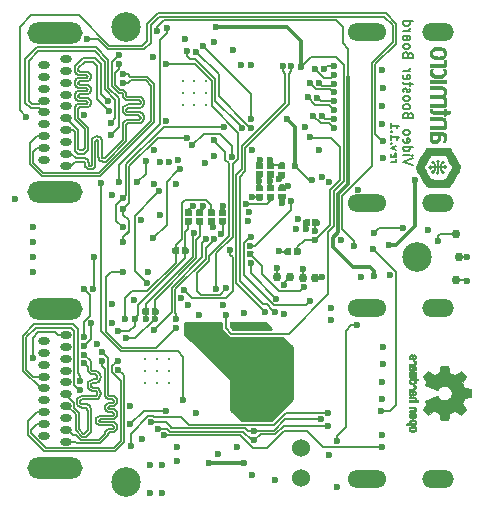
<source format=gbr>
G04 #@! TF.GenerationSoftware,KiCad,Pcbnew,5.1.4+dfsg1-1~bpo10+1*
G04 #@! TF.CreationDate,2020-01-21T09:26:30+01:00*
G04 #@! TF.ProjectId,video-booster-board,76696465-6f2d-4626-9f6f-737465722d62,rev?*
G04 #@! TF.SameCoordinates,Original*
G04 #@! TF.FileFunction,Copper,L4,Bot*
G04 #@! TF.FilePolarity,Positive*
%FSLAX46Y46*%
G04 Gerber Fmt 4.6, Leading zero omitted, Abs format (unit mm)*
G04 Created by KiCad (PCBNEW 5.1.4+dfsg1-1~bpo10+1) date 2020-01-21 09:26:30*
%MOMM*%
%LPD*%
G04 APERTURE LIST*
%ADD10C,0.175000*%
%ADD11C,0.180000*%
%ADD12C,0.010000*%
%ADD13C,0.130000*%
%ADD14C,0.750000*%
%ADD15C,0.200000*%
%ADD16C,0.100000*%
%ADD17O,2.700000X1.500000*%
%ADD18O,3.300000X1.500000*%
%ADD19O,1.000000X0.700000*%
%ADD20O,4.700000X1.800000*%
%ADD21C,0.250000*%
%ADD22C,1.524000*%
%ADD23C,2.500000*%
%ADD24C,0.600000*%
%ADD25C,0.200000*%
%ADD26C,0.135000*%
%ADD27C,0.150000*%
%ADD28C,0.300000*%
%ADD29C,0.254000*%
G04 APERTURE END LIST*
D10*
X142449233Y-71384066D02*
X142915900Y-71384066D01*
X142782566Y-71384066D02*
X142849233Y-71350733D01*
X142882566Y-71317400D01*
X142915900Y-71250733D01*
X142915900Y-71184066D01*
X142482566Y-70684066D02*
X142449233Y-70750733D01*
X142449233Y-70884066D01*
X142482566Y-70950733D01*
X142549233Y-70984066D01*
X142815900Y-70984066D01*
X142882566Y-70950733D01*
X142915900Y-70884066D01*
X142915900Y-70750733D01*
X142882566Y-70684066D01*
X142815900Y-70650733D01*
X142749233Y-70650733D01*
X142682566Y-70984066D01*
X142915900Y-70417400D02*
X142449233Y-70250733D01*
X142915900Y-70084066D01*
X142515900Y-69817400D02*
X142482566Y-69784066D01*
X142449233Y-69817400D01*
X142482566Y-69850733D01*
X142515900Y-69817400D01*
X142449233Y-69817400D01*
X142449233Y-69117400D02*
X142449233Y-69517400D01*
X142449233Y-69317400D02*
X143149233Y-69317400D01*
X143049233Y-69384066D01*
X142982566Y-69450733D01*
X142949233Y-69517400D01*
X142515900Y-68817400D02*
X142482566Y-68784066D01*
X142449233Y-68817400D01*
X142482566Y-68850733D01*
X142515900Y-68817400D01*
X142449233Y-68817400D01*
X142449233Y-68117400D02*
X142449233Y-68517400D01*
X142449233Y-68317400D02*
X143149233Y-68317400D01*
X143049233Y-68384066D01*
X142982566Y-68450733D01*
X142949233Y-68517400D01*
D11*
X144303995Y-71630733D02*
X143503995Y-71364066D01*
X144303995Y-71097400D01*
X143503995Y-70830733D02*
X144037328Y-70830733D01*
X144303995Y-70830733D02*
X144265900Y-70868828D01*
X144227804Y-70830733D01*
X144265900Y-70792638D01*
X144303995Y-70830733D01*
X144227804Y-70830733D01*
X143503995Y-70106923D02*
X144303995Y-70106923D01*
X143542090Y-70106923D02*
X143503995Y-70183114D01*
X143503995Y-70335495D01*
X143542090Y-70411685D01*
X143580185Y-70449780D01*
X143656376Y-70487876D01*
X143884947Y-70487876D01*
X143961138Y-70449780D01*
X143999233Y-70411685D01*
X144037328Y-70335495D01*
X144037328Y-70183114D01*
X143999233Y-70106923D01*
X143542090Y-69421209D02*
X143503995Y-69497400D01*
X143503995Y-69649780D01*
X143542090Y-69725971D01*
X143618280Y-69764066D01*
X143923042Y-69764066D01*
X143999233Y-69725971D01*
X144037328Y-69649780D01*
X144037328Y-69497400D01*
X143999233Y-69421209D01*
X143923042Y-69383114D01*
X143846852Y-69383114D01*
X143770661Y-69764066D01*
X143503995Y-68925971D02*
X143542090Y-69002161D01*
X143580185Y-69040257D01*
X143656376Y-69078352D01*
X143884947Y-69078352D01*
X143961138Y-69040257D01*
X143999233Y-69002161D01*
X144037328Y-68925971D01*
X144037328Y-68811685D01*
X143999233Y-68735495D01*
X143961138Y-68697400D01*
X143884947Y-68659304D01*
X143656376Y-68659304D01*
X143580185Y-68697400D01*
X143542090Y-68735495D01*
X143503995Y-68811685D01*
X143503995Y-68925971D01*
X143923042Y-67440257D02*
X143884947Y-67325971D01*
X143846852Y-67287876D01*
X143770661Y-67249780D01*
X143656376Y-67249780D01*
X143580185Y-67287876D01*
X143542090Y-67325971D01*
X143503995Y-67402161D01*
X143503995Y-67706923D01*
X144303995Y-67706923D01*
X144303995Y-67440257D01*
X144265900Y-67364066D01*
X144227804Y-67325971D01*
X144151614Y-67287876D01*
X144075423Y-67287876D01*
X143999233Y-67325971D01*
X143961138Y-67364066D01*
X143923042Y-67440257D01*
X143923042Y-67706923D01*
X143503995Y-66792638D02*
X143542090Y-66868828D01*
X143580185Y-66906923D01*
X143656376Y-66945019D01*
X143884947Y-66945019D01*
X143961138Y-66906923D01*
X143999233Y-66868828D01*
X144037328Y-66792638D01*
X144037328Y-66678352D01*
X143999233Y-66602161D01*
X143961138Y-66564066D01*
X143884947Y-66525971D01*
X143656376Y-66525971D01*
X143580185Y-66564066D01*
X143542090Y-66602161D01*
X143503995Y-66678352D01*
X143503995Y-66792638D01*
X143503995Y-66068828D02*
X143542090Y-66145019D01*
X143580185Y-66183114D01*
X143656376Y-66221209D01*
X143884947Y-66221209D01*
X143961138Y-66183114D01*
X143999233Y-66145019D01*
X144037328Y-66068828D01*
X144037328Y-65954542D01*
X143999233Y-65878352D01*
X143961138Y-65840257D01*
X143884947Y-65802161D01*
X143656376Y-65802161D01*
X143580185Y-65840257D01*
X143542090Y-65878352D01*
X143503995Y-65954542D01*
X143503995Y-66068828D01*
X143542090Y-65497400D02*
X143503995Y-65421209D01*
X143503995Y-65268828D01*
X143542090Y-65192638D01*
X143618280Y-65154542D01*
X143656376Y-65154542D01*
X143732566Y-65192638D01*
X143770661Y-65268828D01*
X143770661Y-65383114D01*
X143808757Y-65459304D01*
X143884947Y-65497400D01*
X143923042Y-65497400D01*
X143999233Y-65459304D01*
X144037328Y-65383114D01*
X144037328Y-65268828D01*
X143999233Y-65192638D01*
X144037328Y-64925971D02*
X144037328Y-64621209D01*
X144303995Y-64811685D02*
X143618280Y-64811685D01*
X143542090Y-64773590D01*
X143503995Y-64697400D01*
X143503995Y-64621209D01*
X143542090Y-64049780D02*
X143503995Y-64125971D01*
X143503995Y-64278352D01*
X143542090Y-64354542D01*
X143618280Y-64392638D01*
X143923042Y-64392638D01*
X143999233Y-64354542D01*
X144037328Y-64278352D01*
X144037328Y-64125971D01*
X143999233Y-64049780D01*
X143923042Y-64011685D01*
X143846852Y-64011685D01*
X143770661Y-64392638D01*
X143503995Y-63668828D02*
X144037328Y-63668828D01*
X143884947Y-63668828D02*
X143961138Y-63630733D01*
X143999233Y-63592638D01*
X144037328Y-63516447D01*
X144037328Y-63440257D01*
X143923042Y-62297400D02*
X143884947Y-62183114D01*
X143846852Y-62145019D01*
X143770661Y-62106923D01*
X143656376Y-62106923D01*
X143580185Y-62145019D01*
X143542090Y-62183114D01*
X143503995Y-62259304D01*
X143503995Y-62564066D01*
X144303995Y-62564066D01*
X144303995Y-62297400D01*
X144265900Y-62221209D01*
X144227804Y-62183114D01*
X144151614Y-62145019D01*
X144075423Y-62145019D01*
X143999233Y-62183114D01*
X143961138Y-62221209D01*
X143923042Y-62297400D01*
X143923042Y-62564066D01*
X143503995Y-61649780D02*
X143542090Y-61725971D01*
X143580185Y-61764066D01*
X143656376Y-61802161D01*
X143884947Y-61802161D01*
X143961138Y-61764066D01*
X143999233Y-61725971D01*
X144037328Y-61649780D01*
X144037328Y-61535495D01*
X143999233Y-61459304D01*
X143961138Y-61421209D01*
X143884947Y-61383114D01*
X143656376Y-61383114D01*
X143580185Y-61421209D01*
X143542090Y-61459304D01*
X143503995Y-61535495D01*
X143503995Y-61649780D01*
X143503995Y-60697400D02*
X143923042Y-60697400D01*
X143999233Y-60735495D01*
X144037328Y-60811685D01*
X144037328Y-60964066D01*
X143999233Y-61040257D01*
X143542090Y-60697400D02*
X143503995Y-60773590D01*
X143503995Y-60964066D01*
X143542090Y-61040257D01*
X143618280Y-61078352D01*
X143694471Y-61078352D01*
X143770661Y-61040257D01*
X143808757Y-60964066D01*
X143808757Y-60773590D01*
X143846852Y-60697400D01*
X143503995Y-60316447D02*
X144037328Y-60316447D01*
X143884947Y-60316447D02*
X143961138Y-60278352D01*
X143999233Y-60240257D01*
X144037328Y-60164066D01*
X144037328Y-60087876D01*
X143503995Y-59478352D02*
X144303995Y-59478352D01*
X143542090Y-59478352D02*
X143503995Y-59554542D01*
X143503995Y-59706923D01*
X143542090Y-59783114D01*
X143580185Y-59821209D01*
X143656376Y-59859304D01*
X143884947Y-59859304D01*
X143961138Y-59821209D01*
X143999233Y-59783114D01*
X144037328Y-59706923D01*
X144037328Y-59554542D01*
X143999233Y-59478352D01*
D12*
G36*
X147099754Y-69184896D02*
G01*
X147089657Y-69100407D01*
X147069113Y-69040192D01*
X147043462Y-68999214D01*
X146998142Y-68944400D01*
X146948593Y-68903077D01*
X146886177Y-68873158D01*
X146802259Y-68852557D01*
X146688203Y-68839188D01*
X146535373Y-68830965D01*
X146335132Y-68825801D01*
X146324813Y-68825606D01*
X145829403Y-68816346D01*
X145791151Y-68896162D01*
X145772502Y-68960481D01*
X145755931Y-69062791D01*
X145744172Y-69184644D01*
X145741634Y-69229978D01*
X145738192Y-69364458D01*
X145743239Y-69458646D01*
X145758560Y-69528294D01*
X145781407Y-69580750D01*
X145866421Y-69698462D01*
X145975622Y-69767908D01*
X146117246Y-69793957D01*
X146124546Y-69794089D01*
X146124546Y-69554534D01*
X146018414Y-69532801D01*
X145947714Y-69467436D01*
X145912274Y-69358190D01*
X145908808Y-69245753D01*
X145917111Y-69088867D01*
X146490097Y-69072843D01*
X146463851Y-69189653D01*
X146411113Y-69354616D01*
X146337301Y-69468791D01*
X146240158Y-69534601D01*
X146124546Y-69554534D01*
X146124546Y-69794089D01*
X146142889Y-69794423D01*
X146289325Y-69771088D01*
X146409393Y-69700327D01*
X146504071Y-69581007D01*
X146574337Y-69411994D01*
X146611745Y-69251145D01*
X146630802Y-69154705D01*
X146649691Y-69101588D01*
X146675609Y-69079156D01*
X146712204Y-69074756D01*
X146817882Y-69097605D01*
X146890549Y-69162838D01*
X146927908Y-69265482D01*
X146927664Y-69400563D01*
X146907711Y-69498089D01*
X146885259Y-69587844D01*
X146879939Y-69639951D01*
X146892101Y-69670657D01*
X146911822Y-69688589D01*
X146965454Y-69718022D01*
X146991526Y-69723867D01*
X147031755Y-69697235D01*
X147065078Y-69623344D01*
X147089082Y-69511199D01*
X147101357Y-69369805D01*
X147102444Y-69309659D01*
X147099754Y-69184896D01*
X147099754Y-69184896D01*
G37*
X147099754Y-69184896D02*
X147089657Y-69100407D01*
X147069113Y-69040192D01*
X147043462Y-68999214D01*
X146998142Y-68944400D01*
X146948593Y-68903077D01*
X146886177Y-68873158D01*
X146802259Y-68852557D01*
X146688203Y-68839188D01*
X146535373Y-68830965D01*
X146335132Y-68825801D01*
X146324813Y-68825606D01*
X145829403Y-68816346D01*
X145791151Y-68896162D01*
X145772502Y-68960481D01*
X145755931Y-69062791D01*
X145744172Y-69184644D01*
X145741634Y-69229978D01*
X145738192Y-69364458D01*
X145743239Y-69458646D01*
X145758560Y-69528294D01*
X145781407Y-69580750D01*
X145866421Y-69698462D01*
X145975622Y-69767908D01*
X146117246Y-69793957D01*
X146124546Y-69794089D01*
X146124546Y-69554534D01*
X146018414Y-69532801D01*
X145947714Y-69467436D01*
X145912274Y-69358190D01*
X145908808Y-69245753D01*
X145917111Y-69088867D01*
X146490097Y-69072843D01*
X146463851Y-69189653D01*
X146411113Y-69354616D01*
X146337301Y-69468791D01*
X146240158Y-69534601D01*
X146124546Y-69554534D01*
X146124546Y-69794089D01*
X146142889Y-69794423D01*
X146289325Y-69771088D01*
X146409393Y-69700327D01*
X146504071Y-69581007D01*
X146574337Y-69411994D01*
X146611745Y-69251145D01*
X146630802Y-69154705D01*
X146649691Y-69101588D01*
X146675609Y-69079156D01*
X146712204Y-69074756D01*
X146817882Y-69097605D01*
X146890549Y-69162838D01*
X146927908Y-69265482D01*
X146927664Y-69400563D01*
X146907711Y-69498089D01*
X146885259Y-69587844D01*
X146879939Y-69639951D01*
X146892101Y-69670657D01*
X146911822Y-69688589D01*
X146965454Y-69718022D01*
X146991526Y-69723867D01*
X147031755Y-69697235D01*
X147065078Y-69623344D01*
X147089082Y-69511199D01*
X147101357Y-69369805D01*
X147102444Y-69309659D01*
X147099754Y-69184896D01*
G36*
X147100303Y-67947427D02*
G01*
X147062219Y-67814812D01*
X147061709Y-67813683D01*
X147028364Y-67748018D01*
X146990519Y-67697909D01*
X146940485Y-67661270D01*
X146870572Y-67636021D01*
X146773090Y-67620076D01*
X146640348Y-67611353D01*
X146464658Y-67607769D01*
X146299513Y-67607200D01*
X145761889Y-67607200D01*
X145761889Y-67861200D01*
X146277720Y-67861200D01*
X146480941Y-67862238D01*
X146635087Y-67866623D01*
X146747511Y-67876261D01*
X146825566Y-67893058D01*
X146876604Y-67918922D01*
X146907976Y-67955757D01*
X146927035Y-68005472D01*
X146933253Y-68031182D01*
X146940878Y-68117151D01*
X146934978Y-68215858D01*
X146933007Y-68228702D01*
X146914039Y-68340978D01*
X145761889Y-68340978D01*
X145761889Y-68594978D01*
X147029702Y-68594978D01*
X147073129Y-68448745D01*
X147106126Y-68284860D01*
X147115062Y-68110932D01*
X147100303Y-67947427D01*
X147100303Y-67947427D01*
G37*
X147100303Y-67947427D02*
X147062219Y-67814812D01*
X147061709Y-67813683D01*
X147028364Y-67748018D01*
X146990519Y-67697909D01*
X146940485Y-67661270D01*
X146870572Y-67636021D01*
X146773090Y-67620076D01*
X146640348Y-67611353D01*
X146464658Y-67607769D01*
X146299513Y-67607200D01*
X145761889Y-67607200D01*
X145761889Y-67861200D01*
X146277720Y-67861200D01*
X146480941Y-67862238D01*
X146635087Y-67866623D01*
X146747511Y-67876261D01*
X146825566Y-67893058D01*
X146876604Y-67918922D01*
X146907976Y-67955757D01*
X146927035Y-68005472D01*
X146933253Y-68031182D01*
X146940878Y-68117151D01*
X146934978Y-68215858D01*
X146933007Y-68228702D01*
X146914039Y-68340978D01*
X145761889Y-68340978D01*
X145761889Y-68594978D01*
X147029702Y-68594978D01*
X147073129Y-68448745D01*
X147106126Y-68284860D01*
X147115062Y-68110932D01*
X147100303Y-67947427D01*
G36*
X147088333Y-67099200D02*
G01*
X147088333Y-66986311D01*
X147084990Y-66913926D01*
X147066872Y-66881748D01*
X147021847Y-66873601D01*
X147003667Y-66873423D01*
X146949378Y-66877881D01*
X146925244Y-66902038D01*
X146919134Y-66962071D01*
X146919000Y-66986311D01*
X146919000Y-67099200D01*
X146487835Y-67099200D01*
X146294640Y-67097192D01*
X146150897Y-67089859D01*
X146049714Y-67075237D01*
X145984200Y-67051362D01*
X145947460Y-67016270D01*
X145932605Y-66967996D01*
X145931222Y-66940590D01*
X145924394Y-66892578D01*
X145892571Y-66876480D01*
X145839500Y-66878690D01*
X145777023Y-66890999D01*
X145749769Y-66923954D01*
X145741136Y-66986311D01*
X145747824Y-67082614D01*
X145772373Y-67170440D01*
X145801009Y-67222430D01*
X145839687Y-67261434D01*
X145896230Y-67289260D01*
X145978458Y-67307718D01*
X146094193Y-67318617D01*
X146251256Y-67323765D01*
X146440550Y-67324978D01*
X146919000Y-67324978D01*
X146919000Y-67409645D01*
X146925993Y-67469614D01*
X146958980Y-67491718D01*
X147003667Y-67494311D01*
X147063636Y-67487318D01*
X147085739Y-67454332D01*
X147088333Y-67409645D01*
X147090991Y-67361050D01*
X147108275Y-67335874D01*
X147154155Y-67326418D01*
X147241890Y-67324978D01*
X147336112Y-67323033D01*
X147389482Y-67310166D01*
X147417590Y-67275830D01*
X147436026Y-67209476D01*
X147440035Y-67190923D01*
X147459707Y-67099200D01*
X147088333Y-67099200D01*
X147088333Y-67099200D01*
G37*
X147088333Y-67099200D02*
X147088333Y-66986311D01*
X147084990Y-66913926D01*
X147066872Y-66881748D01*
X147021847Y-66873601D01*
X147003667Y-66873423D01*
X146949378Y-66877881D01*
X146925244Y-66902038D01*
X146919134Y-66962071D01*
X146919000Y-66986311D01*
X146919000Y-67099200D01*
X146487835Y-67099200D01*
X146294640Y-67097192D01*
X146150897Y-67089859D01*
X146049714Y-67075237D01*
X145984200Y-67051362D01*
X145947460Y-67016270D01*
X145932605Y-66967996D01*
X145931222Y-66940590D01*
X145924394Y-66892578D01*
X145892571Y-66876480D01*
X145839500Y-66878690D01*
X145777023Y-66890999D01*
X145749769Y-66923954D01*
X145741136Y-66986311D01*
X145747824Y-67082614D01*
X145772373Y-67170440D01*
X145801009Y-67222430D01*
X145839687Y-67261434D01*
X145896230Y-67289260D01*
X145978458Y-67307718D01*
X146094193Y-67318617D01*
X146251256Y-67323765D01*
X146440550Y-67324978D01*
X146919000Y-67324978D01*
X146919000Y-67409645D01*
X146925993Y-67469614D01*
X146958980Y-67491718D01*
X147003667Y-67494311D01*
X147063636Y-67487318D01*
X147085739Y-67454332D01*
X147088333Y-67409645D01*
X147090991Y-67361050D01*
X147108275Y-67335874D01*
X147154155Y-67326418D01*
X147241890Y-67324978D01*
X147336112Y-67323033D01*
X147389482Y-67310166D01*
X147417590Y-67275830D01*
X147436026Y-67209476D01*
X147440035Y-67190923D01*
X147459707Y-67099200D01*
X147088333Y-67099200D01*
G36*
X147090311Y-62016059D02*
G01*
X147015481Y-61875337D01*
X146897919Y-61766051D01*
X146849198Y-61737741D01*
X146775280Y-61703826D01*
X146704484Y-61682602D01*
X146619945Y-61671228D01*
X146504800Y-61666865D01*
X146425864Y-61666423D01*
X146285034Y-61668488D01*
X146183858Y-61676445D01*
X146105640Y-61692933D01*
X146033683Y-61720593D01*
X146009030Y-61732345D01*
X145881317Y-61812555D01*
X145798673Y-61910738D01*
X145753509Y-62038942D01*
X145739779Y-62159680D01*
X145738386Y-62273652D01*
X145750611Y-62353976D01*
X145780533Y-62422635D01*
X145792181Y-62442035D01*
X145872980Y-62549118D01*
X145966852Y-62624859D01*
X146084288Y-62673668D01*
X146235780Y-62699956D01*
X146391065Y-62706642D01*
X146391065Y-62466119D01*
X146242901Y-62449230D01*
X146110601Y-62416016D01*
X146007354Y-62367964D01*
X145947039Y-62307857D01*
X145911211Y-62225724D01*
X145910925Y-62157801D01*
X145944002Y-62078219D01*
X145996400Y-62010153D01*
X146076736Y-61963073D01*
X146192898Y-61934470D01*
X146352771Y-61921835D01*
X146439222Y-61920689D01*
X146614119Y-61927525D01*
X146742393Y-61949782D01*
X146832531Y-61990680D01*
X146893019Y-62053441D01*
X146918449Y-62102536D01*
X146935036Y-62209349D01*
X146901515Y-62309823D01*
X146823630Y-62389480D01*
X146798848Y-62403956D01*
X146682227Y-62444970D01*
X146541903Y-62465195D01*
X146391065Y-62466119D01*
X146391065Y-62706642D01*
X146425111Y-62708109D01*
X146565521Y-62706694D01*
X146665074Y-62699388D01*
X146739246Y-62683887D01*
X146803510Y-62657886D01*
X146820222Y-62649272D01*
X146965896Y-62549588D01*
X147060729Y-62430041D01*
X147108662Y-62284373D01*
X147116555Y-62178565D01*
X147090311Y-62016059D01*
X147090311Y-62016059D01*
G37*
X147090311Y-62016059D02*
X147015481Y-61875337D01*
X146897919Y-61766051D01*
X146849198Y-61737741D01*
X146775280Y-61703826D01*
X146704484Y-61682602D01*
X146619945Y-61671228D01*
X146504800Y-61666865D01*
X146425864Y-61666423D01*
X146285034Y-61668488D01*
X146183858Y-61676445D01*
X146105640Y-61692933D01*
X146033683Y-61720593D01*
X146009030Y-61732345D01*
X145881317Y-61812555D01*
X145798673Y-61910738D01*
X145753509Y-62038942D01*
X145739779Y-62159680D01*
X145738386Y-62273652D01*
X145750611Y-62353976D01*
X145780533Y-62422635D01*
X145792181Y-62442035D01*
X145872980Y-62549118D01*
X145966852Y-62624859D01*
X146084288Y-62673668D01*
X146235780Y-62699956D01*
X146391065Y-62706642D01*
X146391065Y-62466119D01*
X146242901Y-62449230D01*
X146110601Y-62416016D01*
X146007354Y-62367964D01*
X145947039Y-62307857D01*
X145911211Y-62225724D01*
X145910925Y-62157801D01*
X145944002Y-62078219D01*
X145996400Y-62010153D01*
X146076736Y-61963073D01*
X146192898Y-61934470D01*
X146352771Y-61921835D01*
X146439222Y-61920689D01*
X146614119Y-61927525D01*
X146742393Y-61949782D01*
X146832531Y-61990680D01*
X146893019Y-62053441D01*
X146918449Y-62102536D01*
X146935036Y-62209349D01*
X146901515Y-62309823D01*
X146823630Y-62389480D01*
X146798848Y-62403956D01*
X146682227Y-62444970D01*
X146541903Y-62465195D01*
X146391065Y-62466119D01*
X146391065Y-62706642D01*
X146425111Y-62708109D01*
X146565521Y-62706694D01*
X146665074Y-62699388D01*
X146739246Y-62683887D01*
X146803510Y-62657886D01*
X146820222Y-62649272D01*
X146965896Y-62549588D01*
X147060729Y-62430041D01*
X147108662Y-62284373D01*
X147116555Y-62178565D01*
X147090311Y-62016059D01*
G36*
X145761889Y-64474534D02*
G01*
X145761889Y-64728534D01*
X147088333Y-64728534D01*
X147088333Y-64474534D01*
X145761889Y-64474534D01*
X145761889Y-64474534D01*
G37*
X145761889Y-64474534D02*
X145761889Y-64728534D01*
X147088333Y-64728534D01*
X147088333Y-64474534D01*
X145761889Y-64474534D01*
G36*
X147109230Y-62771286D02*
G01*
X147091086Y-62728854D01*
X147081278Y-62725141D01*
X146980606Y-62741098D01*
X146928228Y-62786228D01*
X146920256Y-62834334D01*
X146922828Y-62923102D01*
X146921990Y-62985811D01*
X146919000Y-63063423D01*
X145761889Y-63063423D01*
X145761889Y-63317423D01*
X147029702Y-63317423D01*
X147073129Y-63171189D01*
X147097961Y-63063811D01*
X147112420Y-62952326D01*
X147116259Y-62850297D01*
X147109230Y-62771286D01*
X147109230Y-62771286D01*
G37*
X147109230Y-62771286D02*
X147091086Y-62728854D01*
X147081278Y-62725141D01*
X146980606Y-62741098D01*
X146928228Y-62786228D01*
X146920256Y-62834334D01*
X146922828Y-62923102D01*
X146921990Y-62985811D01*
X146919000Y-63063423D01*
X145761889Y-63063423D01*
X145761889Y-63317423D01*
X147029702Y-63317423D01*
X147073129Y-63171189D01*
X147097961Y-63063811D01*
X147112420Y-62952326D01*
X147116259Y-62850297D01*
X147109230Y-62771286D01*
G36*
X148316427Y-71785070D02*
G01*
X148279021Y-71699422D01*
X148223363Y-71588361D01*
X148154923Y-71463336D01*
X148143832Y-71443979D01*
X148061762Y-71301243D01*
X147962402Y-71127849D01*
X147856304Y-70942243D01*
X147754018Y-70762869D01*
X147716840Y-70697534D01*
X147634019Y-70554648D01*
X147556726Y-70426388D01*
X147490780Y-70322024D01*
X147442001Y-70250831D01*
X147420215Y-70224811D01*
X147400684Y-70211189D01*
X147372263Y-70200308D01*
X147328950Y-70191865D01*
X147264741Y-70185557D01*
X147173634Y-70181080D01*
X147049626Y-70178131D01*
X146886713Y-70176408D01*
X146678894Y-70175606D01*
X146442375Y-70175423D01*
X146181319Y-70175805D01*
X145971061Y-70177111D01*
X145805960Y-70179576D01*
X145680376Y-70183435D01*
X145588665Y-70188926D01*
X145525188Y-70196283D01*
X145484302Y-70205744D01*
X145461875Y-70216449D01*
X145430033Y-70253110D01*
X145376228Y-70330773D01*
X145305808Y-70441047D01*
X145224122Y-70575538D01*
X145136520Y-70725853D01*
X145130629Y-70736181D01*
X145032901Y-70907211D01*
X144932247Y-71082420D01*
X144836740Y-71247817D01*
X144754458Y-71389407D01*
X144703145Y-71476872D01*
X144623989Y-71617936D01*
X144575228Y-71723575D01*
X144552914Y-71803156D01*
X144550480Y-71839084D01*
X144558526Y-71882717D01*
X144582814Y-71947729D01*
X144625784Y-72038836D01*
X144689877Y-72160756D01*
X144777531Y-72318203D01*
X144891189Y-72515893D01*
X144974753Y-72658978D01*
X145084019Y-72844023D01*
X145186416Y-73015094D01*
X145277865Y-73165558D01*
X145354286Y-73288782D01*
X145411602Y-73378133D01*
X145445732Y-73426980D01*
X145450244Y-73432165D01*
X145467563Y-73446733D01*
X145491332Y-73458388D01*
X145527518Y-73467450D01*
X145582087Y-73474237D01*
X145661005Y-73479067D01*
X145770240Y-73482259D01*
X145915759Y-73484132D01*
X146103526Y-73485004D01*
X146339510Y-73485193D01*
X146441904Y-73485154D01*
X146441904Y-72884324D01*
X146265033Y-72883191D01*
X146106533Y-72880279D01*
X145975386Y-72875906D01*
X145880574Y-72870392D01*
X145831077Y-72864057D01*
X145826951Y-72862457D01*
X145801704Y-72831468D01*
X145754381Y-72760424D01*
X145690413Y-72658558D01*
X145615227Y-72535106D01*
X145534253Y-72399302D01*
X145452921Y-72260381D01*
X145376659Y-72127576D01*
X145310897Y-72010123D01*
X145261063Y-71917255D01*
X145232587Y-71858207D01*
X145228006Y-71843707D01*
X145240926Y-71808273D01*
X145278325Y-71732296D01*
X145335924Y-71623803D01*
X145409443Y-71490820D01*
X145494603Y-71341372D01*
X145510322Y-71314231D01*
X145599988Y-71162769D01*
X145683367Y-71027476D01*
X145755300Y-70916290D01*
X145810627Y-70837150D01*
X145844190Y-70797993D01*
X145847134Y-70796002D01*
X145889878Y-70787843D01*
X145978115Y-70780937D01*
X146100902Y-70775387D01*
X146247299Y-70771298D01*
X146406365Y-70768771D01*
X146567159Y-70767911D01*
X146718739Y-70768821D01*
X146850165Y-70771604D01*
X146950496Y-70776363D01*
X147008791Y-70783203D01*
X147014827Y-70784973D01*
X147043681Y-70814676D01*
X147093757Y-70885044D01*
X147159734Y-70986929D01*
X147236294Y-71111181D01*
X147318117Y-71248650D01*
X147399883Y-71390188D01*
X147476272Y-71526644D01*
X147541966Y-71648871D01*
X147591643Y-71747717D01*
X147619986Y-71814035D01*
X147624555Y-71833658D01*
X147610952Y-71873794D01*
X147573689Y-71952819D01*
X147518090Y-72061186D01*
X147449475Y-72189347D01*
X147373168Y-72327755D01*
X147294490Y-72466863D01*
X147218764Y-72597124D01*
X147151311Y-72708990D01*
X147097455Y-72792915D01*
X147066153Y-72835367D01*
X147046461Y-72852126D01*
X147015544Y-72864633D01*
X146965773Y-72873484D01*
X146889522Y-72879280D01*
X146779164Y-72882617D01*
X146627073Y-72884095D01*
X146441904Y-72884324D01*
X146441904Y-73485154D01*
X146442773Y-73485153D01*
X147381938Y-73484620D01*
X147435531Y-73417521D01*
X147475199Y-73360769D01*
X147535001Y-73266075D01*
X147610767Y-73140821D01*
X147698327Y-72992390D01*
X147793509Y-72828165D01*
X147892145Y-72655528D01*
X147990063Y-72481863D01*
X148083093Y-72314551D01*
X148167065Y-72160976D01*
X148237809Y-72028521D01*
X148291154Y-71924567D01*
X148322929Y-71856497D01*
X148330111Y-71833857D01*
X148316427Y-71785070D01*
X148316427Y-71785070D01*
G37*
X148316427Y-71785070D02*
X148279021Y-71699422D01*
X148223363Y-71588361D01*
X148154923Y-71463336D01*
X148143832Y-71443979D01*
X148061762Y-71301243D01*
X147962402Y-71127849D01*
X147856304Y-70942243D01*
X147754018Y-70762869D01*
X147716840Y-70697534D01*
X147634019Y-70554648D01*
X147556726Y-70426388D01*
X147490780Y-70322024D01*
X147442001Y-70250831D01*
X147420215Y-70224811D01*
X147400684Y-70211189D01*
X147372263Y-70200308D01*
X147328950Y-70191865D01*
X147264741Y-70185557D01*
X147173634Y-70181080D01*
X147049626Y-70178131D01*
X146886713Y-70176408D01*
X146678894Y-70175606D01*
X146442375Y-70175423D01*
X146181319Y-70175805D01*
X145971061Y-70177111D01*
X145805960Y-70179576D01*
X145680376Y-70183435D01*
X145588665Y-70188926D01*
X145525188Y-70196283D01*
X145484302Y-70205744D01*
X145461875Y-70216449D01*
X145430033Y-70253110D01*
X145376228Y-70330773D01*
X145305808Y-70441047D01*
X145224122Y-70575538D01*
X145136520Y-70725853D01*
X145130629Y-70736181D01*
X145032901Y-70907211D01*
X144932247Y-71082420D01*
X144836740Y-71247817D01*
X144754458Y-71389407D01*
X144703145Y-71476872D01*
X144623989Y-71617936D01*
X144575228Y-71723575D01*
X144552914Y-71803156D01*
X144550480Y-71839084D01*
X144558526Y-71882717D01*
X144582814Y-71947729D01*
X144625784Y-72038836D01*
X144689877Y-72160756D01*
X144777531Y-72318203D01*
X144891189Y-72515893D01*
X144974753Y-72658978D01*
X145084019Y-72844023D01*
X145186416Y-73015094D01*
X145277865Y-73165558D01*
X145354286Y-73288782D01*
X145411602Y-73378133D01*
X145445732Y-73426980D01*
X145450244Y-73432165D01*
X145467563Y-73446733D01*
X145491332Y-73458388D01*
X145527518Y-73467450D01*
X145582087Y-73474237D01*
X145661005Y-73479067D01*
X145770240Y-73482259D01*
X145915759Y-73484132D01*
X146103526Y-73485004D01*
X146339510Y-73485193D01*
X146441904Y-73485154D01*
X146441904Y-72884324D01*
X146265033Y-72883191D01*
X146106533Y-72880279D01*
X145975386Y-72875906D01*
X145880574Y-72870392D01*
X145831077Y-72864057D01*
X145826951Y-72862457D01*
X145801704Y-72831468D01*
X145754381Y-72760424D01*
X145690413Y-72658558D01*
X145615227Y-72535106D01*
X145534253Y-72399302D01*
X145452921Y-72260381D01*
X145376659Y-72127576D01*
X145310897Y-72010123D01*
X145261063Y-71917255D01*
X145232587Y-71858207D01*
X145228006Y-71843707D01*
X145240926Y-71808273D01*
X145278325Y-71732296D01*
X145335924Y-71623803D01*
X145409443Y-71490820D01*
X145494603Y-71341372D01*
X145510322Y-71314231D01*
X145599988Y-71162769D01*
X145683367Y-71027476D01*
X145755300Y-70916290D01*
X145810627Y-70837150D01*
X145844190Y-70797993D01*
X145847134Y-70796002D01*
X145889878Y-70787843D01*
X145978115Y-70780937D01*
X146100902Y-70775387D01*
X146247299Y-70771298D01*
X146406365Y-70768771D01*
X146567159Y-70767911D01*
X146718739Y-70768821D01*
X146850165Y-70771604D01*
X146950496Y-70776363D01*
X147008791Y-70783203D01*
X147014827Y-70784973D01*
X147043681Y-70814676D01*
X147093757Y-70885044D01*
X147159734Y-70986929D01*
X147236294Y-71111181D01*
X147318117Y-71248650D01*
X147399883Y-71390188D01*
X147476272Y-71526644D01*
X147541966Y-71648871D01*
X147591643Y-71747717D01*
X147619986Y-71814035D01*
X147624555Y-71833658D01*
X147610952Y-71873794D01*
X147573689Y-71952819D01*
X147518090Y-72061186D01*
X147449475Y-72189347D01*
X147373168Y-72327755D01*
X147294490Y-72466863D01*
X147218764Y-72597124D01*
X147151311Y-72708990D01*
X147097455Y-72792915D01*
X147066153Y-72835367D01*
X147046461Y-72852126D01*
X147015544Y-72864633D01*
X146965773Y-72873484D01*
X146889522Y-72879280D01*
X146779164Y-72882617D01*
X146627073Y-72884095D01*
X146441904Y-72884324D01*
X146441904Y-73485154D01*
X146442773Y-73485153D01*
X147381938Y-73484620D01*
X147435531Y-73417521D01*
X147475199Y-73360769D01*
X147535001Y-73266075D01*
X147610767Y-73140821D01*
X147698327Y-72992390D01*
X147793509Y-72828165D01*
X147892145Y-72655528D01*
X147990063Y-72481863D01*
X148083093Y-72314551D01*
X148167065Y-72160976D01*
X148237809Y-72028521D01*
X148291154Y-71924567D01*
X148322929Y-71856497D01*
X148330111Y-71833857D01*
X148316427Y-71785070D01*
G36*
X147092174Y-63611212D02*
G01*
X147057687Y-63527395D01*
X147004642Y-63494366D01*
X146936849Y-63508140D01*
X146894054Y-63532020D01*
X146881847Y-63562578D01*
X146895655Y-63619676D01*
X146904881Y-63646969D01*
X146926642Y-63735594D01*
X146918574Y-63807993D01*
X146908054Y-63837142D01*
X146856284Y-63926180D01*
X146779930Y-63987065D01*
X146669179Y-64024761D01*
X146514217Y-64044233D01*
X146496418Y-64045339D01*
X146304756Y-64042857D01*
X146146896Y-64012720D01*
X146029405Y-63956736D01*
X145973508Y-63901457D01*
X145940244Y-63815698D01*
X145933008Y-63709437D01*
X145953170Y-63612948D01*
X145959803Y-63598974D01*
X145971433Y-63550768D01*
X145934470Y-63516719D01*
X145933436Y-63516163D01*
X145854352Y-63488930D01*
X145800101Y-63510225D01*
X145764650Y-63575634D01*
X145745727Y-63663764D01*
X145736990Y-63774715D01*
X145739130Y-63883021D01*
X145752840Y-63963215D01*
X145754030Y-63966534D01*
X145829249Y-64090780D01*
X145949466Y-64194688D01*
X146027192Y-64237635D01*
X146112849Y-64272261D01*
X146199225Y-64292851D01*
X146305700Y-64302651D01*
X146428944Y-64304925D01*
X146559963Y-64303013D01*
X146653628Y-64294504D01*
X146728952Y-64275737D01*
X146804949Y-64243052D01*
X146838067Y-64226165D01*
X146975557Y-64134434D01*
X147062759Y-64024858D01*
X147104870Y-63888260D01*
X147109284Y-63747459D01*
X147092174Y-63611212D01*
X147092174Y-63611212D01*
G37*
X147092174Y-63611212D02*
X147057687Y-63527395D01*
X147004642Y-63494366D01*
X146936849Y-63508140D01*
X146894054Y-63532020D01*
X146881847Y-63562578D01*
X146895655Y-63619676D01*
X146904881Y-63646969D01*
X146926642Y-63735594D01*
X146918574Y-63807993D01*
X146908054Y-63837142D01*
X146856284Y-63926180D01*
X146779930Y-63987065D01*
X146669179Y-64024761D01*
X146514217Y-64044233D01*
X146496418Y-64045339D01*
X146304756Y-64042857D01*
X146146896Y-64012720D01*
X146029405Y-63956736D01*
X145973508Y-63901457D01*
X145940244Y-63815698D01*
X145933008Y-63709437D01*
X145953170Y-63612948D01*
X145959803Y-63598974D01*
X145971433Y-63550768D01*
X145934470Y-63516719D01*
X145933436Y-63516163D01*
X145854352Y-63488930D01*
X145800101Y-63510225D01*
X145764650Y-63575634D01*
X145745727Y-63663764D01*
X145736990Y-63774715D01*
X145739130Y-63883021D01*
X145752840Y-63963215D01*
X145754030Y-63966534D01*
X145829249Y-64090780D01*
X145949466Y-64194688D01*
X146027192Y-64237635D01*
X146112849Y-64272261D01*
X146199225Y-64292851D01*
X146305700Y-64302651D01*
X146428944Y-64304925D01*
X146559963Y-64303013D01*
X146653628Y-64294504D01*
X146728952Y-64275737D01*
X146804949Y-64243052D01*
X146838067Y-64226165D01*
X146975557Y-64134434D01*
X147062759Y-64024858D01*
X147104870Y-63888260D01*
X147109284Y-63747459D01*
X147092174Y-63611212D01*
G36*
X147082463Y-65253365D02*
G01*
X147008705Y-65125409D01*
X146921882Y-65046596D01*
X146885499Y-65024162D01*
X146847366Y-65007677D01*
X146798532Y-64996228D01*
X146730046Y-64988903D01*
X146632957Y-64984788D01*
X146498314Y-64982970D01*
X146317167Y-64982536D01*
X146293937Y-64982534D01*
X145761889Y-64982534D01*
X145761889Y-65236534D01*
X146271744Y-65236534D01*
X146438774Y-65237989D01*
X146588613Y-65242027D01*
X146711155Y-65248159D01*
X146796295Y-65255896D01*
X146832318Y-65263677D01*
X146897314Y-65327546D01*
X146931222Y-65421440D01*
X146932340Y-65527195D01*
X146898966Y-65626646D01*
X146870094Y-65666923D01*
X146848862Y-65684382D01*
X146815854Y-65697222D01*
X146763033Y-65706132D01*
X146682364Y-65711801D01*
X146565812Y-65714917D01*
X146405339Y-65716168D01*
X146293737Y-65716311D01*
X145761889Y-65716311D01*
X145761889Y-65970311D01*
X146277720Y-65970311D01*
X146480941Y-65971349D01*
X146635087Y-65975734D01*
X146747511Y-65985372D01*
X146825566Y-66002169D01*
X146876604Y-66028033D01*
X146907976Y-66064869D01*
X146927035Y-66114583D01*
X146933253Y-66140293D01*
X146940878Y-66226262D01*
X146934978Y-66324969D01*
X146933007Y-66337814D01*
X146914039Y-66450089D01*
X145761889Y-66450089D01*
X145761889Y-66704089D01*
X147030312Y-66704089D01*
X147076426Y-66545462D01*
X147105316Y-66400971D01*
X147114184Y-66248257D01*
X147103900Y-66104034D01*
X147075334Y-65985013D01*
X147044109Y-65924539D01*
X146987517Y-65848740D01*
X147052036Y-65721298D01*
X147106410Y-65563137D01*
X147115791Y-65403217D01*
X147082463Y-65253365D01*
X147082463Y-65253365D01*
G37*
X147082463Y-65253365D02*
X147008705Y-65125409D01*
X146921882Y-65046596D01*
X146885499Y-65024162D01*
X146847366Y-65007677D01*
X146798532Y-64996228D01*
X146730046Y-64988903D01*
X146632957Y-64984788D01*
X146498314Y-64982970D01*
X146317167Y-64982536D01*
X146293937Y-64982534D01*
X145761889Y-64982534D01*
X145761889Y-65236534D01*
X146271744Y-65236534D01*
X146438774Y-65237989D01*
X146588613Y-65242027D01*
X146711155Y-65248159D01*
X146796295Y-65255896D01*
X146832318Y-65263677D01*
X146897314Y-65327546D01*
X146931222Y-65421440D01*
X146932340Y-65527195D01*
X146898966Y-65626646D01*
X146870094Y-65666923D01*
X146848862Y-65684382D01*
X146815854Y-65697222D01*
X146763033Y-65706132D01*
X146682364Y-65711801D01*
X146565812Y-65714917D01*
X146405339Y-65716168D01*
X146293737Y-65716311D01*
X145761889Y-65716311D01*
X145761889Y-65970311D01*
X146277720Y-65970311D01*
X146480941Y-65971349D01*
X146635087Y-65975734D01*
X146747511Y-65985372D01*
X146825566Y-66002169D01*
X146876604Y-66028033D01*
X146907976Y-66064869D01*
X146927035Y-66114583D01*
X146933253Y-66140293D01*
X146940878Y-66226262D01*
X146934978Y-66324969D01*
X146933007Y-66337814D01*
X146914039Y-66450089D01*
X145761889Y-66450089D01*
X145761889Y-66704089D01*
X147030312Y-66704089D01*
X147076426Y-66545462D01*
X147105316Y-66400971D01*
X147114184Y-66248257D01*
X147103900Y-66104034D01*
X147075334Y-65985013D01*
X147044109Y-65924539D01*
X146987517Y-65848740D01*
X147052036Y-65721298D01*
X147106410Y-65563137D01*
X147115791Y-65403217D01*
X147082463Y-65253365D01*
D13*
X146079900Y-71418700D02*
G75*
G03X146079900Y-71418700I-88900J0D01*
G01*
X146651400Y-71609200D02*
X146778400Y-71482200D01*
X146079900Y-72256900D02*
G75*
G03X146079900Y-72256900I-88900J0D01*
G01*
X146194200Y-72066400D02*
X146067200Y-72193400D01*
X146943500Y-72256900D02*
G75*
G03X146943500Y-72256900I-88900J0D01*
G01*
X146410100Y-71444100D02*
X146410100Y-71799700D01*
X146194200Y-71609200D02*
X146067200Y-71482200D01*
X146651400Y-72066400D02*
X146778400Y-72193400D01*
X146943500Y-71418700D02*
G75*
G03X146943500Y-71418700I-88900J0D01*
G01*
X146194200Y-72066400D02*
X146194200Y-71837800D01*
X145920376Y-71837800D02*
G75*
G03X145920376Y-71837800I-117088J0D01*
G01*
X147136788Y-71837800D02*
G75*
G03X147136788Y-71837800I-117088J0D01*
G01*
X146651400Y-72066400D02*
X146651400Y-71837800D01*
X146412888Y-72231500D02*
X146412888Y-71875900D01*
X146501788Y-72320400D02*
G75*
G03X146501788Y-72320400I-88900J0D01*
G01*
X146902612Y-71837800D02*
X145914800Y-71837800D01*
X146651400Y-71609200D02*
X146651400Y-71837800D01*
X146499000Y-71355200D02*
G75*
G03X146499000Y-71355200I-88900J0D01*
G01*
X146194200Y-71609200D02*
X146194200Y-71837800D01*
D12*
G36*
X144547148Y-88304800D02*
G01*
X144539566Y-88287452D01*
X144506772Y-88246044D01*
X144459353Y-88210635D01*
X144408749Y-88188736D01*
X144383802Y-88185171D01*
X144348973Y-88197121D01*
X144330543Y-88223333D01*
X144319384Y-88251436D01*
X144317328Y-88264305D01*
X144332251Y-88270571D01*
X144364725Y-88282944D01*
X144379398Y-88288372D01*
X144430156Y-88318810D01*
X144455473Y-88362880D01*
X144454694Y-88419390D01*
X144453697Y-88423575D01*
X144439393Y-88453745D01*
X144411507Y-88475924D01*
X144366613Y-88491073D01*
X144301285Y-88500150D01*
X144212096Y-88504114D01*
X144164639Y-88504486D01*
X144089829Y-88504670D01*
X144038831Y-88505878D01*
X144006429Y-88509091D01*
X143987405Y-88515291D01*
X143976544Y-88525460D01*
X143968628Y-88540581D01*
X143968230Y-88541454D01*
X143955919Y-88570572D01*
X143951386Y-88584997D01*
X143965091Y-88587214D01*
X144002975Y-88589111D01*
X144060185Y-88590553D01*
X144131873Y-88591402D01*
X144184335Y-88591571D01*
X144285853Y-88590708D01*
X144362868Y-88587330D01*
X144419877Y-88580258D01*
X144461374Y-88568312D01*
X144491857Y-88550310D01*
X144515820Y-88525073D01*
X144532545Y-88500153D01*
X144554803Y-88440229D01*
X144559824Y-88370489D01*
X144547148Y-88304800D01*
X144547148Y-88304800D01*
G37*
X144547148Y-88304800D02*
X144539566Y-88287452D01*
X144506772Y-88246044D01*
X144459353Y-88210635D01*
X144408749Y-88188736D01*
X144383802Y-88185171D01*
X144348973Y-88197121D01*
X144330543Y-88223333D01*
X144319384Y-88251436D01*
X144317328Y-88264305D01*
X144332251Y-88270571D01*
X144364725Y-88282944D01*
X144379398Y-88288372D01*
X144430156Y-88318810D01*
X144455473Y-88362880D01*
X144454694Y-88419390D01*
X144453697Y-88423575D01*
X144439393Y-88453745D01*
X144411507Y-88475924D01*
X144366613Y-88491073D01*
X144301285Y-88500150D01*
X144212096Y-88504114D01*
X144164639Y-88504486D01*
X144089829Y-88504670D01*
X144038831Y-88505878D01*
X144006429Y-88509091D01*
X143987405Y-88515291D01*
X143976544Y-88525460D01*
X143968628Y-88540581D01*
X143968230Y-88541454D01*
X143955919Y-88570572D01*
X143951386Y-88584997D01*
X143965091Y-88587214D01*
X144002975Y-88589111D01*
X144060185Y-88590553D01*
X144131873Y-88591402D01*
X144184335Y-88591571D01*
X144285853Y-88590708D01*
X144362868Y-88587330D01*
X144419877Y-88580258D01*
X144461374Y-88568312D01*
X144491857Y-88550310D01*
X144515820Y-88525073D01*
X144532545Y-88500153D01*
X144554803Y-88440229D01*
X144559824Y-88370489D01*
X144547148Y-88304800D01*
G36*
X144654611Y-91581514D02*
G01*
X144595287Y-91577261D01*
X144560328Y-91572375D01*
X144545080Y-91565605D01*
X144544885Y-91555698D01*
X144546705Y-91552486D01*
X144559885Y-91509756D01*
X144559115Y-91454173D01*
X144545567Y-91397663D01*
X144528039Y-91362318D01*
X144500039Y-91326079D01*
X144468351Y-91299587D01*
X144428087Y-91281401D01*
X144374357Y-91270078D01*
X144302274Y-91264178D01*
X144206949Y-91262257D01*
X144188663Y-91262223D01*
X143983254Y-91262200D01*
X143967320Y-91307909D01*
X143956480Y-91340373D01*
X143951432Y-91358185D01*
X143951386Y-91358709D01*
X143965072Y-91360463D01*
X144002824Y-91361956D01*
X144059676Y-91363074D01*
X144130666Y-91363703D01*
X144173827Y-91363800D01*
X144258927Y-91364002D01*
X144319919Y-91365042D01*
X144361723Y-91367569D01*
X144389258Y-91372236D01*
X144407444Y-91379693D01*
X144421202Y-91390589D01*
X144427827Y-91397393D01*
X144454525Y-91444128D01*
X144456525Y-91495128D01*
X144433945Y-91541399D01*
X144425793Y-91549956D01*
X144410464Y-91562507D01*
X144392282Y-91571212D01*
X144365991Y-91576769D01*
X144326338Y-91579874D01*
X144268068Y-91581224D01*
X144187727Y-91581514D01*
X143983254Y-91581514D01*
X143967320Y-91627223D01*
X143956480Y-91659687D01*
X143951432Y-91677499D01*
X143951386Y-91678023D01*
X143965277Y-91679363D01*
X144004461Y-91680572D01*
X144065200Y-91681599D01*
X144143759Y-91682398D01*
X144236402Y-91682919D01*
X144339391Y-91683114D01*
X144736558Y-91683114D01*
X144756456Y-91635943D01*
X144776353Y-91588771D01*
X144654611Y-91581514D01*
X144654611Y-91581514D01*
G37*
X144654611Y-91581514D02*
X144595287Y-91577261D01*
X144560328Y-91572375D01*
X144545080Y-91565605D01*
X144544885Y-91555698D01*
X144546705Y-91552486D01*
X144559885Y-91509756D01*
X144559115Y-91454173D01*
X144545567Y-91397663D01*
X144528039Y-91362318D01*
X144500039Y-91326079D01*
X144468351Y-91299587D01*
X144428087Y-91281401D01*
X144374357Y-91270078D01*
X144302274Y-91264178D01*
X144206949Y-91262257D01*
X144188663Y-91262223D01*
X143983254Y-91262200D01*
X143967320Y-91307909D01*
X143956480Y-91340373D01*
X143951432Y-91358185D01*
X143951386Y-91358709D01*
X143965072Y-91360463D01*
X144002824Y-91361956D01*
X144059676Y-91363074D01*
X144130666Y-91363703D01*
X144173827Y-91363800D01*
X144258927Y-91364002D01*
X144319919Y-91365042D01*
X144361723Y-91367569D01*
X144389258Y-91372236D01*
X144407444Y-91379693D01*
X144421202Y-91390589D01*
X144427827Y-91397393D01*
X144454525Y-91444128D01*
X144456525Y-91495128D01*
X144433945Y-91541399D01*
X144425793Y-91549956D01*
X144410464Y-91562507D01*
X144392282Y-91571212D01*
X144365991Y-91576769D01*
X144326338Y-91579874D01*
X144268068Y-91581224D01*
X144187727Y-91581514D01*
X143983254Y-91581514D01*
X143967320Y-91627223D01*
X143956480Y-91659687D01*
X143951432Y-91677499D01*
X143951386Y-91678023D01*
X143965277Y-91679363D01*
X144004461Y-91680572D01*
X144065200Y-91681599D01*
X144143759Y-91682398D01*
X144236402Y-91682919D01*
X144339391Y-91683114D01*
X144736558Y-91683114D01*
X144756456Y-91635943D01*
X144776353Y-91588771D01*
X144654611Y-91581514D01*
G36*
X144547237Y-89177567D02*
G01*
X144509050Y-89175352D01*
X144451014Y-89173616D01*
X144377720Y-89172501D01*
X144300845Y-89172143D01*
X144040704Y-89172143D01*
X143994773Y-89218074D01*
X143966471Y-89249725D01*
X143955007Y-89277510D01*
X143955732Y-89315485D01*
X143957579Y-89330560D01*
X143962952Y-89377674D01*
X143966031Y-89416644D01*
X143966315Y-89426143D01*
X143964455Y-89458167D01*
X143959786Y-89503968D01*
X143957579Y-89521726D01*
X143954165Y-89565343D01*
X143961580Y-89594655D01*
X143984473Y-89623720D01*
X143994773Y-89634212D01*
X144040704Y-89680143D01*
X144527298Y-89680143D01*
X144544142Y-89643174D01*
X144556618Y-89611341D01*
X144560986Y-89592717D01*
X144547182Y-89587942D01*
X144508614Y-89583479D01*
X144449544Y-89579625D01*
X144374237Y-89576678D01*
X144310614Y-89575257D01*
X144060243Y-89571286D01*
X144055344Y-89536641D01*
X144058769Y-89505132D01*
X144069859Y-89489692D01*
X144090592Y-89485377D01*
X144134755Y-89481692D01*
X144196754Y-89478931D01*
X144270991Y-89477388D01*
X144309194Y-89477165D01*
X144529117Y-89476943D01*
X144545051Y-89431234D01*
X144555885Y-89398882D01*
X144560938Y-89381285D01*
X144560986Y-89380777D01*
X144547252Y-89379012D01*
X144509170Y-89377071D01*
X144451418Y-89375118D01*
X144378673Y-89373316D01*
X144310614Y-89372057D01*
X144060243Y-89368086D01*
X144060243Y-89281000D01*
X144288660Y-89277004D01*
X144517078Y-89273008D01*
X144539032Y-89230553D01*
X144554107Y-89199208D01*
X144560949Y-89180656D01*
X144560986Y-89180121D01*
X144547237Y-89177567D01*
X144547237Y-89177567D01*
G37*
X144547237Y-89177567D02*
X144509050Y-89175352D01*
X144451014Y-89173616D01*
X144377720Y-89172501D01*
X144300845Y-89172143D01*
X144040704Y-89172143D01*
X143994773Y-89218074D01*
X143966471Y-89249725D01*
X143955007Y-89277510D01*
X143955732Y-89315485D01*
X143957579Y-89330560D01*
X143962952Y-89377674D01*
X143966031Y-89416644D01*
X143966315Y-89426143D01*
X143964455Y-89458167D01*
X143959786Y-89503968D01*
X143957579Y-89521726D01*
X143954165Y-89565343D01*
X143961580Y-89594655D01*
X143984473Y-89623720D01*
X143994773Y-89634212D01*
X144040704Y-89680143D01*
X144527298Y-89680143D01*
X144544142Y-89643174D01*
X144556618Y-89611341D01*
X144560986Y-89592717D01*
X144547182Y-89587942D01*
X144508614Y-89583479D01*
X144449544Y-89579625D01*
X144374237Y-89576678D01*
X144310614Y-89575257D01*
X144060243Y-89571286D01*
X144055344Y-89536641D01*
X144058769Y-89505132D01*
X144069859Y-89489692D01*
X144090592Y-89485377D01*
X144134755Y-89481692D01*
X144196754Y-89478931D01*
X144270991Y-89477388D01*
X144309194Y-89477165D01*
X144529117Y-89476943D01*
X144545051Y-89431234D01*
X144555885Y-89398882D01*
X144560938Y-89381285D01*
X144560986Y-89380777D01*
X144547252Y-89379012D01*
X144509170Y-89377071D01*
X144451418Y-89375118D01*
X144378673Y-89373316D01*
X144310614Y-89372057D01*
X144060243Y-89368086D01*
X144060243Y-89281000D01*
X144288660Y-89277004D01*
X144517078Y-89273008D01*
X144539032Y-89230553D01*
X144554107Y-89199208D01*
X144560949Y-89180656D01*
X144560986Y-89180121D01*
X144547237Y-89177567D01*
G36*
X144549565Y-88812524D02*
G01*
X144530556Y-88770733D01*
X144507522Y-88737931D01*
X144481767Y-88713897D01*
X144448542Y-88697303D01*
X144403100Y-88686823D01*
X144340693Y-88681129D01*
X144256573Y-88678893D01*
X144201179Y-88678657D01*
X143985074Y-88678657D01*
X143968230Y-88715626D01*
X143955919Y-88744744D01*
X143951386Y-88759169D01*
X143964875Y-88761928D01*
X144001247Y-88764118D01*
X144054358Y-88765458D01*
X144096528Y-88765743D01*
X144157453Y-88766966D01*
X144205785Y-88770264D01*
X144235382Y-88775079D01*
X144241671Y-88778904D01*
X144235248Y-88804617D01*
X144218775Y-88844982D01*
X144196442Y-88891721D01*
X144172443Y-88936555D01*
X144150970Y-88971207D01*
X144136215Y-88987398D01*
X144136055Y-88987462D01*
X144108748Y-88986070D01*
X144082681Y-88973582D01*
X144061508Y-88951657D01*
X144054426Y-88919657D01*
X144055251Y-88892308D01*
X144055858Y-88853574D01*
X144046784Y-88833242D01*
X144022808Y-88821031D01*
X144018287Y-88819491D01*
X143984094Y-88814197D01*
X143963332Y-88828353D01*
X143953438Y-88865252D01*
X143951608Y-88905111D01*
X143965173Y-88976838D01*
X143984545Y-89013968D01*
X144030055Y-89059824D01*
X144085917Y-89084144D01*
X144144943Y-89086327D01*
X144199947Y-89065771D01*
X144234414Y-89034851D01*
X144253711Y-89003980D01*
X144278141Y-88955458D01*
X144302915Y-88898915D01*
X144306701Y-88889490D01*
X144334109Y-88827381D01*
X144358266Y-88791578D01*
X144382281Y-88780063D01*
X144409265Y-88790820D01*
X144430357Y-88809286D01*
X144456328Y-88852931D01*
X144458276Y-88900954D01*
X144438263Y-88944994D01*
X144398349Y-88976691D01*
X144388052Y-88980851D01*
X144350176Y-89005073D01*
X144322058Y-89040435D01*
X144298983Y-89085057D01*
X144364415Y-89085057D01*
X144404394Y-89082431D01*
X144435903Y-89071170D01*
X144469522Y-89046201D01*
X144495416Y-89022231D01*
X144532083Y-88984959D01*
X144551779Y-88955999D01*
X144559680Y-88924895D01*
X144560986Y-88889687D01*
X144549565Y-88812524D01*
X144549565Y-88812524D01*
G37*
X144549565Y-88812524D02*
X144530556Y-88770733D01*
X144507522Y-88737931D01*
X144481767Y-88713897D01*
X144448542Y-88697303D01*
X144403100Y-88686823D01*
X144340693Y-88681129D01*
X144256573Y-88678893D01*
X144201179Y-88678657D01*
X143985074Y-88678657D01*
X143968230Y-88715626D01*
X143955919Y-88744744D01*
X143951386Y-88759169D01*
X143964875Y-88761928D01*
X144001247Y-88764118D01*
X144054358Y-88765458D01*
X144096528Y-88765743D01*
X144157453Y-88766966D01*
X144205785Y-88770264D01*
X144235382Y-88775079D01*
X144241671Y-88778904D01*
X144235248Y-88804617D01*
X144218775Y-88844982D01*
X144196442Y-88891721D01*
X144172443Y-88936555D01*
X144150970Y-88971207D01*
X144136215Y-88987398D01*
X144136055Y-88987462D01*
X144108748Y-88986070D01*
X144082681Y-88973582D01*
X144061508Y-88951657D01*
X144054426Y-88919657D01*
X144055251Y-88892308D01*
X144055858Y-88853574D01*
X144046784Y-88833242D01*
X144022808Y-88821031D01*
X144018287Y-88819491D01*
X143984094Y-88814197D01*
X143963332Y-88828353D01*
X143953438Y-88865252D01*
X143951608Y-88905111D01*
X143965173Y-88976838D01*
X143984545Y-89013968D01*
X144030055Y-89059824D01*
X144085917Y-89084144D01*
X144144943Y-89086327D01*
X144199947Y-89065771D01*
X144234414Y-89034851D01*
X144253711Y-89003980D01*
X144278141Y-88955458D01*
X144302915Y-88898915D01*
X144306701Y-88889490D01*
X144334109Y-88827381D01*
X144358266Y-88791578D01*
X144382281Y-88780063D01*
X144409265Y-88790820D01*
X144430357Y-88809286D01*
X144456328Y-88852931D01*
X144458276Y-88900954D01*
X144438263Y-88944994D01*
X144398349Y-88976691D01*
X144388052Y-88980851D01*
X144350176Y-89005073D01*
X144322058Y-89040435D01*
X144298983Y-89085057D01*
X144364415Y-89085057D01*
X144404394Y-89082431D01*
X144435903Y-89071170D01*
X144469522Y-89046201D01*
X144495416Y-89022231D01*
X144532083Y-88984959D01*
X144551779Y-88955999D01*
X144559680Y-88924895D01*
X144560986Y-88889687D01*
X144549565Y-88812524D01*
G36*
X144556145Y-90427474D02*
G01*
X144531816Y-90361542D01*
X144488783Y-90308127D01*
X144458491Y-90287236D01*
X144402906Y-90264461D01*
X144362714Y-90264934D01*
X144335683Y-90288838D01*
X144331087Y-90297683D01*
X144316756Y-90335870D01*
X144320428Y-90355372D01*
X144344493Y-90361978D01*
X144357786Y-90362314D01*
X144406690Y-90374408D01*
X144440901Y-90405929D01*
X144457424Y-90449741D01*
X144453266Y-90498705D01*
X144431673Y-90538506D01*
X144419356Y-90551950D01*
X144404413Y-90561479D01*
X144381825Y-90567915D01*
X144346572Y-90572083D01*
X144293634Y-90574803D01*
X144217993Y-90576898D01*
X144194043Y-90577440D01*
X144112110Y-90579419D01*
X144054445Y-90581669D01*
X144016292Y-90585043D01*
X143992896Y-90590394D01*
X143979502Y-90598576D01*
X143971355Y-90610441D01*
X143967756Y-90618038D01*
X143955448Y-90650298D01*
X143951386Y-90669289D01*
X143964952Y-90675564D01*
X144005966Y-90679394D01*
X144074901Y-90680800D01*
X144172231Y-90679802D01*
X144187243Y-90679492D01*
X144276041Y-90677299D01*
X144340881Y-90674707D01*
X144386833Y-90671018D01*
X144418965Y-90665536D01*
X144442347Y-90657565D01*
X144462048Y-90646407D01*
X144470490Y-90640570D01*
X144507843Y-90607104D01*
X144536897Y-90569673D01*
X144539433Y-90565091D01*
X144559457Y-90497974D01*
X144556145Y-90427474D01*
X144556145Y-90427474D01*
G37*
X144556145Y-90427474D02*
X144531816Y-90361542D01*
X144488783Y-90308127D01*
X144458491Y-90287236D01*
X144402906Y-90264461D01*
X144362714Y-90264934D01*
X144335683Y-90288838D01*
X144331087Y-90297683D01*
X144316756Y-90335870D01*
X144320428Y-90355372D01*
X144344493Y-90361978D01*
X144357786Y-90362314D01*
X144406690Y-90374408D01*
X144440901Y-90405929D01*
X144457424Y-90449741D01*
X144453266Y-90498705D01*
X144431673Y-90538506D01*
X144419356Y-90551950D01*
X144404413Y-90561479D01*
X144381825Y-90567915D01*
X144346572Y-90572083D01*
X144293634Y-90574803D01*
X144217993Y-90576898D01*
X144194043Y-90577440D01*
X144112110Y-90579419D01*
X144054445Y-90581669D01*
X144016292Y-90585043D01*
X143992896Y-90590394D01*
X143979502Y-90598576D01*
X143971355Y-90610441D01*
X143967756Y-90618038D01*
X143955448Y-90650298D01*
X143951386Y-90669289D01*
X143964952Y-90675564D01*
X144005966Y-90679394D01*
X144074901Y-90680800D01*
X144172231Y-90679802D01*
X144187243Y-90679492D01*
X144276041Y-90677299D01*
X144340881Y-90674707D01*
X144386833Y-90671018D01*
X144418965Y-90665536D01*
X144442347Y-90657565D01*
X144462048Y-90646407D01*
X144470490Y-90640570D01*
X144507843Y-90607104D01*
X144536897Y-90569673D01*
X144539433Y-90565091D01*
X144559457Y-90497974D01*
X144556145Y-90427474D01*
G36*
X144583938Y-93916285D02*
G01*
X144548167Y-93848255D01*
X144490599Y-93798049D01*
X144453588Y-93780215D01*
X144398018Y-93766337D01*
X144327804Y-93759233D01*
X144251173Y-93758560D01*
X144176348Y-93763973D01*
X144111558Y-93775130D01*
X144065027Y-93791686D01*
X144057013Y-93796774D01*
X143997193Y-93857045D01*
X143961365Y-93928631D01*
X143950880Y-94006308D01*
X143967090Y-94084852D01*
X143976808Y-94106711D01*
X144006757Y-94149278D01*
X144046467Y-94186637D01*
X144051503Y-94190168D01*
X144075776Y-94204519D01*
X144101722Y-94214006D01*
X144135878Y-94219610D01*
X144184781Y-94222314D01*
X144254965Y-94223101D01*
X144270700Y-94223114D01*
X144275708Y-94223078D01*
X144275708Y-94077971D01*
X144209470Y-94077127D01*
X144165514Y-94073804D01*
X144137121Y-94066817D01*
X144117575Y-94054984D01*
X144111043Y-94048943D01*
X144086220Y-94014214D01*
X144087352Y-93980497D01*
X144108884Y-93946405D01*
X144131871Y-93926071D01*
X144165422Y-93914029D01*
X144218331Y-93907266D01*
X144224501Y-93906802D01*
X144320387Y-93905648D01*
X144391601Y-93917712D01*
X144437706Y-93942830D01*
X144458265Y-93980840D01*
X144459386Y-93994408D01*
X144453748Y-94030036D01*
X144434214Y-94054406D01*
X144396858Y-94069307D01*
X144337750Y-94076525D01*
X144275708Y-94077971D01*
X144275708Y-94223078D01*
X144345487Y-94222574D01*
X144397741Y-94220304D01*
X144433951Y-94215332D01*
X144460601Y-94206687D01*
X144484178Y-94193395D01*
X144488562Y-94190457D01*
X144547651Y-94141087D01*
X144581953Y-94087291D01*
X144595569Y-94021798D01*
X144596235Y-93999558D01*
X144583938Y-93916285D01*
X144583938Y-93916285D01*
G37*
X144583938Y-93916285D02*
X144548167Y-93848255D01*
X144490599Y-93798049D01*
X144453588Y-93780215D01*
X144398018Y-93766337D01*
X144327804Y-93759233D01*
X144251173Y-93758560D01*
X144176348Y-93763973D01*
X144111558Y-93775130D01*
X144065027Y-93791686D01*
X144057013Y-93796774D01*
X143997193Y-93857045D01*
X143961365Y-93928631D01*
X143950880Y-94006308D01*
X143967090Y-94084852D01*
X143976808Y-94106711D01*
X144006757Y-94149278D01*
X144046467Y-94186637D01*
X144051503Y-94190168D01*
X144075776Y-94204519D01*
X144101722Y-94214006D01*
X144135878Y-94219610D01*
X144184781Y-94222314D01*
X144254965Y-94223101D01*
X144270700Y-94223114D01*
X144275708Y-94223078D01*
X144275708Y-94077971D01*
X144209470Y-94077127D01*
X144165514Y-94073804D01*
X144137121Y-94066817D01*
X144117575Y-94054984D01*
X144111043Y-94048943D01*
X144086220Y-94014214D01*
X144087352Y-93980497D01*
X144108884Y-93946405D01*
X144131871Y-93926071D01*
X144165422Y-93914029D01*
X144218331Y-93907266D01*
X144224501Y-93906802D01*
X144320387Y-93905648D01*
X144391601Y-93917712D01*
X144437706Y-93942830D01*
X144458265Y-93980840D01*
X144459386Y-93994408D01*
X144453748Y-94030036D01*
X144434214Y-94054406D01*
X144396858Y-94069307D01*
X144337750Y-94076525D01*
X144275708Y-94077971D01*
X144275708Y-94223078D01*
X144345487Y-94222574D01*
X144397741Y-94220304D01*
X144433951Y-94215332D01*
X144460601Y-94206687D01*
X144484178Y-94193395D01*
X144488562Y-94190457D01*
X144547651Y-94141087D01*
X144581953Y-94087291D01*
X144595569Y-94021798D01*
X144596235Y-93999558D01*
X144583938Y-93916285D01*
G36*
X144554932Y-90917656D02*
G01*
X144533813Y-90860784D01*
X144533407Y-90860133D01*
X144507520Y-90824960D01*
X144477267Y-90798993D01*
X144437842Y-90780730D01*
X144384438Y-90768668D01*
X144312249Y-90761304D01*
X144216468Y-90757136D01*
X144202822Y-90756771D01*
X143997058Y-90751524D01*
X143974222Y-90795684D01*
X143958790Y-90827637D01*
X143951477Y-90846930D01*
X143951386Y-90847822D01*
X143964878Y-90851161D01*
X144001274Y-90853813D01*
X144054448Y-90855444D01*
X144097507Y-90855800D01*
X144167259Y-90855808D01*
X144211063Y-90858997D01*
X144231956Y-90870112D01*
X144232975Y-90893899D01*
X144217159Y-90935104D01*
X144188085Y-90997314D01*
X144163937Y-91043059D01*
X144142987Y-91066587D01*
X144120153Y-91073504D01*
X144119023Y-91073514D01*
X144079688Y-91062101D01*
X144058438Y-91028308D01*
X144055361Y-90976591D01*
X144055894Y-90939339D01*
X144045165Y-90919697D01*
X144019395Y-90907448D01*
X143986563Y-90900398D01*
X143967934Y-90910558D01*
X143965268Y-90914383D01*
X143954560Y-90950399D01*
X143953044Y-91000834D01*
X143960141Y-91052774D01*
X143973112Y-91089578D01*
X144016315Y-91140462D01*
X144076454Y-91169386D01*
X144123438Y-91175114D01*
X144165818Y-91170743D01*
X144200412Y-91154925D01*
X144231137Y-91123603D01*
X144261910Y-91072722D01*
X144296648Y-90998224D01*
X144298612Y-90993686D01*
X144329613Y-90926579D01*
X144355038Y-90885168D01*
X144377886Y-90867419D01*
X144401155Y-90871293D01*
X144427844Y-90894757D01*
X144433986Y-90901773D01*
X144457800Y-90948770D01*
X144456797Y-90997467D01*
X144433449Y-91039878D01*
X144390225Y-91068016D01*
X144381740Y-91070631D01*
X144340592Y-91096092D01*
X144320772Y-91128399D01*
X144301130Y-91175114D01*
X144351950Y-91175114D01*
X144425818Y-91160904D01*
X144493573Y-91118725D01*
X144516239Y-91096776D01*
X144545331Y-91046883D01*
X144558500Y-90983433D01*
X144554932Y-90917656D01*
X144554932Y-90917656D01*
G37*
X144554932Y-90917656D02*
X144533813Y-90860784D01*
X144533407Y-90860133D01*
X144507520Y-90824960D01*
X144477267Y-90798993D01*
X144437842Y-90780730D01*
X144384438Y-90768668D01*
X144312249Y-90761304D01*
X144216468Y-90757136D01*
X144202822Y-90756771D01*
X143997058Y-90751524D01*
X143974222Y-90795684D01*
X143958790Y-90827637D01*
X143951477Y-90846930D01*
X143951386Y-90847822D01*
X143964878Y-90851161D01*
X144001274Y-90853813D01*
X144054448Y-90855444D01*
X144097507Y-90855800D01*
X144167259Y-90855808D01*
X144211063Y-90858997D01*
X144231956Y-90870112D01*
X144232975Y-90893899D01*
X144217159Y-90935104D01*
X144188085Y-90997314D01*
X144163937Y-91043059D01*
X144142987Y-91066587D01*
X144120153Y-91073504D01*
X144119023Y-91073514D01*
X144079688Y-91062101D01*
X144058438Y-91028308D01*
X144055361Y-90976591D01*
X144055894Y-90939339D01*
X144045165Y-90919697D01*
X144019395Y-90907448D01*
X143986563Y-90900398D01*
X143967934Y-90910558D01*
X143965268Y-90914383D01*
X143954560Y-90950399D01*
X143953044Y-91000834D01*
X143960141Y-91052774D01*
X143973112Y-91089578D01*
X144016315Y-91140462D01*
X144076454Y-91169386D01*
X144123438Y-91175114D01*
X144165818Y-91170743D01*
X144200412Y-91154925D01*
X144231137Y-91123603D01*
X144261910Y-91072722D01*
X144296648Y-90998224D01*
X144298612Y-90993686D01*
X144329613Y-90926579D01*
X144355038Y-90885168D01*
X144377886Y-90867419D01*
X144401155Y-90871293D01*
X144427844Y-90894757D01*
X144433986Y-90901773D01*
X144457800Y-90948770D01*
X144456797Y-90997467D01*
X144433449Y-91039878D01*
X144390225Y-91068016D01*
X144381740Y-91070631D01*
X144340592Y-91096092D01*
X144320772Y-91128399D01*
X144301130Y-91175114D01*
X144351950Y-91175114D01*
X144425818Y-91160904D01*
X144493573Y-91118725D01*
X144516239Y-91096776D01*
X144545331Y-91046883D01*
X144558500Y-90983433D01*
X144554932Y-90917656D01*
G36*
X149263552Y-90853490D02*
G01*
X149263122Y-90774946D01*
X149261958Y-90718102D01*
X149259693Y-90679295D01*
X149255960Y-90654862D01*
X149250394Y-90641138D01*
X149242627Y-90634460D01*
X149232295Y-90631164D01*
X149230957Y-90630844D01*
X149206821Y-90625838D01*
X149159199Y-90616571D01*
X149093159Y-90604008D01*
X149013772Y-90589113D01*
X148926104Y-90572849D01*
X148923025Y-90572281D01*
X148837111Y-90555990D01*
X148761204Y-90540748D01*
X148699855Y-90527539D01*
X148657618Y-90517346D01*
X148639045Y-90511152D01*
X148638716Y-90510857D01*
X148629647Y-90492612D01*
X148614533Y-90454995D01*
X148596638Y-90406129D01*
X148596542Y-90405857D01*
X148573407Y-90344307D01*
X148543935Y-90271743D01*
X148514303Y-90203343D01*
X148512838Y-90200106D01*
X148462274Y-90088698D01*
X148630740Y-89842001D01*
X148682097Y-89766323D01*
X148728011Y-89697769D01*
X148765870Y-89640312D01*
X148793063Y-89597924D01*
X148806979Y-89574575D01*
X148808011Y-89572358D01*
X148803416Y-89555390D01*
X148781245Y-89523699D01*
X148740453Y-89476048D01*
X148679995Y-89411202D01*
X148615673Y-89345003D01*
X148552288Y-89281186D01*
X148494449Y-89224071D01*
X148445725Y-89177095D01*
X148409690Y-89143697D01*
X148389916Y-89127315D01*
X148388898Y-89126706D01*
X148375328Y-89124895D01*
X148353167Y-89131717D01*
X148319422Y-89148860D01*
X148271100Y-89178007D01*
X148205208Y-89220845D01*
X148120383Y-89277952D01*
X148045723Y-89328634D01*
X147978760Y-89373939D01*
X147923384Y-89411250D01*
X147883480Y-89437948D01*
X147862938Y-89451415D01*
X147861544Y-89452263D01*
X147841862Y-89450619D01*
X147803607Y-89438155D01*
X147754011Y-89417352D01*
X147738172Y-89409938D01*
X147667610Y-89377586D01*
X147587547Y-89343072D01*
X147518271Y-89315035D01*
X147466855Y-89294832D01*
X147427781Y-89278785D01*
X147407359Y-89269512D01*
X147405786Y-89268359D01*
X147403179Y-89251304D01*
X147396037Y-89211102D01*
X147385377Y-89153098D01*
X147372215Y-89082637D01*
X147357567Y-89005065D01*
X147342451Y-88925728D01*
X147327882Y-88849969D01*
X147314878Y-88783136D01*
X147304455Y-88730572D01*
X147297630Y-88697624D01*
X147295701Y-88689543D01*
X147290938Y-88681195D01*
X147280182Y-88674894D01*
X147259802Y-88670355D01*
X147226166Y-88667296D01*
X147175645Y-88665433D01*
X147104608Y-88664482D01*
X147009424Y-88664160D01*
X146970408Y-88664143D01*
X146653101Y-88664143D01*
X146638061Y-88740343D01*
X146629905Y-88782737D01*
X146618001Y-88846000D01*
X146603784Y-88922438D01*
X146588690Y-89004357D01*
X146584545Y-89027000D01*
X146569847Y-89102594D01*
X146555395Y-89168447D01*
X146542525Y-89219034D01*
X146532578Y-89248826D01*
X146529613Y-89253788D01*
X146508617Y-89265974D01*
X146467933Y-89283447D01*
X146415578Y-89302823D01*
X146404300Y-89306666D01*
X146334377Y-89332061D01*
X146255482Y-89363583D01*
X146184634Y-89394431D01*
X146184305Y-89394583D01*
X146073167Y-89445953D01*
X145824647Y-89277001D01*
X145576128Y-89108048D01*
X145358842Y-89324971D01*
X145294174Y-89390581D01*
X145237167Y-89450421D01*
X145190867Y-89501133D01*
X145158316Y-89539354D01*
X145142557Y-89561725D01*
X145141557Y-89564934D01*
X145149431Y-89583774D01*
X145171322Y-89622220D01*
X145204633Y-89676070D01*
X145246769Y-89741124D01*
X145293957Y-89811460D01*
X145342090Y-89882845D01*
X145383972Y-89946492D01*
X145417029Y-89998359D01*
X145438682Y-90034405D01*
X145446357Y-90050533D01*
X145439863Y-90070211D01*
X145422750Y-90107525D01*
X145398574Y-90154779D01*
X145395887Y-90159788D01*
X145363973Y-90223423D01*
X145348321Y-90267059D01*
X145348155Y-90294198D01*
X145362696Y-90308343D01*
X145362900Y-90308425D01*
X145380121Y-90315495D01*
X145421001Y-90332358D01*
X145482375Y-90357705D01*
X145561081Y-90390229D01*
X145653953Y-90428622D01*
X145757828Y-90471578D01*
X145858398Y-90513178D01*
X145969384Y-90558896D01*
X146072197Y-90600874D01*
X146163685Y-90637852D01*
X146240699Y-90668573D01*
X146300085Y-90691778D01*
X146338691Y-90706210D01*
X146353100Y-90710657D01*
X146369628Y-90699504D01*
X146395970Y-90670331D01*
X146425013Y-90631429D01*
X146516861Y-90520643D01*
X146622141Y-90434049D01*
X146738634Y-90372684D01*
X146864124Y-90337585D01*
X146996393Y-90329792D01*
X147057443Y-90335457D01*
X147184105Y-90366322D01*
X147295959Y-90419480D01*
X147391899Y-90491633D01*
X147470824Y-90579483D01*
X147531630Y-90679735D01*
X147573213Y-90789090D01*
X147594472Y-90904253D01*
X147594301Y-91021925D01*
X147571599Y-91138810D01*
X147525262Y-91251611D01*
X147454187Y-91357031D01*
X147413989Y-91401032D01*
X147310771Y-91485421D01*
X147197975Y-91544178D01*
X147078890Y-91577696D01*
X146956805Y-91586365D01*
X146835007Y-91570577D01*
X146716784Y-91530722D01*
X146605425Y-91467193D01*
X146504216Y-91380379D01*
X146425013Y-91283371D01*
X146394738Y-91242963D01*
X146368681Y-91214418D01*
X146353075Y-91204143D01*
X146336057Y-91209523D01*
X146295400Y-91224825D01*
X146234258Y-91248788D01*
X146155781Y-91280156D01*
X146063120Y-91317668D01*
X145959428Y-91360067D01*
X145858374Y-91401737D01*
X145747293Y-91447710D01*
X145644359Y-91490293D01*
X145552735Y-91528179D01*
X145475584Y-91560060D01*
X145416069Y-91584629D01*
X145377356Y-91600580D01*
X145362900Y-91606490D01*
X145348215Y-91620452D01*
X145348258Y-91647460D01*
X145363801Y-91690987D01*
X145395616Y-91754510D01*
X145395887Y-91755012D01*
X145420577Y-91802840D01*
X145438562Y-91841503D01*
X145446286Y-91863305D01*
X145446357Y-91864267D01*
X145438522Y-91880679D01*
X145416735Y-91916913D01*
X145383572Y-91968926D01*
X145341609Y-92032675D01*
X145293957Y-92103340D01*
X145245709Y-92175284D01*
X145203749Y-92240126D01*
X145170673Y-92293665D01*
X145149079Y-92331703D01*
X145141557Y-92349867D01*
X145151443Y-92366592D01*
X145179074Y-92400220D01*
X145221405Y-92447390D01*
X145275395Y-92504742D01*
X145338001Y-92568916D01*
X145358917Y-92589903D01*
X145576277Y-92806901D01*
X145818680Y-92641732D01*
X145893119Y-92591536D01*
X145959928Y-92547481D01*
X146015235Y-92512038D01*
X146055171Y-92487681D01*
X146075864Y-92476878D01*
X146077337Y-92476562D01*
X146096842Y-92482257D01*
X146136078Y-92497574D01*
X146188470Y-92519863D01*
X146223545Y-92535507D01*
X146290699Y-92564759D01*
X146358542Y-92592306D01*
X146415866Y-92613663D01*
X146433328Y-92619465D01*
X146479962Y-92635948D01*
X146515995Y-92652060D01*
X146529613Y-92660910D01*
X146537948Y-92680440D01*
X146549763Y-92723066D01*
X146563719Y-92783255D01*
X146578478Y-92855478D01*
X146584545Y-92887800D01*
X146599627Y-92969878D01*
X146614231Y-93048605D01*
X146626920Y-93116291D01*
X146636258Y-93165240D01*
X146638061Y-93174457D01*
X146653101Y-93250657D01*
X146970408Y-93250657D01*
X147074746Y-93250486D01*
X147153687Y-93249784D01*
X147210862Y-93248266D01*
X147249901Y-93245651D01*
X147274435Y-93241654D01*
X147288095Y-93235991D01*
X147294511Y-93228380D01*
X147295701Y-93225257D01*
X147299920Y-93206422D01*
X147308338Y-93164812D01*
X147319939Y-93105770D01*
X147333705Y-93034643D01*
X147348620Y-92956775D01*
X147363668Y-92877513D01*
X147377831Y-92802202D01*
X147390094Y-92736187D01*
X147399439Y-92684813D01*
X147404850Y-92653425D01*
X147405786Y-92646441D01*
X147418304Y-92640115D01*
X147451654Y-92626110D01*
X147499523Y-92607045D01*
X147518271Y-92599766D01*
X147590705Y-92570404D01*
X147670730Y-92535829D01*
X147738172Y-92504863D01*
X147789741Y-92482077D01*
X147832115Y-92466918D01*
X147858066Y-92461858D01*
X147861544Y-92462664D01*
X147877964Y-92473359D01*
X147914483Y-92497780D01*
X147967213Y-92533305D01*
X148032265Y-92577313D01*
X148105749Y-92627183D01*
X148120255Y-92637044D01*
X148206196Y-92694908D01*
X148271639Y-92737444D01*
X148319596Y-92766346D01*
X148353080Y-92783310D01*
X148375105Y-92790033D01*
X148388683Y-92788210D01*
X148388769Y-92788164D01*
X148406603Y-92773814D01*
X148441083Y-92742077D01*
X148488632Y-92696390D01*
X148545678Y-92640196D01*
X148608645Y-92576932D01*
X148615673Y-92569798D01*
X148692880Y-92490070D01*
X148749570Y-92428543D01*
X148786790Y-92383979D01*
X148805585Y-92355143D01*
X148808011Y-92342442D01*
X148797429Y-92323906D01*
X148772984Y-92285439D01*
X148737288Y-92231014D01*
X148692953Y-92164602D01*
X148642589Y-92090175D01*
X148630740Y-92072799D01*
X148462274Y-91826103D01*
X148512838Y-91714694D01*
X148542305Y-91646943D01*
X148571941Y-91574217D01*
X148595570Y-91511697D01*
X148596542Y-91508943D01*
X148614443Y-91460040D01*
X148629580Y-91422343D01*
X148638690Y-91403975D01*
X148638716Y-91403944D01*
X148655183Y-91398115D01*
X148695681Y-91388208D01*
X148755658Y-91375205D01*
X148830560Y-91360091D01*
X148915836Y-91343848D01*
X148923025Y-91342519D01*
X149010886Y-91326225D01*
X149090640Y-91311267D01*
X149157219Y-91298609D01*
X149205553Y-91289214D01*
X149230575Y-91284046D01*
X149230957Y-91283956D01*
X149241601Y-91280811D01*
X149249638Y-91274696D01*
X149255433Y-91261947D01*
X149259353Y-91238900D01*
X149261765Y-91201891D01*
X149263035Y-91147256D01*
X149263529Y-91071333D01*
X149263614Y-90970456D01*
X149263614Y-90957400D01*
X149263552Y-90853490D01*
X149263552Y-90853490D01*
G37*
X149263552Y-90853490D02*
X149263122Y-90774946D01*
X149261958Y-90718102D01*
X149259693Y-90679295D01*
X149255960Y-90654862D01*
X149250394Y-90641138D01*
X149242627Y-90634460D01*
X149232295Y-90631164D01*
X149230957Y-90630844D01*
X149206821Y-90625838D01*
X149159199Y-90616571D01*
X149093159Y-90604008D01*
X149013772Y-90589113D01*
X148926104Y-90572849D01*
X148923025Y-90572281D01*
X148837111Y-90555990D01*
X148761204Y-90540748D01*
X148699855Y-90527539D01*
X148657618Y-90517346D01*
X148639045Y-90511152D01*
X148638716Y-90510857D01*
X148629647Y-90492612D01*
X148614533Y-90454995D01*
X148596638Y-90406129D01*
X148596542Y-90405857D01*
X148573407Y-90344307D01*
X148543935Y-90271743D01*
X148514303Y-90203343D01*
X148512838Y-90200106D01*
X148462274Y-90088698D01*
X148630740Y-89842001D01*
X148682097Y-89766323D01*
X148728011Y-89697769D01*
X148765870Y-89640312D01*
X148793063Y-89597924D01*
X148806979Y-89574575D01*
X148808011Y-89572358D01*
X148803416Y-89555390D01*
X148781245Y-89523699D01*
X148740453Y-89476048D01*
X148679995Y-89411202D01*
X148615673Y-89345003D01*
X148552288Y-89281186D01*
X148494449Y-89224071D01*
X148445725Y-89177095D01*
X148409690Y-89143697D01*
X148389916Y-89127315D01*
X148388898Y-89126706D01*
X148375328Y-89124895D01*
X148353167Y-89131717D01*
X148319422Y-89148860D01*
X148271100Y-89178007D01*
X148205208Y-89220845D01*
X148120383Y-89277952D01*
X148045723Y-89328634D01*
X147978760Y-89373939D01*
X147923384Y-89411250D01*
X147883480Y-89437948D01*
X147862938Y-89451415D01*
X147861544Y-89452263D01*
X147841862Y-89450619D01*
X147803607Y-89438155D01*
X147754011Y-89417352D01*
X147738172Y-89409938D01*
X147667610Y-89377586D01*
X147587547Y-89343072D01*
X147518271Y-89315035D01*
X147466855Y-89294832D01*
X147427781Y-89278785D01*
X147407359Y-89269512D01*
X147405786Y-89268359D01*
X147403179Y-89251304D01*
X147396037Y-89211102D01*
X147385377Y-89153098D01*
X147372215Y-89082637D01*
X147357567Y-89005065D01*
X147342451Y-88925728D01*
X147327882Y-88849969D01*
X147314878Y-88783136D01*
X147304455Y-88730572D01*
X147297630Y-88697624D01*
X147295701Y-88689543D01*
X147290938Y-88681195D01*
X147280182Y-88674894D01*
X147259802Y-88670355D01*
X147226166Y-88667296D01*
X147175645Y-88665433D01*
X147104608Y-88664482D01*
X147009424Y-88664160D01*
X146970408Y-88664143D01*
X146653101Y-88664143D01*
X146638061Y-88740343D01*
X146629905Y-88782737D01*
X146618001Y-88846000D01*
X146603784Y-88922438D01*
X146588690Y-89004357D01*
X146584545Y-89027000D01*
X146569847Y-89102594D01*
X146555395Y-89168447D01*
X146542525Y-89219034D01*
X146532578Y-89248826D01*
X146529613Y-89253788D01*
X146508617Y-89265974D01*
X146467933Y-89283447D01*
X146415578Y-89302823D01*
X146404300Y-89306666D01*
X146334377Y-89332061D01*
X146255482Y-89363583D01*
X146184634Y-89394431D01*
X146184305Y-89394583D01*
X146073167Y-89445953D01*
X145824647Y-89277001D01*
X145576128Y-89108048D01*
X145358842Y-89324971D01*
X145294174Y-89390581D01*
X145237167Y-89450421D01*
X145190867Y-89501133D01*
X145158316Y-89539354D01*
X145142557Y-89561725D01*
X145141557Y-89564934D01*
X145149431Y-89583774D01*
X145171322Y-89622220D01*
X145204633Y-89676070D01*
X145246769Y-89741124D01*
X145293957Y-89811460D01*
X145342090Y-89882845D01*
X145383972Y-89946492D01*
X145417029Y-89998359D01*
X145438682Y-90034405D01*
X145446357Y-90050533D01*
X145439863Y-90070211D01*
X145422750Y-90107525D01*
X145398574Y-90154779D01*
X145395887Y-90159788D01*
X145363973Y-90223423D01*
X145348321Y-90267059D01*
X145348155Y-90294198D01*
X145362696Y-90308343D01*
X145362900Y-90308425D01*
X145380121Y-90315495D01*
X145421001Y-90332358D01*
X145482375Y-90357705D01*
X145561081Y-90390229D01*
X145653953Y-90428622D01*
X145757828Y-90471578D01*
X145858398Y-90513178D01*
X145969384Y-90558896D01*
X146072197Y-90600874D01*
X146163685Y-90637852D01*
X146240699Y-90668573D01*
X146300085Y-90691778D01*
X146338691Y-90706210D01*
X146353100Y-90710657D01*
X146369628Y-90699504D01*
X146395970Y-90670331D01*
X146425013Y-90631429D01*
X146516861Y-90520643D01*
X146622141Y-90434049D01*
X146738634Y-90372684D01*
X146864124Y-90337585D01*
X146996393Y-90329792D01*
X147057443Y-90335457D01*
X147184105Y-90366322D01*
X147295959Y-90419480D01*
X147391899Y-90491633D01*
X147470824Y-90579483D01*
X147531630Y-90679735D01*
X147573213Y-90789090D01*
X147594472Y-90904253D01*
X147594301Y-91021925D01*
X147571599Y-91138810D01*
X147525262Y-91251611D01*
X147454187Y-91357031D01*
X147413989Y-91401032D01*
X147310771Y-91485421D01*
X147197975Y-91544178D01*
X147078890Y-91577696D01*
X146956805Y-91586365D01*
X146835007Y-91570577D01*
X146716784Y-91530722D01*
X146605425Y-91467193D01*
X146504216Y-91380379D01*
X146425013Y-91283371D01*
X146394738Y-91242963D01*
X146368681Y-91214418D01*
X146353075Y-91204143D01*
X146336057Y-91209523D01*
X146295400Y-91224825D01*
X146234258Y-91248788D01*
X146155781Y-91280156D01*
X146063120Y-91317668D01*
X145959428Y-91360067D01*
X145858374Y-91401737D01*
X145747293Y-91447710D01*
X145644359Y-91490293D01*
X145552735Y-91528179D01*
X145475584Y-91560060D01*
X145416069Y-91584629D01*
X145377356Y-91600580D01*
X145362900Y-91606490D01*
X145348215Y-91620452D01*
X145348258Y-91647460D01*
X145363801Y-91690987D01*
X145395616Y-91754510D01*
X145395887Y-91755012D01*
X145420577Y-91802840D01*
X145438562Y-91841503D01*
X145446286Y-91863305D01*
X145446357Y-91864267D01*
X145438522Y-91880679D01*
X145416735Y-91916913D01*
X145383572Y-91968926D01*
X145341609Y-92032675D01*
X145293957Y-92103340D01*
X145245709Y-92175284D01*
X145203749Y-92240126D01*
X145170673Y-92293665D01*
X145149079Y-92331703D01*
X145141557Y-92349867D01*
X145151443Y-92366592D01*
X145179074Y-92400220D01*
X145221405Y-92447390D01*
X145275395Y-92504742D01*
X145338001Y-92568916D01*
X145358917Y-92589903D01*
X145576277Y-92806901D01*
X145818680Y-92641732D01*
X145893119Y-92591536D01*
X145959928Y-92547481D01*
X146015235Y-92512038D01*
X146055171Y-92487681D01*
X146075864Y-92476878D01*
X146077337Y-92476562D01*
X146096842Y-92482257D01*
X146136078Y-92497574D01*
X146188470Y-92519863D01*
X146223545Y-92535507D01*
X146290699Y-92564759D01*
X146358542Y-92592306D01*
X146415866Y-92613663D01*
X146433328Y-92619465D01*
X146479962Y-92635948D01*
X146515995Y-92652060D01*
X146529613Y-92660910D01*
X146537948Y-92680440D01*
X146549763Y-92723066D01*
X146563719Y-92783255D01*
X146578478Y-92855478D01*
X146584545Y-92887800D01*
X146599627Y-92969878D01*
X146614231Y-93048605D01*
X146626920Y-93116291D01*
X146636258Y-93165240D01*
X146638061Y-93174457D01*
X146653101Y-93250657D01*
X146970408Y-93250657D01*
X147074746Y-93250486D01*
X147153687Y-93249784D01*
X147210862Y-93248266D01*
X147249901Y-93245651D01*
X147274435Y-93241654D01*
X147288095Y-93235991D01*
X147294511Y-93228380D01*
X147295701Y-93225257D01*
X147299920Y-93206422D01*
X147308338Y-93164812D01*
X147319939Y-93105770D01*
X147333705Y-93034643D01*
X147348620Y-92956775D01*
X147363668Y-92877513D01*
X147377831Y-92802202D01*
X147390094Y-92736187D01*
X147399439Y-92684813D01*
X147404850Y-92653425D01*
X147405786Y-92646441D01*
X147418304Y-92640115D01*
X147451654Y-92626110D01*
X147499523Y-92607045D01*
X147518271Y-92599766D01*
X147590705Y-92570404D01*
X147670730Y-92535829D01*
X147738172Y-92504863D01*
X147789741Y-92482077D01*
X147832115Y-92466918D01*
X147858066Y-92461858D01*
X147861544Y-92462664D01*
X147877964Y-92473359D01*
X147914483Y-92497780D01*
X147967213Y-92533305D01*
X148032265Y-92577313D01*
X148105749Y-92627183D01*
X148120255Y-92637044D01*
X148206196Y-92694908D01*
X148271639Y-92737444D01*
X148319596Y-92766346D01*
X148353080Y-92783310D01*
X148375105Y-92790033D01*
X148388683Y-92788210D01*
X148388769Y-92788164D01*
X148406603Y-92773814D01*
X148441083Y-92742077D01*
X148488632Y-92696390D01*
X148545678Y-92640196D01*
X148608645Y-92576932D01*
X148615673Y-92569798D01*
X148692880Y-92490070D01*
X148749570Y-92428543D01*
X148786790Y-92383979D01*
X148805585Y-92355143D01*
X148808011Y-92342442D01*
X148797429Y-92323906D01*
X148772984Y-92285439D01*
X148737288Y-92231014D01*
X148692953Y-92164602D01*
X148642589Y-92090175D01*
X148630740Y-92072799D01*
X148462274Y-91826103D01*
X148512838Y-91714694D01*
X148542305Y-91646943D01*
X148571941Y-91574217D01*
X148595570Y-91511697D01*
X148596542Y-91508943D01*
X148614443Y-91460040D01*
X148629580Y-91422343D01*
X148638690Y-91403975D01*
X148638716Y-91403944D01*
X148655183Y-91398115D01*
X148695681Y-91388208D01*
X148755658Y-91375205D01*
X148830560Y-91360091D01*
X148915836Y-91343848D01*
X148923025Y-91342519D01*
X149010886Y-91326225D01*
X149090640Y-91311267D01*
X149157219Y-91298609D01*
X149205553Y-91289214D01*
X149230575Y-91284046D01*
X149230957Y-91283956D01*
X149241601Y-91280811D01*
X149249638Y-91274696D01*
X149255433Y-91261947D01*
X149259353Y-91238900D01*
X149261765Y-91201891D01*
X149263035Y-91147256D01*
X149263529Y-91071333D01*
X149263614Y-90970456D01*
X149263614Y-90957400D01*
X149263552Y-90853490D01*
G36*
X144538934Y-87803805D02*
G01*
X144501403Y-87746379D01*
X144467804Y-87718681D01*
X144406836Y-87696738D01*
X144358592Y-87694995D01*
X144294084Y-87698943D01*
X144228966Y-87847714D01*
X144195698Y-87920051D01*
X144168936Y-87967316D01*
X144145756Y-87991893D01*
X144123233Y-87996163D01*
X144098445Y-87982511D01*
X144082014Y-87967457D01*
X144055665Y-87923654D01*
X144053819Y-87876011D01*
X144074354Y-87832255D01*
X144115148Y-87800111D01*
X144129553Y-87794362D01*
X144174544Y-87766824D01*
X144193718Y-87735142D01*
X144210121Y-87691686D01*
X144147934Y-87691686D01*
X144105617Y-87695528D01*
X144069931Y-87710577D01*
X144028957Y-87742120D01*
X144023633Y-87746808D01*
X143987180Y-87781894D01*
X143967617Y-87812053D01*
X143958617Y-87849785D01*
X143955670Y-87881065D01*
X143954935Y-87937015D01*
X143964240Y-87976845D01*
X143978054Y-88001692D01*
X144008433Y-88040744D01*
X144041287Y-88067775D01*
X144082606Y-88084883D01*
X144138379Y-88094162D01*
X144214595Y-88097707D01*
X144253278Y-88097990D01*
X144299653Y-88097028D01*
X144299653Y-88009393D01*
X144274774Y-88008377D01*
X144270700Y-88005844D01*
X144276235Y-87989126D01*
X144290883Y-87953151D01*
X144311710Y-87905069D01*
X144316186Y-87895014D01*
X144347086Y-87834248D01*
X144374243Y-87800768D01*
X144399680Y-87793410D01*
X144425419Y-87811009D01*
X144436791Y-87825544D01*
X144459536Y-87877990D01*
X144455778Y-87927078D01*
X144428016Y-87968173D01*
X144378748Y-87996642D01*
X144339643Y-88005769D01*
X144299653Y-88009393D01*
X144299653Y-88097028D01*
X144343651Y-88096115D01*
X144410516Y-88089204D01*
X144459205Y-88075516D01*
X144495051Y-88053304D01*
X144523387Y-88020826D01*
X144532545Y-88006667D01*
X144556393Y-87942347D01*
X144557894Y-87871927D01*
X144538934Y-87803805D01*
X144538934Y-87803805D01*
G37*
X144538934Y-87803805D02*
X144501403Y-87746379D01*
X144467804Y-87718681D01*
X144406836Y-87696738D01*
X144358592Y-87694995D01*
X144294084Y-87698943D01*
X144228966Y-87847714D01*
X144195698Y-87920051D01*
X144168936Y-87967316D01*
X144145756Y-87991893D01*
X144123233Y-87996163D01*
X144098445Y-87982511D01*
X144082014Y-87967457D01*
X144055665Y-87923654D01*
X144053819Y-87876011D01*
X144074354Y-87832255D01*
X144115148Y-87800111D01*
X144129553Y-87794362D01*
X144174544Y-87766824D01*
X144193718Y-87735142D01*
X144210121Y-87691686D01*
X144147934Y-87691686D01*
X144105617Y-87695528D01*
X144069931Y-87710577D01*
X144028957Y-87742120D01*
X144023633Y-87746808D01*
X143987180Y-87781894D01*
X143967617Y-87812053D01*
X143958617Y-87849785D01*
X143955670Y-87881065D01*
X143954935Y-87937015D01*
X143964240Y-87976845D01*
X143978054Y-88001692D01*
X144008433Y-88040744D01*
X144041287Y-88067775D01*
X144082606Y-88084883D01*
X144138379Y-88094162D01*
X144214595Y-88097707D01*
X144253278Y-88097990D01*
X144299653Y-88097028D01*
X144299653Y-88009393D01*
X144274774Y-88008377D01*
X144270700Y-88005844D01*
X144276235Y-87989126D01*
X144290883Y-87953151D01*
X144311710Y-87905069D01*
X144316186Y-87895014D01*
X144347086Y-87834248D01*
X144374243Y-87800768D01*
X144399680Y-87793410D01*
X144425419Y-87811009D01*
X144436791Y-87825544D01*
X144459536Y-87877990D01*
X144455778Y-87927078D01*
X144428016Y-87968173D01*
X144378748Y-87996642D01*
X144339643Y-88005769D01*
X144299653Y-88009393D01*
X144299653Y-88097028D01*
X144343651Y-88096115D01*
X144410516Y-88089204D01*
X144459205Y-88075516D01*
X144495051Y-88053304D01*
X144523387Y-88020826D01*
X144532545Y-88006667D01*
X144556393Y-87942347D01*
X144557894Y-87871927D01*
X144538934Y-87803805D01*
G36*
X144440542Y-89767283D02*
G01*
X144332063Y-89767467D01*
X144248613Y-89768181D01*
X144186196Y-89769725D01*
X144140815Y-89772399D01*
X144108471Y-89776506D01*
X144085167Y-89782345D01*
X144066905Y-89790218D01*
X144056482Y-89796179D01*
X143999955Y-89845545D01*
X143964523Y-89908136D01*
X143951810Y-89977387D01*
X143963437Y-90046732D01*
X143984332Y-90088025D01*
X144020478Y-90131375D01*
X144064624Y-90160919D01*
X144122438Y-90178745D01*
X144199587Y-90186937D01*
X144256186Y-90188098D01*
X144260253Y-90187942D01*
X144260253Y-90086543D01*
X144195350Y-90085924D01*
X144152386Y-90083086D01*
X144124278Y-90076560D01*
X144103947Y-90064877D01*
X144088612Y-90050917D01*
X144059010Y-90004035D01*
X144056481Y-89953699D01*
X144081195Y-89906124D01*
X144084544Y-89902421D01*
X144101965Y-89886617D01*
X144122691Y-89876707D01*
X144153538Y-89871342D01*
X144201323Y-89869172D01*
X144254152Y-89868829D01*
X144320519Y-89869573D01*
X144364794Y-89872652D01*
X144393891Y-89879339D01*
X144414727Y-89890904D01*
X144425793Y-89900387D01*
X144453702Y-89944440D01*
X144457057Y-89995176D01*
X144435741Y-90043604D01*
X144427827Y-90052950D01*
X144410253Y-90068860D01*
X144389313Y-90078790D01*
X144358118Y-90084122D01*
X144309778Y-90086237D01*
X144260253Y-90086543D01*
X144260253Y-90187942D01*
X144347332Y-90184590D01*
X144415814Y-90172674D01*
X144467300Y-90150265D01*
X144507457Y-90115276D01*
X144528039Y-90088025D01*
X144550275Y-90038493D01*
X144560596Y-89981084D01*
X144557833Y-89927718D01*
X144546688Y-89897857D01*
X144543517Y-89886139D01*
X144555343Y-89878363D01*
X144587034Y-89872935D01*
X144635307Y-89868829D01*
X144689071Y-89864333D01*
X144721418Y-89858087D01*
X144739915Y-89846724D01*
X144752130Y-89826872D01*
X144757538Y-89814400D01*
X144777299Y-89767229D01*
X144440542Y-89767283D01*
X144440542Y-89767283D01*
G37*
X144440542Y-89767283D02*
X144332063Y-89767467D01*
X144248613Y-89768181D01*
X144186196Y-89769725D01*
X144140815Y-89772399D01*
X144108471Y-89776506D01*
X144085167Y-89782345D01*
X144066905Y-89790218D01*
X144056482Y-89796179D01*
X143999955Y-89845545D01*
X143964523Y-89908136D01*
X143951810Y-89977387D01*
X143963437Y-90046732D01*
X143984332Y-90088025D01*
X144020478Y-90131375D01*
X144064624Y-90160919D01*
X144122438Y-90178745D01*
X144199587Y-90186937D01*
X144256186Y-90188098D01*
X144260253Y-90187942D01*
X144260253Y-90086543D01*
X144195350Y-90085924D01*
X144152386Y-90083086D01*
X144124278Y-90076560D01*
X144103947Y-90064877D01*
X144088612Y-90050917D01*
X144059010Y-90004035D01*
X144056481Y-89953699D01*
X144081195Y-89906124D01*
X144084544Y-89902421D01*
X144101965Y-89886617D01*
X144122691Y-89876707D01*
X144153538Y-89871342D01*
X144201323Y-89869172D01*
X144254152Y-89868829D01*
X144320519Y-89869573D01*
X144364794Y-89872652D01*
X144393891Y-89879339D01*
X144414727Y-89890904D01*
X144425793Y-89900387D01*
X144453702Y-89944440D01*
X144457057Y-89995176D01*
X144435741Y-90043604D01*
X144427827Y-90052950D01*
X144410253Y-90068860D01*
X144389313Y-90078790D01*
X144358118Y-90084122D01*
X144309778Y-90086237D01*
X144260253Y-90086543D01*
X144260253Y-90187942D01*
X144347332Y-90184590D01*
X144415814Y-90172674D01*
X144467300Y-90150265D01*
X144507457Y-90115276D01*
X144528039Y-90088025D01*
X144550275Y-90038493D01*
X144560596Y-89981084D01*
X144557833Y-89927718D01*
X144546688Y-89897857D01*
X144543517Y-89886139D01*
X144555343Y-89878363D01*
X144587034Y-89872935D01*
X144635307Y-89868829D01*
X144689071Y-89864333D01*
X144721418Y-89858087D01*
X144739915Y-89846724D01*
X144752130Y-89826872D01*
X144757538Y-89814400D01*
X144777299Y-89767229D01*
X144440542Y-89767283D01*
G36*
X144574661Y-92789097D02*
G01*
X144536165Y-92731873D01*
X144480565Y-92687651D01*
X144409814Y-92661233D01*
X144357738Y-92655890D01*
X144336007Y-92656497D01*
X144319369Y-92661578D01*
X144304463Y-92675545D01*
X144287927Y-92702811D01*
X144266402Y-92747788D01*
X144236526Y-92814889D01*
X144236376Y-92815229D01*
X144208087Y-92876993D01*
X144182967Y-92927641D01*
X144163721Y-92961996D01*
X144153052Y-92974882D01*
X144152966Y-92974886D01*
X144129734Y-92963528D01*
X144104126Y-92936969D01*
X144085679Y-92906477D01*
X144082014Y-92891030D01*
X144094688Y-92848885D01*
X144126429Y-92812592D01*
X144161328Y-92794883D01*
X144187055Y-92777848D01*
X144216354Y-92744478D01*
X144241665Y-92705251D01*
X144255429Y-92670644D01*
X144256186Y-92663407D01*
X144243740Y-92655261D01*
X144211928Y-92654770D01*
X144169034Y-92660757D01*
X144123342Y-92672043D01*
X144083139Y-92687450D01*
X144081578Y-92688229D01*
X144016838Y-92734596D01*
X143972803Y-92794689D01*
X143951189Y-92862935D01*
X143953715Y-92933762D01*
X143982096Y-93001596D01*
X143984092Y-93004612D01*
X144032452Y-93057973D01*
X144095548Y-93093060D01*
X144178513Y-93112478D01*
X144201822Y-93115084D01*
X144311845Y-93119699D01*
X144363152Y-93114167D01*
X144363152Y-92974886D01*
X144331147Y-92973076D01*
X144321807Y-92963178D01*
X144328795Y-92938502D01*
X144345313Y-92899605D01*
X144366019Y-92856125D01*
X144366567Y-92855044D01*
X144385951Y-92818191D01*
X144398887Y-92803400D01*
X144412449Y-92807047D01*
X144430268Y-92822405D01*
X144456055Y-92861477D01*
X144457950Y-92903554D01*
X144439183Y-92941297D01*
X144402985Y-92967366D01*
X144363152Y-92974886D01*
X144363152Y-93114167D01*
X144399873Y-93110206D01*
X144469688Y-93085850D01*
X144518598Y-93051944D01*
X144568022Y-92990747D01*
X144592541Y-92923337D01*
X144594103Y-92854520D01*
X144574661Y-92789097D01*
X144574661Y-92789097D01*
G37*
X144574661Y-92789097D02*
X144536165Y-92731873D01*
X144480565Y-92687651D01*
X144409814Y-92661233D01*
X144357738Y-92655890D01*
X144336007Y-92656497D01*
X144319369Y-92661578D01*
X144304463Y-92675545D01*
X144287927Y-92702811D01*
X144266402Y-92747788D01*
X144236526Y-92814889D01*
X144236376Y-92815229D01*
X144208087Y-92876993D01*
X144182967Y-92927641D01*
X144163721Y-92961996D01*
X144153052Y-92974882D01*
X144152966Y-92974886D01*
X144129734Y-92963528D01*
X144104126Y-92936969D01*
X144085679Y-92906477D01*
X144082014Y-92891030D01*
X144094688Y-92848885D01*
X144126429Y-92812592D01*
X144161328Y-92794883D01*
X144187055Y-92777848D01*
X144216354Y-92744478D01*
X144241665Y-92705251D01*
X144255429Y-92670644D01*
X144256186Y-92663407D01*
X144243740Y-92655261D01*
X144211928Y-92654770D01*
X144169034Y-92660757D01*
X144123342Y-92672043D01*
X144083139Y-92687450D01*
X144081578Y-92688229D01*
X144016838Y-92734596D01*
X143972803Y-92794689D01*
X143951189Y-92862935D01*
X143953715Y-92933762D01*
X143982096Y-93001596D01*
X143984092Y-93004612D01*
X144032452Y-93057973D01*
X144095548Y-93093060D01*
X144178513Y-93112478D01*
X144201822Y-93115084D01*
X144311845Y-93119699D01*
X144363152Y-93114167D01*
X144363152Y-92974886D01*
X144331147Y-92973076D01*
X144321807Y-92963178D01*
X144328795Y-92938502D01*
X144345313Y-92899605D01*
X144366019Y-92856125D01*
X144366567Y-92855044D01*
X144385951Y-92818191D01*
X144398887Y-92803400D01*
X144412449Y-92807047D01*
X144430268Y-92822405D01*
X144456055Y-92861477D01*
X144457950Y-92903554D01*
X144439183Y-92941297D01*
X144402985Y-92967366D01*
X144363152Y-92974886D01*
X144363152Y-93114167D01*
X144399873Y-93110206D01*
X144469688Y-93085850D01*
X144518598Y-93051944D01*
X144568022Y-92990747D01*
X144592541Y-92923337D01*
X144594103Y-92854520D01*
X144574661Y-92789097D01*
G36*
X144578120Y-92241307D02*
G01*
X144551177Y-92194728D01*
X144524434Y-92162343D01*
X144496416Y-92138658D01*
X144462152Y-92122341D01*
X144416673Y-92112061D01*
X144355008Y-92106486D01*
X144272189Y-92104284D01*
X144212654Y-92104029D01*
X143993509Y-92104029D01*
X143965856Y-92165714D01*
X143938203Y-92227400D01*
X144178230Y-92234657D01*
X144267872Y-92237656D01*
X144332938Y-92240802D01*
X144377874Y-92244699D01*
X144407130Y-92249953D01*
X144425152Y-92257169D01*
X144436389Y-92266950D01*
X144438821Y-92270088D01*
X144457817Y-92317639D01*
X144450300Y-92365703D01*
X144430357Y-92394314D01*
X144416225Y-92405953D01*
X144397680Y-92414009D01*
X144369566Y-92419129D01*
X144326727Y-92421959D01*
X144264005Y-92423144D01*
X144198639Y-92423343D01*
X144116632Y-92423382D01*
X144058584Y-92424786D01*
X144019435Y-92429486D01*
X143994120Y-92439413D01*
X143977577Y-92456497D01*
X143964744Y-92482668D01*
X143951409Y-92517625D01*
X143936893Y-92555804D01*
X144194511Y-92551259D01*
X144287381Y-92549429D01*
X144356011Y-92547288D01*
X144405189Y-92544219D01*
X144439702Y-92539606D01*
X144464338Y-92532832D01*
X144483884Y-92523281D01*
X144501130Y-92511766D01*
X144556220Y-92456210D01*
X144588078Y-92388420D01*
X144595709Y-92314687D01*
X144578120Y-92241307D01*
X144578120Y-92241307D01*
G37*
X144578120Y-92241307D02*
X144551177Y-92194728D01*
X144524434Y-92162343D01*
X144496416Y-92138658D01*
X144462152Y-92122341D01*
X144416673Y-92112061D01*
X144355008Y-92106486D01*
X144272189Y-92104284D01*
X144212654Y-92104029D01*
X143993509Y-92104029D01*
X143965856Y-92165714D01*
X143938203Y-92227400D01*
X144178230Y-92234657D01*
X144267872Y-92237656D01*
X144332938Y-92240802D01*
X144377874Y-92244699D01*
X144407130Y-92249953D01*
X144425152Y-92257169D01*
X144436389Y-92266950D01*
X144438821Y-92270088D01*
X144457817Y-92317639D01*
X144450300Y-92365703D01*
X144430357Y-92394314D01*
X144416225Y-92405953D01*
X144397680Y-92414009D01*
X144369566Y-92419129D01*
X144326727Y-92421959D01*
X144264005Y-92423144D01*
X144198639Y-92423343D01*
X144116632Y-92423382D01*
X144058584Y-92424786D01*
X144019435Y-92429486D01*
X143994120Y-92439413D01*
X143977577Y-92456497D01*
X143964744Y-92482668D01*
X143951409Y-92517625D01*
X143936893Y-92555804D01*
X144194511Y-92551259D01*
X144287381Y-92549429D01*
X144356011Y-92547288D01*
X144405189Y-92544219D01*
X144439702Y-92539606D01*
X144464338Y-92532832D01*
X144483884Y-92523281D01*
X144501130Y-92511766D01*
X144556220Y-92456210D01*
X144588078Y-92388420D01*
X144595709Y-92314687D01*
X144578120Y-92241307D01*
G36*
X144585982Y-93357656D02*
G01*
X144558332Y-93302199D01*
X144507420Y-93253252D01*
X144488562Y-93239771D01*
X144463885Y-93225086D01*
X144437084Y-93215558D01*
X144401313Y-93210107D01*
X144349731Y-93207653D01*
X144281633Y-93207114D01*
X144188312Y-93209548D01*
X144118243Y-93218006D01*
X144065969Y-93234226D01*
X144026031Y-93259946D01*
X143992971Y-93296903D01*
X143991014Y-93299618D01*
X143970992Y-93336040D01*
X143961085Y-93379898D01*
X143958643Y-93435676D01*
X143958643Y-93526352D01*
X143870617Y-93526390D01*
X143821592Y-93527234D01*
X143792835Y-93532376D01*
X143775589Y-93545813D01*
X143761092Y-93571542D01*
X143758131Y-93577721D01*
X143744252Y-93606636D01*
X143735486Y-93629024D01*
X143734729Y-93645671D01*
X143744877Y-93657364D01*
X143768827Y-93664890D01*
X143809474Y-93669034D01*
X143869714Y-93670585D01*
X143952445Y-93670329D01*
X144060561Y-93669051D01*
X144092900Y-93668652D01*
X144204376Y-93667215D01*
X144277297Y-93665928D01*
X144277297Y-93526429D01*
X144215401Y-93525645D01*
X144174903Y-93522160D01*
X144148192Y-93514276D01*
X144127656Y-93500295D01*
X144117640Y-93490803D01*
X144088333Y-93451996D01*
X144085948Y-93417637D01*
X144110150Y-93382184D01*
X144111043Y-93381286D01*
X144129747Y-93366861D01*
X144155168Y-93358087D01*
X144194316Y-93353661D01*
X144254203Y-93352282D01*
X144267470Y-93352257D01*
X144349999Y-93355588D01*
X144407209Y-93366431D01*
X144442134Y-93386060D01*
X144457806Y-93415750D01*
X144459386Y-93432909D01*
X144451974Y-93473634D01*
X144427570Y-93501568D01*
X144382920Y-93518383D01*
X144314770Y-93525750D01*
X144277297Y-93526429D01*
X144277297Y-93665928D01*
X144290655Y-93665692D01*
X144355567Y-93663723D01*
X144402942Y-93660950D01*
X144436610Y-93657012D01*
X144460402Y-93651551D01*
X144478147Y-93644208D01*
X144493676Y-93634623D01*
X144499519Y-93630513D01*
X144554715Y-93575995D01*
X144586010Y-93507064D01*
X144594735Y-93427328D01*
X144585982Y-93357656D01*
X144585982Y-93357656D01*
G37*
X144585982Y-93357656D02*
X144558332Y-93302199D01*
X144507420Y-93253252D01*
X144488562Y-93239771D01*
X144463885Y-93225086D01*
X144437084Y-93215558D01*
X144401313Y-93210107D01*
X144349731Y-93207653D01*
X144281633Y-93207114D01*
X144188312Y-93209548D01*
X144118243Y-93218006D01*
X144065969Y-93234226D01*
X144026031Y-93259946D01*
X143992971Y-93296903D01*
X143991014Y-93299618D01*
X143970992Y-93336040D01*
X143961085Y-93379898D01*
X143958643Y-93435676D01*
X143958643Y-93526352D01*
X143870617Y-93526390D01*
X143821592Y-93527234D01*
X143792835Y-93532376D01*
X143775589Y-93545813D01*
X143761092Y-93571542D01*
X143758131Y-93577721D01*
X143744252Y-93606636D01*
X143735486Y-93629024D01*
X143734729Y-93645671D01*
X143744877Y-93657364D01*
X143768827Y-93664890D01*
X143809474Y-93669034D01*
X143869714Y-93670585D01*
X143952445Y-93670329D01*
X144060561Y-93669051D01*
X144092900Y-93668652D01*
X144204376Y-93667215D01*
X144277297Y-93665928D01*
X144277297Y-93526429D01*
X144215401Y-93525645D01*
X144174903Y-93522160D01*
X144148192Y-93514276D01*
X144127656Y-93500295D01*
X144117640Y-93490803D01*
X144088333Y-93451996D01*
X144085948Y-93417637D01*
X144110150Y-93382184D01*
X144111043Y-93381286D01*
X144129747Y-93366861D01*
X144155168Y-93358087D01*
X144194316Y-93353661D01*
X144254203Y-93352282D01*
X144267470Y-93352257D01*
X144349999Y-93355588D01*
X144407209Y-93366431D01*
X144442134Y-93386060D01*
X144457806Y-93415750D01*
X144459386Y-93432909D01*
X144451974Y-93473634D01*
X144427570Y-93501568D01*
X144382920Y-93518383D01*
X144314770Y-93525750D01*
X144277297Y-93526429D01*
X144277297Y-93665928D01*
X144290655Y-93665692D01*
X144355567Y-93663723D01*
X144402942Y-93660950D01*
X144436610Y-93657012D01*
X144460402Y-93651551D01*
X144478147Y-93644208D01*
X144493676Y-93634623D01*
X144499519Y-93630513D01*
X144554715Y-93575995D01*
X144586010Y-93507064D01*
X144594735Y-93427328D01*
X144585982Y-93357656D01*
D14*
X148200000Y-79450000D03*
X147980000Y-81420000D03*
X147980000Y-77480800D03*
D15*
X131285900Y-71687400D03*
D16*
G36*
X130986141Y-71587400D02*
G01*
X130986141Y-71577586D01*
X130988065Y-71558054D01*
X130991894Y-71538804D01*
X130997591Y-71520022D01*
X131005102Y-71501889D01*
X131014354Y-71484579D01*
X131025258Y-71468260D01*
X131037710Y-71453088D01*
X131051588Y-71439210D01*
X131066760Y-71426758D01*
X131083079Y-71415854D01*
X131100389Y-71406602D01*
X131118522Y-71399091D01*
X131137304Y-71393394D01*
X131156554Y-71389565D01*
X131176086Y-71387641D01*
X131185900Y-71387641D01*
X131185900Y-71387400D01*
X131385900Y-71387400D01*
X131385900Y-71387641D01*
X131395714Y-71387641D01*
X131415246Y-71389565D01*
X131434496Y-71393394D01*
X131453278Y-71399091D01*
X131471411Y-71406602D01*
X131488721Y-71415854D01*
X131505040Y-71426758D01*
X131520212Y-71439210D01*
X131534090Y-71453088D01*
X131546542Y-71468260D01*
X131557446Y-71484579D01*
X131566698Y-71501889D01*
X131574209Y-71520022D01*
X131579906Y-71538804D01*
X131583735Y-71558054D01*
X131585659Y-71577586D01*
X131585659Y-71587400D01*
X131585900Y-71587400D01*
X131585900Y-71987400D01*
X130985900Y-71987400D01*
X130985900Y-71587400D01*
X130986141Y-71587400D01*
X130986141Y-71587400D01*
G37*
D15*
X131285900Y-72487400D03*
D16*
G36*
X131585659Y-72587400D02*
G01*
X131585659Y-72597214D01*
X131583735Y-72616746D01*
X131579906Y-72635996D01*
X131574209Y-72654778D01*
X131566698Y-72672911D01*
X131557446Y-72690221D01*
X131546542Y-72706540D01*
X131534090Y-72721712D01*
X131520212Y-72735590D01*
X131505040Y-72748042D01*
X131488721Y-72758946D01*
X131471411Y-72768198D01*
X131453278Y-72775709D01*
X131434496Y-72781406D01*
X131415246Y-72785235D01*
X131395714Y-72787159D01*
X131385900Y-72787159D01*
X131385900Y-72787400D01*
X131185900Y-72787400D01*
X131185900Y-72787159D01*
X131176086Y-72787159D01*
X131156554Y-72785235D01*
X131137304Y-72781406D01*
X131118522Y-72775709D01*
X131100389Y-72768198D01*
X131083079Y-72758946D01*
X131066760Y-72748042D01*
X131051588Y-72735590D01*
X131037710Y-72721712D01*
X131025258Y-72706540D01*
X131014354Y-72690221D01*
X131005102Y-72672911D01*
X130997591Y-72654778D01*
X130991894Y-72635996D01*
X130988065Y-72616746D01*
X130986141Y-72597214D01*
X130986141Y-72587400D01*
X130985900Y-72587400D01*
X130985900Y-72187400D01*
X131585900Y-72187400D01*
X131585900Y-72587400D01*
X131585659Y-72587400D01*
X131585659Y-72587400D01*
G37*
D15*
X133215900Y-72507400D03*
D16*
G36*
X133515659Y-72607400D02*
G01*
X133515659Y-72617214D01*
X133513735Y-72636746D01*
X133509906Y-72655996D01*
X133504209Y-72674778D01*
X133496698Y-72692911D01*
X133487446Y-72710221D01*
X133476542Y-72726540D01*
X133464090Y-72741712D01*
X133450212Y-72755590D01*
X133435040Y-72768042D01*
X133418721Y-72778946D01*
X133401411Y-72788198D01*
X133383278Y-72795709D01*
X133364496Y-72801406D01*
X133345246Y-72805235D01*
X133325714Y-72807159D01*
X133315900Y-72807159D01*
X133315900Y-72807400D01*
X133115900Y-72807400D01*
X133115900Y-72807159D01*
X133106086Y-72807159D01*
X133086554Y-72805235D01*
X133067304Y-72801406D01*
X133048522Y-72795709D01*
X133030389Y-72788198D01*
X133013079Y-72778946D01*
X132996760Y-72768042D01*
X132981588Y-72755590D01*
X132967710Y-72741712D01*
X132955258Y-72726540D01*
X132944354Y-72710221D01*
X132935102Y-72692911D01*
X132927591Y-72674778D01*
X132921894Y-72655996D01*
X132918065Y-72636746D01*
X132916141Y-72617214D01*
X132916141Y-72607400D01*
X132915900Y-72607400D01*
X132915900Y-72207400D01*
X133515900Y-72207400D01*
X133515900Y-72607400D01*
X133515659Y-72607400D01*
X133515659Y-72607400D01*
G37*
D15*
X133215900Y-71707400D03*
D16*
G36*
X132916141Y-71607400D02*
G01*
X132916141Y-71597586D01*
X132918065Y-71578054D01*
X132921894Y-71558804D01*
X132927591Y-71540022D01*
X132935102Y-71521889D01*
X132944354Y-71504579D01*
X132955258Y-71488260D01*
X132967710Y-71473088D01*
X132981588Y-71459210D01*
X132996760Y-71446758D01*
X133013079Y-71435854D01*
X133030389Y-71426602D01*
X133048522Y-71419091D01*
X133067304Y-71413394D01*
X133086554Y-71409565D01*
X133106086Y-71407641D01*
X133115900Y-71407641D01*
X133115900Y-71407400D01*
X133315900Y-71407400D01*
X133315900Y-71407641D01*
X133325714Y-71407641D01*
X133345246Y-71409565D01*
X133364496Y-71413394D01*
X133383278Y-71419091D01*
X133401411Y-71426602D01*
X133418721Y-71435854D01*
X133435040Y-71446758D01*
X133450212Y-71459210D01*
X133464090Y-71473088D01*
X133476542Y-71488260D01*
X133487446Y-71504579D01*
X133496698Y-71521889D01*
X133504209Y-71540022D01*
X133509906Y-71558804D01*
X133513735Y-71578054D01*
X133515659Y-71597586D01*
X133515659Y-71607400D01*
X133515900Y-71607400D01*
X133515900Y-72007400D01*
X132915900Y-72007400D01*
X132915900Y-71607400D01*
X132916141Y-71607400D01*
X132916141Y-71607400D01*
G37*
D15*
X131285900Y-74387400D03*
D16*
G36*
X131585659Y-74487400D02*
G01*
X131585659Y-74497214D01*
X131583735Y-74516746D01*
X131579906Y-74535996D01*
X131574209Y-74554778D01*
X131566698Y-74572911D01*
X131557446Y-74590221D01*
X131546542Y-74606540D01*
X131534090Y-74621712D01*
X131520212Y-74635590D01*
X131505040Y-74648042D01*
X131488721Y-74658946D01*
X131471411Y-74668198D01*
X131453278Y-74675709D01*
X131434496Y-74681406D01*
X131415246Y-74685235D01*
X131395714Y-74687159D01*
X131385900Y-74687159D01*
X131385900Y-74687400D01*
X131185900Y-74687400D01*
X131185900Y-74687159D01*
X131176086Y-74687159D01*
X131156554Y-74685235D01*
X131137304Y-74681406D01*
X131118522Y-74675709D01*
X131100389Y-74668198D01*
X131083079Y-74658946D01*
X131066760Y-74648042D01*
X131051588Y-74635590D01*
X131037710Y-74621712D01*
X131025258Y-74606540D01*
X131014354Y-74590221D01*
X131005102Y-74572911D01*
X130997591Y-74554778D01*
X130991894Y-74535996D01*
X130988065Y-74516746D01*
X130986141Y-74497214D01*
X130986141Y-74487400D01*
X130985900Y-74487400D01*
X130985900Y-74087400D01*
X131585900Y-74087400D01*
X131585900Y-74487400D01*
X131585659Y-74487400D01*
X131585659Y-74487400D01*
G37*
D15*
X131285900Y-73587400D03*
D16*
G36*
X130986141Y-73487400D02*
G01*
X130986141Y-73477586D01*
X130988065Y-73458054D01*
X130991894Y-73438804D01*
X130997591Y-73420022D01*
X131005102Y-73401889D01*
X131014354Y-73384579D01*
X131025258Y-73368260D01*
X131037710Y-73353088D01*
X131051588Y-73339210D01*
X131066760Y-73326758D01*
X131083079Y-73315854D01*
X131100389Y-73306602D01*
X131118522Y-73299091D01*
X131137304Y-73293394D01*
X131156554Y-73289565D01*
X131176086Y-73287641D01*
X131185900Y-73287641D01*
X131185900Y-73287400D01*
X131385900Y-73287400D01*
X131385900Y-73287641D01*
X131395714Y-73287641D01*
X131415246Y-73289565D01*
X131434496Y-73293394D01*
X131453278Y-73299091D01*
X131471411Y-73306602D01*
X131488721Y-73315854D01*
X131505040Y-73326758D01*
X131520212Y-73339210D01*
X131534090Y-73353088D01*
X131546542Y-73368260D01*
X131557446Y-73384579D01*
X131566698Y-73401889D01*
X131574209Y-73420022D01*
X131579906Y-73438804D01*
X131583735Y-73458054D01*
X131585659Y-73477586D01*
X131585659Y-73487400D01*
X131585900Y-73487400D01*
X131585900Y-73887400D01*
X130985900Y-73887400D01*
X130985900Y-73487400D01*
X130986141Y-73487400D01*
X130986141Y-73487400D01*
G37*
D15*
X132235900Y-74387400D03*
D16*
G36*
X132535659Y-74487400D02*
G01*
X132535659Y-74497214D01*
X132533735Y-74516746D01*
X132529906Y-74535996D01*
X132524209Y-74554778D01*
X132516698Y-74572911D01*
X132507446Y-74590221D01*
X132496542Y-74606540D01*
X132484090Y-74621712D01*
X132470212Y-74635590D01*
X132455040Y-74648042D01*
X132438721Y-74658946D01*
X132421411Y-74668198D01*
X132403278Y-74675709D01*
X132384496Y-74681406D01*
X132365246Y-74685235D01*
X132345714Y-74687159D01*
X132335900Y-74687159D01*
X132335900Y-74687400D01*
X132135900Y-74687400D01*
X132135900Y-74687159D01*
X132126086Y-74687159D01*
X132106554Y-74685235D01*
X132087304Y-74681406D01*
X132068522Y-74675709D01*
X132050389Y-74668198D01*
X132033079Y-74658946D01*
X132016760Y-74648042D01*
X132001588Y-74635590D01*
X131987710Y-74621712D01*
X131975258Y-74606540D01*
X131964354Y-74590221D01*
X131955102Y-74572911D01*
X131947591Y-74554778D01*
X131941894Y-74535996D01*
X131938065Y-74516746D01*
X131936141Y-74497214D01*
X131936141Y-74487400D01*
X131935900Y-74487400D01*
X131935900Y-74087400D01*
X132535900Y-74087400D01*
X132535900Y-74487400D01*
X132535659Y-74487400D01*
X132535659Y-74487400D01*
G37*
D15*
X132235900Y-73587400D03*
D16*
G36*
X131936141Y-73487400D02*
G01*
X131936141Y-73477586D01*
X131938065Y-73458054D01*
X131941894Y-73438804D01*
X131947591Y-73420022D01*
X131955102Y-73401889D01*
X131964354Y-73384579D01*
X131975258Y-73368260D01*
X131987710Y-73353088D01*
X132001588Y-73339210D01*
X132016760Y-73326758D01*
X132033079Y-73315854D01*
X132050389Y-73306602D01*
X132068522Y-73299091D01*
X132087304Y-73293394D01*
X132106554Y-73289565D01*
X132126086Y-73287641D01*
X132135900Y-73287641D01*
X132135900Y-73287400D01*
X132335900Y-73287400D01*
X132335900Y-73287641D01*
X132345714Y-73287641D01*
X132365246Y-73289565D01*
X132384496Y-73293394D01*
X132403278Y-73299091D01*
X132421411Y-73306602D01*
X132438721Y-73315854D01*
X132455040Y-73326758D01*
X132470212Y-73339210D01*
X132484090Y-73353088D01*
X132496542Y-73368260D01*
X132507446Y-73384579D01*
X132516698Y-73401889D01*
X132524209Y-73420022D01*
X132529906Y-73438804D01*
X132533735Y-73458054D01*
X132535659Y-73477586D01*
X132535659Y-73487400D01*
X132535900Y-73487400D01*
X132535900Y-73887400D01*
X131935900Y-73887400D01*
X131935900Y-73487400D01*
X131936141Y-73487400D01*
X131936141Y-73487400D01*
G37*
D15*
X127235900Y-76447400D03*
D16*
G36*
X127535659Y-76547400D02*
G01*
X127535659Y-76557214D01*
X127533735Y-76576746D01*
X127529906Y-76595996D01*
X127524209Y-76614778D01*
X127516698Y-76632911D01*
X127507446Y-76650221D01*
X127496542Y-76666540D01*
X127484090Y-76681712D01*
X127470212Y-76695590D01*
X127455040Y-76708042D01*
X127438721Y-76718946D01*
X127421411Y-76728198D01*
X127403278Y-76735709D01*
X127384496Y-76741406D01*
X127365246Y-76745235D01*
X127345714Y-76747159D01*
X127335900Y-76747159D01*
X127335900Y-76747400D01*
X127135900Y-76747400D01*
X127135900Y-76747159D01*
X127126086Y-76747159D01*
X127106554Y-76745235D01*
X127087304Y-76741406D01*
X127068522Y-76735709D01*
X127050389Y-76728198D01*
X127033079Y-76718946D01*
X127016760Y-76708042D01*
X127001588Y-76695590D01*
X126987710Y-76681712D01*
X126975258Y-76666540D01*
X126964354Y-76650221D01*
X126955102Y-76632911D01*
X126947591Y-76614778D01*
X126941894Y-76595996D01*
X126938065Y-76576746D01*
X126936141Y-76557214D01*
X126936141Y-76547400D01*
X126935900Y-76547400D01*
X126935900Y-76147400D01*
X127535900Y-76147400D01*
X127535900Y-76547400D01*
X127535659Y-76547400D01*
X127535659Y-76547400D01*
G37*
D15*
X127235900Y-75647400D03*
D16*
G36*
X126936141Y-75547400D02*
G01*
X126936141Y-75537586D01*
X126938065Y-75518054D01*
X126941894Y-75498804D01*
X126947591Y-75480022D01*
X126955102Y-75461889D01*
X126964354Y-75444579D01*
X126975258Y-75428260D01*
X126987710Y-75413088D01*
X127001588Y-75399210D01*
X127016760Y-75386758D01*
X127033079Y-75375854D01*
X127050389Y-75366602D01*
X127068522Y-75359091D01*
X127087304Y-75353394D01*
X127106554Y-75349565D01*
X127126086Y-75347641D01*
X127135900Y-75347641D01*
X127135900Y-75347400D01*
X127335900Y-75347400D01*
X127335900Y-75347641D01*
X127345714Y-75347641D01*
X127365246Y-75349565D01*
X127384496Y-75353394D01*
X127403278Y-75359091D01*
X127421411Y-75366602D01*
X127438721Y-75375854D01*
X127455040Y-75386758D01*
X127470212Y-75399210D01*
X127484090Y-75413088D01*
X127496542Y-75428260D01*
X127507446Y-75444579D01*
X127516698Y-75461889D01*
X127524209Y-75480022D01*
X127529906Y-75498804D01*
X127533735Y-75518054D01*
X127535659Y-75537586D01*
X127535659Y-75547400D01*
X127535900Y-75547400D01*
X127535900Y-75947400D01*
X126935900Y-75947400D01*
X126935900Y-75547400D01*
X126936141Y-75547400D01*
X126936141Y-75547400D01*
G37*
D15*
X128185900Y-75647400D03*
D16*
G36*
X127886141Y-75547400D02*
G01*
X127886141Y-75537586D01*
X127888065Y-75518054D01*
X127891894Y-75498804D01*
X127897591Y-75480022D01*
X127905102Y-75461889D01*
X127914354Y-75444579D01*
X127925258Y-75428260D01*
X127937710Y-75413088D01*
X127951588Y-75399210D01*
X127966760Y-75386758D01*
X127983079Y-75375854D01*
X128000389Y-75366602D01*
X128018522Y-75359091D01*
X128037304Y-75353394D01*
X128056554Y-75349565D01*
X128076086Y-75347641D01*
X128085900Y-75347641D01*
X128085900Y-75347400D01*
X128285900Y-75347400D01*
X128285900Y-75347641D01*
X128295714Y-75347641D01*
X128315246Y-75349565D01*
X128334496Y-75353394D01*
X128353278Y-75359091D01*
X128371411Y-75366602D01*
X128388721Y-75375854D01*
X128405040Y-75386758D01*
X128420212Y-75399210D01*
X128434090Y-75413088D01*
X128446542Y-75428260D01*
X128457446Y-75444579D01*
X128466698Y-75461889D01*
X128474209Y-75480022D01*
X128479906Y-75498804D01*
X128483735Y-75518054D01*
X128485659Y-75537586D01*
X128485659Y-75547400D01*
X128485900Y-75547400D01*
X128485900Y-75947400D01*
X127885900Y-75947400D01*
X127885900Y-75547400D01*
X127886141Y-75547400D01*
X127886141Y-75547400D01*
G37*
D15*
X128185900Y-76447400D03*
D16*
G36*
X128485659Y-76547400D02*
G01*
X128485659Y-76557214D01*
X128483735Y-76576746D01*
X128479906Y-76595996D01*
X128474209Y-76614778D01*
X128466698Y-76632911D01*
X128457446Y-76650221D01*
X128446542Y-76666540D01*
X128434090Y-76681712D01*
X128420212Y-76695590D01*
X128405040Y-76708042D01*
X128388721Y-76718946D01*
X128371411Y-76728198D01*
X128353278Y-76735709D01*
X128334496Y-76741406D01*
X128315246Y-76745235D01*
X128295714Y-76747159D01*
X128285900Y-76747159D01*
X128285900Y-76747400D01*
X128085900Y-76747400D01*
X128085900Y-76747159D01*
X128076086Y-76747159D01*
X128056554Y-76745235D01*
X128037304Y-76741406D01*
X128018522Y-76735709D01*
X128000389Y-76728198D01*
X127983079Y-76718946D01*
X127966760Y-76708042D01*
X127951588Y-76695590D01*
X127937710Y-76681712D01*
X127925258Y-76666540D01*
X127914354Y-76650221D01*
X127905102Y-76632911D01*
X127897591Y-76614778D01*
X127891894Y-76595996D01*
X127888065Y-76576746D01*
X127886141Y-76557214D01*
X127886141Y-76547400D01*
X127885900Y-76547400D01*
X127885900Y-76147400D01*
X128485900Y-76147400D01*
X128485900Y-76547400D01*
X128485659Y-76547400D01*
X128485659Y-76547400D01*
G37*
D15*
X125285900Y-75647400D03*
D16*
G36*
X124986141Y-75547400D02*
G01*
X124986141Y-75537586D01*
X124988065Y-75518054D01*
X124991894Y-75498804D01*
X124997591Y-75480022D01*
X125005102Y-75461889D01*
X125014354Y-75444579D01*
X125025258Y-75428260D01*
X125037710Y-75413088D01*
X125051588Y-75399210D01*
X125066760Y-75386758D01*
X125083079Y-75375854D01*
X125100389Y-75366602D01*
X125118522Y-75359091D01*
X125137304Y-75353394D01*
X125156554Y-75349565D01*
X125176086Y-75347641D01*
X125185900Y-75347641D01*
X125185900Y-75347400D01*
X125385900Y-75347400D01*
X125385900Y-75347641D01*
X125395714Y-75347641D01*
X125415246Y-75349565D01*
X125434496Y-75353394D01*
X125453278Y-75359091D01*
X125471411Y-75366602D01*
X125488721Y-75375854D01*
X125505040Y-75386758D01*
X125520212Y-75399210D01*
X125534090Y-75413088D01*
X125546542Y-75428260D01*
X125557446Y-75444579D01*
X125566698Y-75461889D01*
X125574209Y-75480022D01*
X125579906Y-75498804D01*
X125583735Y-75518054D01*
X125585659Y-75537586D01*
X125585659Y-75547400D01*
X125585900Y-75547400D01*
X125585900Y-75947400D01*
X124985900Y-75947400D01*
X124985900Y-75547400D01*
X124986141Y-75547400D01*
X124986141Y-75547400D01*
G37*
D15*
X125285900Y-76447400D03*
D16*
G36*
X125585659Y-76547400D02*
G01*
X125585659Y-76557214D01*
X125583735Y-76576746D01*
X125579906Y-76595996D01*
X125574209Y-76614778D01*
X125566698Y-76632911D01*
X125557446Y-76650221D01*
X125546542Y-76666540D01*
X125534090Y-76681712D01*
X125520212Y-76695590D01*
X125505040Y-76708042D01*
X125488721Y-76718946D01*
X125471411Y-76728198D01*
X125453278Y-76735709D01*
X125434496Y-76741406D01*
X125415246Y-76745235D01*
X125395714Y-76747159D01*
X125385900Y-76747159D01*
X125385900Y-76747400D01*
X125185900Y-76747400D01*
X125185900Y-76747159D01*
X125176086Y-76747159D01*
X125156554Y-76745235D01*
X125137304Y-76741406D01*
X125118522Y-76735709D01*
X125100389Y-76728198D01*
X125083079Y-76718946D01*
X125066760Y-76708042D01*
X125051588Y-76695590D01*
X125037710Y-76681712D01*
X125025258Y-76666540D01*
X125014354Y-76650221D01*
X125005102Y-76632911D01*
X124997591Y-76614778D01*
X124991894Y-76595996D01*
X124988065Y-76576746D01*
X124986141Y-76557214D01*
X124986141Y-76547400D01*
X124985900Y-76547400D01*
X124985900Y-76147400D01*
X125585900Y-76147400D01*
X125585900Y-76547400D01*
X125585659Y-76547400D01*
X125585659Y-76547400D01*
G37*
D15*
X126265900Y-75647400D03*
D16*
G36*
X125966141Y-75547400D02*
G01*
X125966141Y-75537586D01*
X125968065Y-75518054D01*
X125971894Y-75498804D01*
X125977591Y-75480022D01*
X125985102Y-75461889D01*
X125994354Y-75444579D01*
X126005258Y-75428260D01*
X126017710Y-75413088D01*
X126031588Y-75399210D01*
X126046760Y-75386758D01*
X126063079Y-75375854D01*
X126080389Y-75366602D01*
X126098522Y-75359091D01*
X126117304Y-75353394D01*
X126136554Y-75349565D01*
X126156086Y-75347641D01*
X126165900Y-75347641D01*
X126165900Y-75347400D01*
X126365900Y-75347400D01*
X126365900Y-75347641D01*
X126375714Y-75347641D01*
X126395246Y-75349565D01*
X126414496Y-75353394D01*
X126433278Y-75359091D01*
X126451411Y-75366602D01*
X126468721Y-75375854D01*
X126485040Y-75386758D01*
X126500212Y-75399210D01*
X126514090Y-75413088D01*
X126526542Y-75428260D01*
X126537446Y-75444579D01*
X126546698Y-75461889D01*
X126554209Y-75480022D01*
X126559906Y-75498804D01*
X126563735Y-75518054D01*
X126565659Y-75537586D01*
X126565659Y-75547400D01*
X126565900Y-75547400D01*
X126565900Y-75947400D01*
X125965900Y-75947400D01*
X125965900Y-75547400D01*
X125966141Y-75547400D01*
X125966141Y-75547400D01*
G37*
D15*
X126265900Y-76447400D03*
D16*
G36*
X126565659Y-76547400D02*
G01*
X126565659Y-76557214D01*
X126563735Y-76576746D01*
X126559906Y-76595996D01*
X126554209Y-76614778D01*
X126546698Y-76632911D01*
X126537446Y-76650221D01*
X126526542Y-76666540D01*
X126514090Y-76681712D01*
X126500212Y-76695590D01*
X126485040Y-76708042D01*
X126468721Y-76718946D01*
X126451411Y-76728198D01*
X126433278Y-76735709D01*
X126414496Y-76741406D01*
X126395246Y-76745235D01*
X126375714Y-76747159D01*
X126365900Y-76747159D01*
X126365900Y-76747400D01*
X126165900Y-76747400D01*
X126165900Y-76747159D01*
X126156086Y-76747159D01*
X126136554Y-76745235D01*
X126117304Y-76741406D01*
X126098522Y-76735709D01*
X126080389Y-76728198D01*
X126063079Y-76718946D01*
X126046760Y-76708042D01*
X126031588Y-76695590D01*
X126017710Y-76681712D01*
X126005258Y-76666540D01*
X125994354Y-76650221D01*
X125985102Y-76632911D01*
X125977591Y-76614778D01*
X125971894Y-76595996D01*
X125968065Y-76576746D01*
X125966141Y-76557214D01*
X125966141Y-76547400D01*
X125965900Y-76547400D01*
X125965900Y-76147400D01*
X126565900Y-76147400D01*
X126565900Y-76547400D01*
X126565659Y-76547400D01*
X126565659Y-76547400D01*
G37*
D15*
X133225900Y-74387400D03*
D16*
G36*
X133525659Y-74487400D02*
G01*
X133525659Y-74497214D01*
X133523735Y-74516746D01*
X133519906Y-74535996D01*
X133514209Y-74554778D01*
X133506698Y-74572911D01*
X133497446Y-74590221D01*
X133486542Y-74606540D01*
X133474090Y-74621712D01*
X133460212Y-74635590D01*
X133445040Y-74648042D01*
X133428721Y-74658946D01*
X133411411Y-74668198D01*
X133393278Y-74675709D01*
X133374496Y-74681406D01*
X133355246Y-74685235D01*
X133335714Y-74687159D01*
X133325900Y-74687159D01*
X133325900Y-74687400D01*
X133125900Y-74687400D01*
X133125900Y-74687159D01*
X133116086Y-74687159D01*
X133096554Y-74685235D01*
X133077304Y-74681406D01*
X133058522Y-74675709D01*
X133040389Y-74668198D01*
X133023079Y-74658946D01*
X133006760Y-74648042D01*
X132991588Y-74635590D01*
X132977710Y-74621712D01*
X132965258Y-74606540D01*
X132954354Y-74590221D01*
X132945102Y-74572911D01*
X132937591Y-74554778D01*
X132931894Y-74535996D01*
X132928065Y-74516746D01*
X132926141Y-74497214D01*
X132926141Y-74487400D01*
X132925900Y-74487400D01*
X132925900Y-74087400D01*
X133525900Y-74087400D01*
X133525900Y-74487400D01*
X133525659Y-74487400D01*
X133525659Y-74487400D01*
G37*
D15*
X133225900Y-73587400D03*
D16*
G36*
X132926141Y-73487400D02*
G01*
X132926141Y-73477586D01*
X132928065Y-73458054D01*
X132931894Y-73438804D01*
X132937591Y-73420022D01*
X132945102Y-73401889D01*
X132954354Y-73384579D01*
X132965258Y-73368260D01*
X132977710Y-73353088D01*
X132991588Y-73339210D01*
X133006760Y-73326758D01*
X133023079Y-73315854D01*
X133040389Y-73306602D01*
X133058522Y-73299091D01*
X133077304Y-73293394D01*
X133096554Y-73289565D01*
X133116086Y-73287641D01*
X133125900Y-73287641D01*
X133125900Y-73287400D01*
X133325900Y-73287400D01*
X133325900Y-73287641D01*
X133335714Y-73287641D01*
X133355246Y-73289565D01*
X133374496Y-73293394D01*
X133393278Y-73299091D01*
X133411411Y-73306602D01*
X133428721Y-73315854D01*
X133445040Y-73326758D01*
X133460212Y-73339210D01*
X133474090Y-73353088D01*
X133486542Y-73368260D01*
X133497446Y-73384579D01*
X133506698Y-73401889D01*
X133514209Y-73420022D01*
X133519906Y-73438804D01*
X133523735Y-73458054D01*
X133525659Y-73477586D01*
X133525659Y-73487400D01*
X133525900Y-73487400D01*
X133525900Y-73887400D01*
X132925900Y-73887400D01*
X132925900Y-73487400D01*
X132926141Y-73487400D01*
X132926141Y-73487400D01*
G37*
D15*
X125017900Y-78919400D03*
D16*
G36*
X125117900Y-78619641D02*
G01*
X125127714Y-78619641D01*
X125147246Y-78621565D01*
X125166496Y-78625394D01*
X125185278Y-78631091D01*
X125203411Y-78638602D01*
X125220721Y-78647854D01*
X125237040Y-78658758D01*
X125252212Y-78671210D01*
X125266090Y-78685088D01*
X125278542Y-78700260D01*
X125289446Y-78716579D01*
X125298698Y-78733889D01*
X125306209Y-78752022D01*
X125311906Y-78770804D01*
X125315735Y-78790054D01*
X125317659Y-78809586D01*
X125317659Y-78819400D01*
X125317900Y-78819400D01*
X125317900Y-79019400D01*
X125317659Y-79019400D01*
X125317659Y-79029214D01*
X125315735Y-79048746D01*
X125311906Y-79067996D01*
X125306209Y-79086778D01*
X125298698Y-79104911D01*
X125289446Y-79122221D01*
X125278542Y-79138540D01*
X125266090Y-79153712D01*
X125252212Y-79167590D01*
X125237040Y-79180042D01*
X125220721Y-79190946D01*
X125203411Y-79200198D01*
X125185278Y-79207709D01*
X125166496Y-79213406D01*
X125147246Y-79217235D01*
X125127714Y-79219159D01*
X125117900Y-79219159D01*
X125117900Y-79219400D01*
X124717900Y-79219400D01*
X124717900Y-78619400D01*
X125117900Y-78619400D01*
X125117900Y-78619641D01*
X125117900Y-78619641D01*
G37*
D15*
X124217900Y-78919400D03*
D16*
G36*
X124117900Y-79219159D02*
G01*
X124108086Y-79219159D01*
X124088554Y-79217235D01*
X124069304Y-79213406D01*
X124050522Y-79207709D01*
X124032389Y-79200198D01*
X124015079Y-79190946D01*
X123998760Y-79180042D01*
X123983588Y-79167590D01*
X123969710Y-79153712D01*
X123957258Y-79138540D01*
X123946354Y-79122221D01*
X123937102Y-79104911D01*
X123929591Y-79086778D01*
X123923894Y-79067996D01*
X123920065Y-79048746D01*
X123918141Y-79029214D01*
X123918141Y-79019400D01*
X123917900Y-79019400D01*
X123917900Y-78819400D01*
X123918141Y-78819400D01*
X123918141Y-78809586D01*
X123920065Y-78790054D01*
X123923894Y-78770804D01*
X123929591Y-78752022D01*
X123937102Y-78733889D01*
X123946354Y-78716579D01*
X123957258Y-78700260D01*
X123969710Y-78685088D01*
X123983588Y-78671210D01*
X123998760Y-78658758D01*
X124015079Y-78647854D01*
X124032389Y-78638602D01*
X124050522Y-78631091D01*
X124069304Y-78625394D01*
X124088554Y-78621565D01*
X124108086Y-78619641D01*
X124117900Y-78619641D01*
X124117900Y-78619400D01*
X124517900Y-78619400D01*
X124517900Y-79219400D01*
X124117900Y-79219400D01*
X124117900Y-79219159D01*
X124117900Y-79219159D01*
G37*
D15*
X133725600Y-78992400D03*
D16*
G36*
X133625600Y-79292159D02*
G01*
X133615786Y-79292159D01*
X133596254Y-79290235D01*
X133577004Y-79286406D01*
X133558222Y-79280709D01*
X133540089Y-79273198D01*
X133522779Y-79263946D01*
X133506460Y-79253042D01*
X133491288Y-79240590D01*
X133477410Y-79226712D01*
X133464958Y-79211540D01*
X133454054Y-79195221D01*
X133444802Y-79177911D01*
X133437291Y-79159778D01*
X133431594Y-79140996D01*
X133427765Y-79121746D01*
X133425841Y-79102214D01*
X133425841Y-79092400D01*
X133425600Y-79092400D01*
X133425600Y-78892400D01*
X133425841Y-78892400D01*
X133425841Y-78882586D01*
X133427765Y-78863054D01*
X133431594Y-78843804D01*
X133437291Y-78825022D01*
X133444802Y-78806889D01*
X133454054Y-78789579D01*
X133464958Y-78773260D01*
X133477410Y-78758088D01*
X133491288Y-78744210D01*
X133506460Y-78731758D01*
X133522779Y-78720854D01*
X133540089Y-78711602D01*
X133558222Y-78704091D01*
X133577004Y-78698394D01*
X133596254Y-78694565D01*
X133615786Y-78692641D01*
X133625600Y-78692641D01*
X133625600Y-78692400D01*
X134025600Y-78692400D01*
X134025600Y-79292400D01*
X133625600Y-79292400D01*
X133625600Y-79292159D01*
X133625600Y-79292159D01*
G37*
D15*
X134525600Y-78992400D03*
D16*
G36*
X134625600Y-78692641D02*
G01*
X134635414Y-78692641D01*
X134654946Y-78694565D01*
X134674196Y-78698394D01*
X134692978Y-78704091D01*
X134711111Y-78711602D01*
X134728421Y-78720854D01*
X134744740Y-78731758D01*
X134759912Y-78744210D01*
X134773790Y-78758088D01*
X134786242Y-78773260D01*
X134797146Y-78789579D01*
X134806398Y-78806889D01*
X134813909Y-78825022D01*
X134819606Y-78843804D01*
X134823435Y-78863054D01*
X134825359Y-78882586D01*
X134825359Y-78892400D01*
X134825600Y-78892400D01*
X134825600Y-79092400D01*
X134825359Y-79092400D01*
X134825359Y-79102214D01*
X134823435Y-79121746D01*
X134819606Y-79140996D01*
X134813909Y-79159778D01*
X134806398Y-79177911D01*
X134797146Y-79195221D01*
X134786242Y-79211540D01*
X134773790Y-79226712D01*
X134759912Y-79240590D01*
X134744740Y-79253042D01*
X134728421Y-79263946D01*
X134711111Y-79273198D01*
X134692978Y-79280709D01*
X134674196Y-79286406D01*
X134654946Y-79290235D01*
X134635414Y-79292159D01*
X134625600Y-79292159D01*
X134625600Y-79292400D01*
X134225600Y-79292400D01*
X134225600Y-78692400D01*
X134625600Y-78692400D01*
X134625600Y-78692641D01*
X134625600Y-78692641D01*
G37*
D15*
X136100400Y-76554000D03*
D16*
G36*
X136200400Y-76254241D02*
G01*
X136210214Y-76254241D01*
X136229746Y-76256165D01*
X136248996Y-76259994D01*
X136267778Y-76265691D01*
X136285911Y-76273202D01*
X136303221Y-76282454D01*
X136319540Y-76293358D01*
X136334712Y-76305810D01*
X136348590Y-76319688D01*
X136361042Y-76334860D01*
X136371946Y-76351179D01*
X136381198Y-76368489D01*
X136388709Y-76386622D01*
X136394406Y-76405404D01*
X136398235Y-76424654D01*
X136400159Y-76444186D01*
X136400159Y-76454000D01*
X136400400Y-76454000D01*
X136400400Y-76654000D01*
X136400159Y-76654000D01*
X136400159Y-76663814D01*
X136398235Y-76683346D01*
X136394406Y-76702596D01*
X136388709Y-76721378D01*
X136381198Y-76739511D01*
X136371946Y-76756821D01*
X136361042Y-76773140D01*
X136348590Y-76788312D01*
X136334712Y-76802190D01*
X136319540Y-76814642D01*
X136303221Y-76825546D01*
X136285911Y-76834798D01*
X136267778Y-76842309D01*
X136248996Y-76848006D01*
X136229746Y-76851835D01*
X136210214Y-76853759D01*
X136200400Y-76853759D01*
X136200400Y-76854000D01*
X135800400Y-76854000D01*
X135800400Y-76254000D01*
X136200400Y-76254000D01*
X136200400Y-76254241D01*
X136200400Y-76254241D01*
G37*
D15*
X135300400Y-76554000D03*
D16*
G36*
X135200400Y-76853759D02*
G01*
X135190586Y-76853759D01*
X135171054Y-76851835D01*
X135151804Y-76848006D01*
X135133022Y-76842309D01*
X135114889Y-76834798D01*
X135097579Y-76825546D01*
X135081260Y-76814642D01*
X135066088Y-76802190D01*
X135052210Y-76788312D01*
X135039758Y-76773140D01*
X135028854Y-76756821D01*
X135019602Y-76739511D01*
X135012091Y-76721378D01*
X135006394Y-76702596D01*
X135002565Y-76683346D01*
X135000641Y-76663814D01*
X135000641Y-76654000D01*
X135000400Y-76654000D01*
X135000400Y-76454000D01*
X135000641Y-76454000D01*
X135000641Y-76444186D01*
X135002565Y-76424654D01*
X135006394Y-76405404D01*
X135012091Y-76386622D01*
X135019602Y-76368489D01*
X135028854Y-76351179D01*
X135039758Y-76334860D01*
X135052210Y-76319688D01*
X135066088Y-76305810D01*
X135081260Y-76293358D01*
X135097579Y-76282454D01*
X135114889Y-76273202D01*
X135133022Y-76265691D01*
X135151804Y-76259994D01*
X135171054Y-76256165D01*
X135190586Y-76254241D01*
X135200400Y-76254241D01*
X135200400Y-76254000D01*
X135600400Y-76254000D01*
X135600400Y-76854000D01*
X135200400Y-76854000D01*
X135200400Y-76853759D01*
X135200400Y-76853759D01*
G37*
D15*
X122477900Y-84071400D03*
D16*
G36*
X122577900Y-83771641D02*
G01*
X122587714Y-83771641D01*
X122607246Y-83773565D01*
X122626496Y-83777394D01*
X122645278Y-83783091D01*
X122663411Y-83790602D01*
X122680721Y-83799854D01*
X122697040Y-83810758D01*
X122712212Y-83823210D01*
X122726090Y-83837088D01*
X122738542Y-83852260D01*
X122749446Y-83868579D01*
X122758698Y-83885889D01*
X122766209Y-83904022D01*
X122771906Y-83922804D01*
X122775735Y-83942054D01*
X122777659Y-83961586D01*
X122777659Y-83971400D01*
X122777900Y-83971400D01*
X122777900Y-84171400D01*
X122777659Y-84171400D01*
X122777659Y-84181214D01*
X122775735Y-84200746D01*
X122771906Y-84219996D01*
X122766209Y-84238778D01*
X122758698Y-84256911D01*
X122749446Y-84274221D01*
X122738542Y-84290540D01*
X122726090Y-84305712D01*
X122712212Y-84319590D01*
X122697040Y-84332042D01*
X122680721Y-84342946D01*
X122663411Y-84352198D01*
X122645278Y-84359709D01*
X122626496Y-84365406D01*
X122607246Y-84369235D01*
X122587714Y-84371159D01*
X122577900Y-84371159D01*
X122577900Y-84371400D01*
X122177900Y-84371400D01*
X122177900Y-83771400D01*
X122577900Y-83771400D01*
X122577900Y-83771641D01*
X122577900Y-83771641D01*
G37*
D15*
X121677900Y-84071400D03*
D16*
G36*
X121577900Y-84371159D02*
G01*
X121568086Y-84371159D01*
X121548554Y-84369235D01*
X121529304Y-84365406D01*
X121510522Y-84359709D01*
X121492389Y-84352198D01*
X121475079Y-84342946D01*
X121458760Y-84332042D01*
X121443588Y-84319590D01*
X121429710Y-84305712D01*
X121417258Y-84290540D01*
X121406354Y-84274221D01*
X121397102Y-84256911D01*
X121389591Y-84238778D01*
X121383894Y-84219996D01*
X121380065Y-84200746D01*
X121378141Y-84181214D01*
X121378141Y-84171400D01*
X121377900Y-84171400D01*
X121377900Y-83971400D01*
X121378141Y-83971400D01*
X121378141Y-83961586D01*
X121380065Y-83942054D01*
X121383894Y-83922804D01*
X121389591Y-83904022D01*
X121397102Y-83885889D01*
X121406354Y-83868579D01*
X121417258Y-83852260D01*
X121429710Y-83837088D01*
X121443588Y-83823210D01*
X121458760Y-83810758D01*
X121475079Y-83799854D01*
X121492389Y-83790602D01*
X121510522Y-83783091D01*
X121529304Y-83777394D01*
X121548554Y-83773565D01*
X121568086Y-83771641D01*
X121577900Y-83771641D01*
X121577900Y-83771400D01*
X121977900Y-83771400D01*
X121977900Y-84371400D01*
X121577900Y-84371400D01*
X121577900Y-84371159D01*
X121577900Y-84371159D01*
G37*
D15*
X132245900Y-71687400D03*
D16*
G36*
X131946141Y-71587400D02*
G01*
X131946141Y-71577586D01*
X131948065Y-71558054D01*
X131951894Y-71538804D01*
X131957591Y-71520022D01*
X131965102Y-71501889D01*
X131974354Y-71484579D01*
X131985258Y-71468260D01*
X131997710Y-71453088D01*
X132011588Y-71439210D01*
X132026760Y-71426758D01*
X132043079Y-71415854D01*
X132060389Y-71406602D01*
X132078522Y-71399091D01*
X132097304Y-71393394D01*
X132116554Y-71389565D01*
X132136086Y-71387641D01*
X132145900Y-71387641D01*
X132145900Y-71387400D01*
X132345900Y-71387400D01*
X132345900Y-71387641D01*
X132355714Y-71387641D01*
X132375246Y-71389565D01*
X132394496Y-71393394D01*
X132413278Y-71399091D01*
X132431411Y-71406602D01*
X132448721Y-71415854D01*
X132465040Y-71426758D01*
X132480212Y-71439210D01*
X132494090Y-71453088D01*
X132506542Y-71468260D01*
X132517446Y-71484579D01*
X132526698Y-71501889D01*
X132534209Y-71520022D01*
X132539906Y-71538804D01*
X132543735Y-71558054D01*
X132545659Y-71577586D01*
X132545659Y-71587400D01*
X132545900Y-71587400D01*
X132545900Y-71987400D01*
X131945900Y-71987400D01*
X131945900Y-71587400D01*
X131946141Y-71587400D01*
X131946141Y-71587400D01*
G37*
D15*
X132245900Y-72487400D03*
D16*
G36*
X132545659Y-72587400D02*
G01*
X132545659Y-72597214D01*
X132543735Y-72616746D01*
X132539906Y-72635996D01*
X132534209Y-72654778D01*
X132526698Y-72672911D01*
X132517446Y-72690221D01*
X132506542Y-72706540D01*
X132494090Y-72721712D01*
X132480212Y-72735590D01*
X132465040Y-72748042D01*
X132448721Y-72758946D01*
X132431411Y-72768198D01*
X132413278Y-72775709D01*
X132394496Y-72781406D01*
X132375246Y-72785235D01*
X132355714Y-72787159D01*
X132345900Y-72787159D01*
X132345900Y-72787400D01*
X132145900Y-72787400D01*
X132145900Y-72787159D01*
X132136086Y-72787159D01*
X132116554Y-72785235D01*
X132097304Y-72781406D01*
X132078522Y-72775709D01*
X132060389Y-72768198D01*
X132043079Y-72758946D01*
X132026760Y-72748042D01*
X132011588Y-72735590D01*
X131997710Y-72721712D01*
X131985258Y-72706540D01*
X131974354Y-72690221D01*
X131965102Y-72672911D01*
X131957591Y-72654778D01*
X131951894Y-72635996D01*
X131948065Y-72616746D01*
X131946141Y-72597214D01*
X131946141Y-72587400D01*
X131945900Y-72587400D01*
X131945900Y-72187400D01*
X132545900Y-72187400D01*
X132545900Y-72587400D01*
X132545659Y-72587400D01*
X132545659Y-72587400D01*
G37*
D17*
X146450000Y-83750000D03*
X146450000Y-98250000D03*
D18*
X140450000Y-98250000D03*
X140450000Y-83750000D03*
D17*
X146450000Y-60382000D03*
X146450000Y-74882000D03*
D18*
X140450000Y-74882000D03*
X140450000Y-60382000D03*
D19*
X114900000Y-95063700D03*
X113100000Y-94563700D03*
X114900000Y-86063700D03*
X113100000Y-86563700D03*
X114900000Y-94063700D03*
X113100000Y-93563700D03*
X114900000Y-93063700D03*
X113100000Y-92563700D03*
X114900000Y-92063700D03*
X113100000Y-91563700D03*
X114900000Y-91063700D03*
X114900000Y-87063700D03*
X113100000Y-87563700D03*
X114900000Y-88063700D03*
X113100000Y-88563700D03*
X114900000Y-89063700D03*
X113100000Y-89563700D03*
X114900000Y-90063700D03*
X113100000Y-90563700D03*
D20*
X114000000Y-83813700D03*
X114000000Y-97313700D03*
D14*
X133871600Y-81164100D03*
X132792100Y-81164100D03*
X134989200Y-81176800D03*
X136022500Y-81192700D03*
D21*
X126810000Y-66562000D03*
X125810000Y-66562000D03*
X124810000Y-66562000D03*
X126810000Y-65562000D03*
X125810000Y-65562000D03*
X124810000Y-65562000D03*
X126810000Y-64562000D03*
X125810000Y-64562000D03*
X124810000Y-64562000D03*
D19*
X114900000Y-71695700D03*
X113100000Y-71195700D03*
X114900000Y-62695700D03*
X113100000Y-63195700D03*
X114900000Y-70695700D03*
X113100000Y-70195700D03*
X114900000Y-69695700D03*
X113100000Y-69195700D03*
X114900000Y-68695700D03*
X113100000Y-68195700D03*
X114900000Y-67695700D03*
X114900000Y-63695700D03*
X113100000Y-64195700D03*
X114900000Y-64695700D03*
X113100000Y-65195700D03*
X114900000Y-65695700D03*
X113100000Y-66195700D03*
X114900000Y-66695700D03*
X113100000Y-67195700D03*
D20*
X114000000Y-60445700D03*
X114000000Y-73945700D03*
D21*
X121630000Y-88068000D03*
X122630000Y-88068000D03*
X123630000Y-88068000D03*
X121630000Y-89068000D03*
X122630000Y-89068000D03*
X123630000Y-89068000D03*
X121630000Y-90068000D03*
X122630000Y-90068000D03*
X123630000Y-90068000D03*
D22*
X134855900Y-95627400D03*
X134835900Y-98167400D03*
D23*
X144641200Y-79475000D03*
X120000000Y-60000000D03*
X120000000Y-98500000D03*
D24*
X137175900Y-96177400D03*
X119405900Y-73117400D03*
X129385900Y-95547400D03*
X123485900Y-60017400D03*
X141736000Y-88518200D03*
X141711000Y-90018200D03*
X141716000Y-68152200D03*
X141726000Y-66642200D03*
X141736000Y-65152200D03*
X141726000Y-63642200D03*
X141686000Y-91493200D03*
X126682500Y-71462900D03*
X112150800Y-80721400D03*
X112150800Y-79451400D03*
X112140800Y-78201400D03*
X112140800Y-76931400D03*
X122860800Y-75925010D03*
X122393010Y-70345910D03*
X129985400Y-84212100D03*
X122375384Y-73270390D03*
X148844900Y-79449600D03*
X134570100Y-76223800D03*
X125946800Y-92657600D03*
X118809400Y-74229900D03*
X126226200Y-84339100D03*
X141758300Y-87018800D03*
X128185900Y-83537400D03*
X141695900Y-94507400D03*
X130655900Y-97877400D03*
X137895900Y-98947400D03*
X139645900Y-73727400D03*
X141737106Y-71041990D03*
X130590089Y-63172872D03*
X129755900Y-63167400D03*
X117583410Y-86788976D03*
X118870900Y-83392400D03*
X136637790Y-81126000D03*
X124335900Y-95507400D03*
X127785900Y-96117400D03*
X122025898Y-97057400D03*
X123085902Y-97057400D03*
X124305900Y-96747400D03*
X132595902Y-98337400D03*
X124696930Y-82929642D03*
X136355900Y-70377400D03*
X137355900Y-84758200D03*
X145555900Y-77177400D03*
X139887995Y-81169495D03*
X122335900Y-62497400D03*
X129065900Y-61877400D03*
X123415900Y-67892012D03*
X133378713Y-84280370D03*
X120342521Y-92097400D03*
X128465900Y-84347400D03*
X134820899Y-63372399D03*
X127615900Y-59967400D03*
X133363602Y-81824500D03*
X132793968Y-80387532D03*
X119415900Y-63107398D03*
X118745000Y-69075300D03*
X118472620Y-66195068D03*
X118600835Y-67068700D03*
X119725900Y-64727400D03*
X119724537Y-63987390D03*
X119446285Y-62348012D03*
X137640890Y-63252000D03*
X136785904Y-63524006D03*
X119750800Y-78191400D03*
X119774600Y-75385600D03*
X125180890Y-69327400D03*
X125642000Y-69988100D03*
X128953026Y-70951665D03*
X119720800Y-76941400D03*
X119774600Y-74424532D03*
X128275900Y-68407396D03*
X137640890Y-64002000D03*
X136045900Y-63537402D03*
X137640890Y-64752000D03*
X136355900Y-64727400D03*
X137640890Y-65502000D03*
X135607376Y-64727400D03*
X137640000Y-66252000D03*
X136195902Y-65937400D03*
X137640000Y-67002000D03*
X135445903Y-65932771D03*
X136610000Y-67462000D03*
X137640890Y-67762000D03*
X135860000Y-67462000D03*
X137640890Y-68512000D03*
X127670000Y-82117400D03*
X123425900Y-63077400D03*
X117979897Y-87471087D03*
X124286000Y-85418200D03*
X119785810Y-80741400D03*
X124282685Y-84678205D03*
X127495900Y-77939923D03*
X117265900Y-79467400D03*
X117235900Y-82157400D03*
X117981858Y-88211086D03*
X119320000Y-88225021D03*
X119343529Y-88967643D03*
X116448769Y-87700293D03*
X116460000Y-88450000D03*
X116149344Y-89963254D03*
X116090000Y-90710000D03*
X123426022Y-92461400D03*
X120390800Y-93581400D03*
X124850800Y-91551400D03*
X117895000Y-73209800D03*
X137135900Y-92647400D03*
X120430000Y-95440000D03*
X123265900Y-94507400D03*
X141685900Y-95507400D03*
X112105900Y-87957400D03*
X118757700Y-68072000D03*
X122310800Y-77841400D03*
X124555900Y-71977400D03*
X121752068Y-81662760D03*
X122795900Y-73887400D03*
X141013140Y-77421740D03*
X142355200Y-80922800D03*
X143425900Y-76987400D03*
X130035900Y-96867400D03*
X127065900Y-96867400D03*
X121717700Y-71308900D03*
X120981100Y-73112300D03*
X110621190Y-74499890D03*
X141015900Y-81017400D03*
X122620024Y-60337400D03*
X139535900Y-85227400D03*
X137863300Y-94982400D03*
X133616700Y-67752000D03*
X142255900Y-78417400D03*
X144455900Y-72897400D03*
X134332006Y-71753506D03*
X135796732Y-72958232D03*
X135586100Y-83132600D03*
X137355900Y-83754900D03*
X130565900Y-77737400D03*
X117065900Y-85036386D03*
X116460545Y-86950064D03*
X116445900Y-82157400D03*
X116435986Y-86210460D03*
X125941028Y-62057026D03*
X130598337Y-68523088D03*
X126555900Y-61587400D03*
X130583353Y-67783071D03*
X130885900Y-94967400D03*
X137115900Y-93717411D03*
X122705900Y-93960900D03*
X130865910Y-94142400D03*
X136544041Y-93162410D03*
X122119965Y-93445737D03*
X141567800Y-92500000D03*
X140928951Y-78743310D03*
X132976400Y-78925000D03*
X135233864Y-77048648D03*
X124884947Y-82213914D03*
X128830889Y-78809969D03*
X136055989Y-77979922D03*
X135623300Y-69316600D03*
X136058414Y-77239924D03*
X121700800Y-84671400D03*
X125742124Y-77424913D03*
X128099131Y-77454291D03*
X119950800Y-84711400D03*
X133715900Y-73447400D03*
X131319353Y-71254485D03*
X132235900Y-71217400D03*
X130544806Y-78477111D03*
X134015900Y-74737400D03*
X135118974Y-81981403D03*
X130555501Y-79217045D03*
X132755900Y-82977400D03*
X130562993Y-79957019D03*
X122380013Y-85622213D03*
X126755893Y-77939927D03*
X127457200Y-69537910D03*
X128475900Y-82100002D03*
X124215900Y-73267400D03*
X131285900Y-73027400D03*
X123675900Y-71407400D03*
X132217491Y-73011911D03*
X120740800Y-84691400D03*
X119310136Y-85673164D03*
X122455989Y-84659645D03*
X119975900Y-86307400D03*
X129130000Y-90768000D03*
X129130000Y-89228000D03*
X129130000Y-86698000D03*
X129115000Y-85178000D03*
X133720000Y-91298000D03*
X133730000Y-88768000D03*
X133690000Y-87208000D03*
X125486000Y-85768200D03*
X135186762Y-68418386D03*
X121900800Y-80721400D03*
X120726640Y-83057240D03*
X121317568Y-76298168D03*
X122874318Y-71397518D03*
X134989200Y-80491000D03*
X125235600Y-83500900D03*
X134418850Y-77090778D03*
X127496700Y-70894735D03*
X130006000Y-93112390D03*
X118870900Y-85007400D03*
X138195900Y-78027400D03*
X122035900Y-99397400D03*
X123045900Y-99407400D03*
X124432845Y-71210422D03*
X127495900Y-61257400D03*
X124985900Y-61007400D03*
X130675899Y-70407401D03*
X121380000Y-94849999D03*
X116462607Y-67434892D03*
X134025900Y-63297400D03*
X132595900Y-84097400D03*
X133286004Y-63284860D03*
X131805908Y-84123337D03*
X137236713Y-73062400D03*
X130310900Y-76362400D03*
X146410000Y-78070000D03*
X136613499Y-72648121D03*
X130455900Y-75627400D03*
X148910000Y-81450000D03*
X125204761Y-61982672D03*
X129858327Y-68521521D03*
X111544100Y-67564000D03*
X141742600Y-69632000D03*
X116714250Y-61022250D03*
X139355900Y-78517400D03*
X133235900Y-74852390D03*
X132935659Y-72833481D03*
X130669542Y-74364362D03*
X130197249Y-74934062D03*
X125695900Y-75087400D03*
X126532478Y-75087400D03*
X127418269Y-76887389D03*
X128205635Y-75087400D03*
D25*
X122875900Y-61051664D02*
X123485900Y-60441664D01*
X122875900Y-68202890D02*
X122875900Y-61051664D01*
X123485900Y-60441664D02*
X123485900Y-60017400D01*
X119405900Y-73117400D02*
X119405900Y-71672890D01*
X119405900Y-71672890D02*
X122875900Y-68202890D01*
X136571090Y-81192700D02*
X136637790Y-81126000D01*
X136022500Y-81192700D02*
X136571090Y-81192700D01*
D26*
X148844500Y-79450000D02*
X148844900Y-79449600D01*
X147980000Y-79450000D02*
X148844500Y-79450000D01*
D27*
X128945900Y-85937400D02*
X133805100Y-85937400D01*
X128465900Y-84347400D02*
X128465900Y-85457400D01*
X137152800Y-82589700D02*
X137152800Y-79897300D01*
X133805100Y-85937400D02*
X137152800Y-82589700D01*
X128465900Y-85457400D02*
X128945900Y-85937400D01*
D28*
X127615900Y-59967400D02*
X133675900Y-59967400D01*
X134820899Y-61112399D02*
X134820899Y-63372399D01*
X133675900Y-59967400D02*
X134820899Y-61112399D01*
D27*
X134820899Y-63372399D02*
X135685898Y-62507400D01*
X137595911Y-76850137D02*
X137152800Y-77293248D01*
X137775900Y-62507400D02*
X138445911Y-63177411D01*
X138445911Y-63177411D02*
X138445911Y-73017526D01*
X135685898Y-62507400D02*
X137775900Y-62507400D01*
X137595911Y-73867526D02*
X137595911Y-76850137D01*
X137152800Y-77293248D02*
X137152800Y-79922700D01*
X138445911Y-73017526D02*
X137595911Y-73867526D01*
D25*
X133363602Y-81672098D02*
X133363602Y-81824500D01*
X133871600Y-81164100D02*
X133363602Y-81672098D01*
X132792100Y-80389400D02*
X132793968Y-80387532D01*
X132792100Y-81164100D02*
X132792100Y-80389400D01*
D26*
X117993479Y-71353085D02*
X117908203Y-71323246D01*
X118083257Y-71363200D02*
X117993479Y-71353085D01*
X118296800Y-71363200D02*
X118083257Y-71363200D01*
X120025010Y-69634990D02*
X118296800Y-71363200D01*
X120029711Y-68245368D02*
X120025010Y-68287090D01*
X117409800Y-71216600D02*
X117404872Y-71216600D01*
X120043578Y-68205738D02*
X120029711Y-68245368D01*
X117719754Y-71134797D02*
X117689915Y-71049521D01*
X120095604Y-68140500D02*
X120065916Y-68170188D01*
X121096817Y-68099595D02*
X120212505Y-68099595D01*
X121193787Y-68088669D02*
X121096817Y-68099595D01*
X116548472Y-71461672D02*
X116546003Y-71439759D01*
X121285894Y-68056439D02*
X121193787Y-68088669D01*
X121437523Y-67935519D02*
X121368521Y-68004521D01*
X117395619Y-71713024D02*
X117368325Y-71791025D01*
X121489441Y-67852892D02*
X121437523Y-67935519D01*
X121532596Y-67663815D02*
X121521671Y-67760785D01*
X121521671Y-67513394D02*
X121532596Y-67610364D01*
X116628984Y-71860997D02*
X116585018Y-71791025D01*
X121489441Y-67421287D02*
X121521671Y-67513394D01*
X121285894Y-67217740D02*
X121368521Y-67269658D01*
X121193787Y-67185510D02*
X121285894Y-67217740D01*
X121096817Y-67174585D02*
X121193787Y-67185510D01*
X117265924Y-71919432D02*
X117195952Y-71963398D01*
X120212505Y-67174585D02*
X121096817Y-67174585D01*
X120170784Y-67169884D02*
X120212505Y-67174585D01*
X120095604Y-67133679D02*
X120131154Y-67156017D01*
X117831705Y-71275179D02*
X117767821Y-71211295D01*
X120065916Y-67103991D02*
X120095604Y-67133679D01*
X120029711Y-67028811D02*
X120043578Y-67068441D01*
X120095604Y-66840500D02*
X120065916Y-66870188D01*
X120025010Y-66987090D02*
X120029711Y-67028811D01*
X120131154Y-67156017D02*
X120170784Y-67169884D01*
X117404872Y-71630905D02*
X117395619Y-71713024D01*
X120029711Y-66945368D02*
X120025010Y-66987090D01*
X120043578Y-66905738D02*
X120029711Y-66945368D01*
X121368521Y-67269658D02*
X121437523Y-67338660D01*
X120212505Y-65874585D02*
X121096817Y-65874585D01*
X120170784Y-65869884D02*
X120212505Y-65874585D01*
X119120000Y-63827562D02*
X119120000Y-64893816D01*
X116526988Y-71400275D02*
X116511396Y-71384683D01*
X120131154Y-65856017D02*
X120170784Y-65869884D01*
X120065916Y-66870188D02*
X120043578Y-66905738D01*
X120095604Y-65833679D02*
X120131154Y-65856017D01*
X121532596Y-67610364D02*
X121532596Y-67663815D01*
X120170784Y-68104295D02*
X120131154Y-68118162D01*
X121489441Y-66552892D02*
X121437523Y-66635519D01*
X120043578Y-65768441D02*
X120065916Y-65803991D01*
X120131154Y-68118162D02*
X120095604Y-68140500D01*
X120029711Y-65728811D02*
X120043578Y-65768441D01*
X121193787Y-65885510D02*
X121285894Y-65917740D01*
X121437523Y-67338660D02*
X121489441Y-67421287D01*
X121096817Y-65874585D02*
X121193787Y-65885510D01*
X120025010Y-65687090D02*
X120029711Y-65728811D01*
X117486225Y-69539825D02*
X117460628Y-69555908D01*
X119415900Y-63531662D02*
X119120000Y-63827562D01*
X120212505Y-68099595D02*
X120170784Y-68104295D01*
X119415900Y-63107398D02*
X119415900Y-63531662D01*
X121285894Y-65917740D02*
X121368521Y-65969658D01*
X119120000Y-64893816D02*
X119499242Y-65273058D01*
X119499242Y-65273058D02*
X119756058Y-65273058D01*
X121368521Y-65969658D02*
X121437523Y-66038660D01*
X120025010Y-65542010D02*
X120025010Y-65687090D01*
X121532596Y-66310364D02*
X121532596Y-66363815D01*
X117413184Y-69631415D02*
X117409800Y-69661455D01*
X121368521Y-66704521D02*
X121285894Y-66756439D01*
X117324359Y-71860997D02*
X117265924Y-71919432D01*
X121532596Y-66363815D02*
X121521671Y-66460785D01*
X121285894Y-66756439D02*
X121193787Y-66788669D01*
X121437523Y-66038660D02*
X121489441Y-66121287D01*
X121489441Y-66121287D02*
X121521671Y-66213394D01*
X120212505Y-66799595D02*
X120170784Y-66804295D01*
X120170784Y-66804295D02*
X120131154Y-66818162D01*
X117908203Y-71323246D02*
X117831705Y-71275179D01*
X117689915Y-71049521D02*
X117679800Y-70959743D01*
X117679800Y-70959743D02*
X117679800Y-69661455D01*
X120065916Y-68170188D02*
X120043578Y-68205738D01*
X117767821Y-71211295D02*
X117719754Y-71134797D01*
X116511396Y-71384683D02*
X116492725Y-71372951D01*
X117679800Y-69661455D02*
X117676415Y-69631415D01*
X117404872Y-71216600D02*
X117404872Y-71630905D01*
X117676415Y-69631415D02*
X117666430Y-69602881D01*
X117666430Y-69602881D02*
X117650347Y-69577284D01*
X116835392Y-71990692D02*
X116757391Y-71963398D01*
X117650347Y-69577284D02*
X117628971Y-69555908D01*
X121437523Y-66635519D02*
X121368521Y-66704521D01*
X117628971Y-69555908D02*
X117603374Y-69539825D01*
X117603374Y-69539825D02*
X117574840Y-69529840D01*
X121193787Y-66788669D02*
X121096817Y-66799595D01*
X117514759Y-69529840D02*
X117486225Y-69539825D01*
X119756058Y-65273058D02*
X120025010Y-65542010D01*
X117368325Y-71791025D02*
X117324359Y-71860997D01*
X121521671Y-67760785D02*
X121489441Y-67852892D01*
X117460628Y-69555908D02*
X117439252Y-69577284D01*
X117423169Y-69602881D02*
X117413184Y-69631415D01*
X117117951Y-71990692D02*
X117035832Y-71999945D01*
X121368521Y-68004521D02*
X121285894Y-68056439D01*
X117409800Y-69661455D02*
X117409800Y-71216600D01*
X121521671Y-66460785D02*
X121489441Y-66552892D01*
X117195952Y-71963398D02*
X117117951Y-71990692D01*
X120065916Y-65803991D02*
X120095604Y-65833679D01*
X116917511Y-71999945D02*
X116835392Y-71990692D01*
X120043578Y-67068441D02*
X120065916Y-67103991D01*
X116757391Y-71963398D02*
X116687419Y-71919432D01*
X116687419Y-71919432D02*
X116628984Y-71860997D01*
X121096817Y-66799595D02*
X120212505Y-66799595D01*
X116585018Y-71791025D02*
X116557724Y-71713024D01*
X116557724Y-71713024D02*
X116548472Y-71630905D01*
X116548472Y-71630905D02*
X116548472Y-71461672D01*
X120131154Y-66818162D02*
X120095604Y-66840500D01*
X116546003Y-71439759D02*
X116538720Y-71418946D01*
X116538720Y-71418946D02*
X116526988Y-71400275D01*
X116471912Y-71365668D02*
X116450000Y-71363200D01*
X116450000Y-71363200D02*
X115732500Y-71363200D01*
X115732500Y-71363200D02*
X115400000Y-71695700D01*
X115400000Y-71695700D02*
X114900000Y-71695700D01*
X117035832Y-71999945D02*
X116917511Y-71999945D01*
X117574840Y-69529840D02*
X117544800Y-69526455D01*
X117544800Y-69526455D02*
X117514759Y-69529840D01*
X117439252Y-69577284D02*
X117423169Y-69602881D01*
X120025010Y-68287090D02*
X120025010Y-69634990D01*
X121521671Y-66213394D02*
X121532596Y-66310364D01*
X116492725Y-71372951D02*
X116471912Y-71365668D01*
X118533110Y-62764910D02*
X118533110Y-65127695D01*
X111952618Y-66863200D02*
X111452800Y-66363382D01*
X111452800Y-62681318D02*
X112465318Y-61668800D01*
X119398355Y-68421945D02*
X119044999Y-68775301D01*
X119398355Y-65992939D02*
X119398355Y-68421945D01*
X112617500Y-66863200D02*
X111952618Y-66863200D01*
X112465318Y-61668800D02*
X117437000Y-61668800D01*
X119044999Y-68775301D02*
X118745000Y-69075300D01*
X111452800Y-66363382D02*
X111452800Y-62681318D01*
X113100000Y-67195700D02*
X112950000Y-67195700D01*
X112950000Y-67195700D02*
X112617500Y-66863200D01*
X117437000Y-61668800D02*
X118533110Y-62764910D01*
X118533110Y-65127695D02*
X119398355Y-65992939D01*
X115980000Y-68720000D02*
X114955700Y-67695700D01*
X115980000Y-70260000D02*
X115980000Y-68720000D01*
X116540000Y-70241076D02*
X116376087Y-70404989D01*
X116540000Y-68630000D02*
X116540000Y-70241076D01*
X115674989Y-67764989D02*
X116540000Y-68630000D01*
X115674989Y-66876164D02*
X115674989Y-67764989D01*
X115684734Y-66789677D02*
X115674989Y-66876164D01*
X115713480Y-66707526D02*
X115684734Y-66789677D01*
X115977172Y-66497239D02*
X115895021Y-66525985D01*
X116706117Y-66457497D02*
X116680047Y-66473878D01*
X116727888Y-66435726D02*
X116706117Y-66457497D01*
X116744269Y-66409656D02*
X116727888Y-66435726D01*
X116757885Y-66350000D02*
X116754438Y-66380595D01*
X116754438Y-66319404D02*
X116757885Y-66350000D01*
X116744269Y-66290343D02*
X116754438Y-66319404D01*
X116706117Y-66242502D02*
X116727888Y-66264273D01*
X116680047Y-66226121D02*
X116706117Y-66242502D01*
X116650986Y-66215952D02*
X116680047Y-66226121D01*
X116063659Y-66212505D02*
X116620390Y-66212505D01*
X115977172Y-66202760D02*
X116063659Y-66212505D01*
X115821327Y-66127709D02*
X115895021Y-66174014D01*
X115713480Y-65992473D02*
X115759785Y-66066167D01*
X115674989Y-65823835D02*
X115684734Y-65910322D01*
X115674989Y-65776164D02*
X115674989Y-65823835D01*
X115759785Y-65533832D02*
X115713480Y-65607526D01*
X115821327Y-65472290D02*
X115759785Y-65533832D01*
X115895021Y-65425985D02*
X115821327Y-65472290D01*
X116620390Y-65387495D02*
X116063659Y-65387495D01*
X116650986Y-65384047D02*
X116620390Y-65387495D01*
X116620390Y-66212505D02*
X116650986Y-66215952D01*
X115684734Y-65910322D02*
X115713480Y-65992473D01*
X116706117Y-65357497D02*
X116680047Y-65373878D01*
X115759785Y-64433832D02*
X115713480Y-64507526D01*
X116706117Y-65142502D02*
X116727888Y-65164273D01*
X115713480Y-65607526D02*
X115684734Y-65689677D01*
X116680047Y-66473878D02*
X116650986Y-66484047D01*
X116727888Y-64064273D02*
X116744269Y-64090343D01*
X116364218Y-62583200D02*
X115674989Y-63272429D01*
X115759785Y-64966167D02*
X115821327Y-65027709D01*
X115684734Y-65689677D02*
X115674989Y-65776164D01*
X115759785Y-66066167D02*
X115821327Y-66127709D01*
X115895021Y-64325985D02*
X115821327Y-64372290D01*
X117909200Y-65631648D02*
X117909200Y-63100418D01*
X116650986Y-66484047D02*
X116620390Y-66487495D01*
X117909200Y-63100418D02*
X117391982Y-62583200D01*
X114955700Y-67695700D02*
X114900000Y-67695700D01*
X115977172Y-65102760D02*
X116063659Y-65112505D01*
X116680047Y-65126121D02*
X116706117Y-65142502D01*
X115977172Y-65397239D02*
X115895021Y-65425985D01*
X115977172Y-64002760D02*
X116063659Y-64012505D01*
X116620390Y-64287495D02*
X116063659Y-64287495D01*
X115674989Y-63272429D02*
X115674989Y-63623835D01*
X116754438Y-65280595D02*
X116744269Y-65309656D01*
X116744269Y-64090343D02*
X116754438Y-64119404D01*
X115821327Y-63927709D02*
X115895021Y-63974014D01*
X116757885Y-64150000D02*
X116754438Y-64180595D01*
X116063659Y-65387495D02*
X115977172Y-65397239D01*
X116650986Y-65115952D02*
X116680047Y-65126121D01*
X115895021Y-66525985D02*
X115821327Y-66572290D01*
X115977172Y-64297239D02*
X115895021Y-64325985D01*
X115674989Y-64676164D02*
X115674989Y-64723835D01*
X115759785Y-63866167D02*
X115821327Y-63927709D01*
X116063659Y-66487495D02*
X115977172Y-66497239D01*
X116754438Y-66380595D02*
X116744269Y-66409656D01*
X115821327Y-64372290D02*
X115759785Y-64433832D01*
X117391982Y-62583200D02*
X116364218Y-62583200D01*
X116063659Y-65112505D02*
X116620390Y-65112505D01*
X115713480Y-63792473D02*
X115759785Y-63866167D01*
X116680047Y-64273878D02*
X116650986Y-64284047D01*
X116727888Y-64235726D02*
X116706117Y-64257497D01*
X116727888Y-65335726D02*
X116706117Y-65357497D01*
X115713480Y-64507526D02*
X115684734Y-64589677D01*
X116754438Y-65219404D02*
X116757885Y-65250000D01*
X115895021Y-66174014D02*
X115977172Y-66202760D01*
X116680047Y-64026121D02*
X116706117Y-64042502D01*
X118472620Y-66195068D02*
X117909200Y-65631648D01*
X115674989Y-63623835D02*
X115684734Y-63710322D01*
X115684734Y-63710322D02*
X115713480Y-63792473D01*
X115895021Y-63974014D02*
X115977172Y-64002760D01*
X116063659Y-64012505D02*
X116620390Y-64012505D01*
X116620390Y-66487495D02*
X116063659Y-66487495D01*
X116620390Y-64012505D02*
X116650986Y-64015952D01*
X116124989Y-70404989D02*
X115980000Y-70260000D01*
X116650986Y-64015952D02*
X116680047Y-64026121D01*
X116706117Y-64042502D02*
X116727888Y-64064273D01*
X116376087Y-70404989D02*
X116124989Y-70404989D01*
X116754438Y-64119404D02*
X116757885Y-64150000D01*
X116744269Y-64209656D02*
X116727888Y-64235726D01*
X116680047Y-65373878D02*
X116650986Y-65384047D01*
X116754438Y-64180595D02*
X116744269Y-64209656D01*
X116706117Y-64257497D02*
X116680047Y-64273878D01*
X116650986Y-64284047D02*
X116620390Y-64287495D01*
X116063659Y-64287495D02*
X115977172Y-64297239D01*
X115684734Y-64589677D02*
X115674989Y-64676164D01*
X115759785Y-66633832D02*
X115713480Y-66707526D01*
X115684734Y-64810322D02*
X115713480Y-64892473D01*
X116727888Y-66264273D02*
X116744269Y-66290343D01*
X115674989Y-64723835D02*
X115684734Y-64810322D01*
X115713480Y-64892473D02*
X115759785Y-64966167D01*
X115821327Y-66572290D02*
X115759785Y-66633832D01*
X115821327Y-65027709D02*
X115895021Y-65074014D01*
X115895021Y-65074014D02*
X115977172Y-65102760D01*
X116620390Y-65112505D02*
X116650986Y-65115952D01*
X116727888Y-65164273D02*
X116744269Y-65190343D01*
X116744269Y-65190343D02*
X116754438Y-65219404D01*
X116757885Y-65250000D02*
X116754438Y-65280595D01*
X116744269Y-65309656D02*
X116727888Y-65335726D01*
X115953447Y-65769404D02*
X115949999Y-65800000D01*
X115949999Y-65800000D02*
X115953447Y-65830595D01*
X115953447Y-65830595D02*
X115963616Y-65859656D01*
X116730713Y-65947239D02*
X116812864Y-65975985D01*
X115963616Y-65859656D02*
X115979997Y-65885726D01*
X115963616Y-65740343D02*
X115953447Y-65769404D01*
X115979997Y-65885726D02*
X116001768Y-65907497D01*
X116886558Y-64477709D02*
X116812864Y-64524014D01*
X116027838Y-65923878D02*
X116056899Y-65934047D01*
X116087494Y-65937495D02*
X116644226Y-65937495D01*
X116730713Y-65652760D02*
X116644226Y-65662505D01*
X116994405Y-66542473D02*
X116948100Y-66616167D01*
X116948100Y-66616167D02*
X116886558Y-66677709D01*
X116644226Y-66762505D02*
X116087494Y-66762505D01*
X116812864Y-65975985D02*
X116886558Y-66022290D01*
X116087494Y-66762505D02*
X116056899Y-66765952D01*
X116001768Y-65692502D02*
X115979997Y-65714273D01*
X115979997Y-64614273D02*
X115963616Y-64640343D01*
X116056899Y-66765952D02*
X116027838Y-66776121D01*
X115979997Y-66814273D02*
X115963616Y-66840343D01*
X117023151Y-66239677D02*
X117032895Y-66326164D01*
X115963616Y-66840343D02*
X115953447Y-66869404D01*
X115953447Y-66869404D02*
X115949999Y-66900000D01*
X116027838Y-65676121D02*
X116001768Y-65692502D01*
X116001768Y-65907497D02*
X116027838Y-65923878D01*
X115949999Y-66900000D02*
X115950000Y-67640000D01*
X116815011Y-70354989D02*
X116490001Y-70679999D01*
X116490001Y-70679999D02*
X115960000Y-70680000D01*
X117032895Y-66326164D02*
X117032895Y-66373835D01*
X115535000Y-68695700D02*
X114900000Y-68695700D01*
X116056899Y-65665952D02*
X116027838Y-65676121D01*
X116730713Y-66752760D02*
X116644226Y-66762505D01*
X116056899Y-65934047D02*
X116087494Y-65937495D01*
X116056899Y-63734047D02*
X116087494Y-63737495D01*
X116886558Y-66677709D02*
X116812864Y-66724014D01*
X116815011Y-68505011D02*
X116815011Y-70354989D01*
X115704989Y-70424989D02*
X115704989Y-68865689D01*
X116948100Y-65516167D02*
X116886558Y-65577709D01*
X116056899Y-64565952D02*
X116027838Y-64576121D01*
X116948100Y-64983832D02*
X116994405Y-65057526D01*
X117032895Y-66373835D02*
X117023151Y-66460322D01*
X116001768Y-66792502D02*
X115979997Y-66814273D01*
X116027838Y-66776121D02*
X116001768Y-66792502D01*
X115963616Y-63659656D02*
X115979997Y-63685726D01*
X116886558Y-66022290D02*
X116948100Y-66083832D01*
X116994405Y-66157526D02*
X117023151Y-66239677D01*
X116730713Y-64552760D02*
X116644226Y-64562505D01*
X116948100Y-66083832D02*
X116994405Y-66157526D01*
X116812864Y-66724014D02*
X116730713Y-66752760D01*
X117023151Y-66460322D02*
X116994405Y-66542473D01*
X115950000Y-67640000D02*
X116815011Y-68505011D01*
X115960000Y-70680000D02*
X115704989Y-70424989D01*
X116644226Y-65937495D02*
X116730713Y-65947239D01*
X117032895Y-64173835D02*
X117023151Y-64260322D01*
X115704989Y-68865689D02*
X115535000Y-68695700D01*
X116886558Y-63822290D02*
X116948100Y-63883832D01*
X115979997Y-65714273D02*
X115963616Y-65740343D01*
X115979997Y-64785726D02*
X116001768Y-64807497D01*
X116087494Y-65662505D02*
X116056899Y-65665952D01*
X117032895Y-65226164D02*
X117032895Y-65273835D01*
X116644226Y-65662505D02*
X116087494Y-65662505D01*
X116812864Y-65624014D02*
X116730713Y-65652760D01*
X116812864Y-64524014D02*
X116730713Y-64552760D01*
X116730713Y-63747239D02*
X116812864Y-63775985D01*
X116886558Y-65577709D02*
X116812864Y-65624014D01*
X116994405Y-65442473D02*
X116948100Y-65516167D01*
X115953447Y-64730595D02*
X115963616Y-64759656D01*
X115950000Y-63471182D02*
X115949999Y-63600000D01*
X117023151Y-65360322D02*
X116994405Y-65442473D01*
X117032895Y-65273835D02*
X117023151Y-65360322D01*
X116087494Y-64837495D02*
X116644226Y-64837495D01*
X116644226Y-64562505D02*
X116087494Y-64562505D01*
X117023151Y-65139677D02*
X117032895Y-65226164D01*
X116994405Y-65057526D02*
X117023151Y-65139677D01*
X116644226Y-64837495D02*
X116730713Y-64847239D01*
X116886558Y-64922290D02*
X116948100Y-64983832D01*
X116812864Y-64875985D02*
X116886558Y-64922290D01*
X116087494Y-64562505D02*
X116056899Y-64565952D01*
X116730713Y-64847239D02*
X116812864Y-64875985D01*
X116056899Y-64834047D02*
X116087494Y-64837495D01*
X116027838Y-64823878D02*
X116056899Y-64834047D01*
X116001768Y-64807497D02*
X116027838Y-64823878D01*
X115963616Y-64759656D02*
X115979997Y-64785726D01*
X115949999Y-64700000D02*
X115953447Y-64730595D01*
X115953447Y-64669404D02*
X115949999Y-64700000D01*
X117023151Y-64260322D02*
X116994405Y-64342473D01*
X115963616Y-64640343D02*
X115953447Y-64669404D01*
X116001768Y-64592502D02*
X115979997Y-64614273D01*
X116027838Y-64576121D02*
X116001768Y-64592502D01*
X116948100Y-64416167D02*
X116886558Y-64477709D01*
X118600835Y-67068700D02*
X117574200Y-66042065D01*
X116994405Y-64342473D02*
X116948100Y-64416167D01*
X117032895Y-64126164D02*
X117032895Y-64173835D01*
X117023151Y-64039677D02*
X117032895Y-64126164D01*
X116994405Y-63957526D02*
X117023151Y-64039677D01*
X116948100Y-63883832D02*
X116994405Y-63957526D01*
X116812864Y-63775985D02*
X116886558Y-63822290D01*
X116644226Y-63737495D02*
X116730713Y-63747239D01*
X116087494Y-63737495D02*
X116644226Y-63737495D01*
X116027838Y-63723878D02*
X116056899Y-63734047D01*
X116001768Y-63707497D02*
X116027838Y-63723878D01*
X115979997Y-63685726D02*
X116001768Y-63707497D01*
X116502982Y-62918200D02*
X115950000Y-63471182D01*
X115953447Y-63630595D02*
X115963616Y-63659656D01*
X115949999Y-63600000D02*
X115953447Y-63630595D01*
X117253218Y-62918200D02*
X116502982Y-62918200D01*
X117574200Y-63239182D02*
X117253218Y-62918200D01*
X117574200Y-66042065D02*
X117574200Y-63239182D01*
X112150000Y-71451076D02*
X113021312Y-72322388D01*
X112150000Y-70510700D02*
X112150000Y-71451076D01*
X113100000Y-70195700D02*
X112465000Y-70195700D01*
X112465000Y-70195700D02*
X112150000Y-70510700D01*
X117731988Y-72322388D02*
X122150000Y-67904376D01*
X120397564Y-64480000D02*
X120150164Y-64727400D01*
X113021312Y-72322388D02*
X117731988Y-72322388D01*
X122150000Y-67904376D02*
X122150000Y-64940000D01*
X122150000Y-64940000D02*
X121690000Y-64480000D01*
X121690000Y-64480000D02*
X120397564Y-64480000D01*
X120150164Y-64727400D02*
X119725900Y-64727400D01*
X120148801Y-63987390D02*
X119724537Y-63987390D01*
X111860000Y-71550000D02*
X112907399Y-72597399D01*
X112465000Y-69195700D02*
X111860000Y-69800700D01*
X120351411Y-64190000D02*
X120148801Y-63987390D01*
X111860000Y-69800700D02*
X111860000Y-71550000D01*
X122425011Y-68018289D02*
X122425010Y-64826086D01*
X113100000Y-69195700D02*
X112465000Y-69195700D01*
X112907399Y-72597399D02*
X117845902Y-72597398D01*
X117845902Y-72597398D02*
X122425011Y-68018289D01*
X122425010Y-64826086D02*
X121788924Y-64190000D01*
X121788924Y-64190000D02*
X120351411Y-64190000D01*
X114900000Y-70695700D02*
X115050000Y-70695700D01*
X118108000Y-71070000D02*
X118201078Y-71070000D01*
X118077959Y-71066616D02*
X118108000Y-71070000D01*
X118002452Y-71019172D02*
X118023828Y-71040548D01*
X117986369Y-70993575D02*
X118002452Y-71019172D01*
X117976384Y-70965041D02*
X117986369Y-70993575D01*
X117973000Y-69636713D02*
X117973000Y-70935000D01*
X117933045Y-69461659D02*
X117962884Y-69546935D01*
X117821094Y-69321277D02*
X117884978Y-69385161D01*
X116918231Y-71704276D02*
X116940144Y-71706745D01*
X116897418Y-71696993D02*
X116918231Y-71704276D01*
X116554751Y-71079252D02*
X116632752Y-71106546D01*
X117109203Y-71630185D02*
X117111672Y-71608273D01*
X118023828Y-71040548D02*
X118049425Y-71056631D01*
X117973000Y-70935000D02*
X117976384Y-70965041D01*
X116844140Y-71630185D02*
X116851423Y-71650998D01*
X117156554Y-69461659D02*
X117204621Y-69385161D01*
X117962884Y-69546935D02*
X117973000Y-69636713D01*
X116805125Y-71278919D02*
X116832419Y-71356920D01*
X119750000Y-69521078D02*
X119750000Y-69400000D01*
X118201078Y-71070000D02*
X119750000Y-69521078D01*
X116863155Y-71669669D02*
X116878747Y-71685261D01*
X117074596Y-71685261D02*
X117090188Y-71669669D01*
X117035112Y-71704276D02*
X117055925Y-71696993D01*
X116841672Y-71439039D02*
X116841672Y-71608273D01*
X116761159Y-71208947D02*
X116805125Y-71278919D01*
X116832419Y-71356920D02*
X116841672Y-71439039D01*
X117116600Y-69636713D02*
X117126715Y-69546935D01*
X116841672Y-71608273D02*
X116844140Y-71630185D01*
X117055925Y-71696993D02*
X117074596Y-71685261D01*
X117744596Y-69273210D02*
X117821094Y-69321277D01*
X117090188Y-71669669D02*
X117101920Y-71650998D01*
X117111672Y-71608273D02*
X117111672Y-71216600D01*
X118049425Y-71056631D02*
X118077959Y-71066616D01*
X117204621Y-69385161D02*
X117268505Y-69321277D01*
X116472632Y-71070000D02*
X116554751Y-71079252D01*
X117101920Y-71650998D02*
X117109203Y-71630185D01*
X117520057Y-69233255D02*
X117569542Y-69233255D01*
X116851423Y-71650998D02*
X116863155Y-71669669D01*
X117430279Y-69243371D02*
X117520057Y-69233255D01*
X114900000Y-70695700D02*
X115400000Y-70695700D01*
X115400000Y-70695700D02*
X115774300Y-71070000D01*
X115774300Y-71070000D02*
X116472632Y-71070000D01*
X116702724Y-71150512D02*
X116761159Y-71208947D01*
X116878747Y-71685261D02*
X116897418Y-71696993D01*
X116940144Y-71706745D02*
X117013200Y-71706745D01*
X117884978Y-69385161D02*
X117933045Y-69461659D01*
X117013200Y-71706745D02*
X117035112Y-71704276D01*
X117111672Y-71216600D02*
X117116600Y-71216600D01*
X117116600Y-71216600D02*
X117116600Y-69636713D01*
X117126715Y-69546935D02*
X117156554Y-69461659D01*
X117268505Y-69321277D02*
X117345003Y-69273210D01*
X117345003Y-69273210D02*
X117430279Y-69243371D01*
X117569542Y-69233255D02*
X117659320Y-69243371D01*
X116632752Y-71106546D02*
X116702724Y-71150512D01*
X117659320Y-69243371D02*
X117744596Y-69273210D01*
X119750000Y-69192695D02*
X119750000Y-69373118D01*
X119845074Y-67988660D02*
X119793156Y-68071287D01*
X119914076Y-67919658D02*
X119845074Y-67988660D01*
X120185780Y-67824585D02*
X120088810Y-67835510D01*
X121111813Y-67819884D02*
X121070091Y-67824585D01*
X121151443Y-67806017D02*
X121111813Y-67819884D01*
X121186993Y-67783679D02*
X121151443Y-67806017D01*
X121216681Y-67753991D02*
X121186993Y-67783679D01*
X121239019Y-67718441D02*
X121216681Y-67753991D01*
X121252886Y-67678811D02*
X121239019Y-67718441D01*
X121257586Y-67637090D02*
X121252886Y-67678811D01*
X121252886Y-67595368D02*
X121257586Y-67637090D01*
X121239019Y-67555738D02*
X121252886Y-67595368D01*
X121216681Y-67520188D02*
X121239019Y-67555738D01*
X121186993Y-67490500D02*
X121216681Y-67520188D01*
X120088810Y-67438669D02*
X120185780Y-67449595D01*
X119845074Y-67285519D02*
X119914076Y-67354521D01*
X120088810Y-66535510D02*
X119996703Y-66567740D01*
X118844989Y-62949308D02*
X118844989Y-64986513D01*
X119845074Y-65985519D02*
X119914076Y-66054521D01*
X121252886Y-66378811D02*
X121239019Y-66418441D01*
X120088810Y-67835510D02*
X119996703Y-67867740D01*
X121070091Y-66524585D02*
X120185780Y-66524585D01*
X119750000Y-66960364D02*
X119750000Y-67013815D01*
X119793156Y-68071287D02*
X119760926Y-68163394D01*
X119914076Y-66619658D02*
X119845074Y-66688660D01*
X119750000Y-65635300D02*
X119750000Y-65713815D01*
X119760926Y-66863394D02*
X119750000Y-66960364D01*
X121111813Y-66519884D02*
X121070091Y-66524585D01*
X119793156Y-67202892D02*
X119845074Y-67285519D01*
X121070091Y-67824585D02*
X120185780Y-67824585D01*
X120185780Y-67449595D02*
X121070091Y-67449595D01*
X121151443Y-66506017D02*
X121111813Y-66519884D01*
X119914076Y-67354521D02*
X119996703Y-67406439D01*
X119391544Y-65533068D02*
X119647768Y-65533068D01*
X121216681Y-66453991D02*
X121186993Y-66483679D01*
X119446285Y-62348012D02*
X118844989Y-62949308D01*
X121111813Y-66154295D02*
X121151443Y-66168162D01*
X121239019Y-66255738D02*
X121252886Y-66295368D01*
X119760926Y-68163394D02*
X119750000Y-68260364D01*
X119845074Y-66688660D02*
X119793156Y-66771287D01*
X119914076Y-66054521D02*
X119996703Y-66106439D01*
X120185780Y-66149595D02*
X121070091Y-66149595D01*
X121151443Y-67468162D02*
X121186993Y-67490500D01*
X118844989Y-64986513D02*
X119391544Y-65533068D01*
X119996703Y-66567740D02*
X119914076Y-66619658D01*
X119647768Y-65533068D02*
X119750000Y-65635300D01*
X119750000Y-65713815D02*
X119760926Y-65810785D01*
X119760926Y-65810785D02*
X119793156Y-65902892D01*
X119793156Y-65902892D02*
X119845074Y-65985519D01*
X121111813Y-67454295D02*
X121151443Y-67468162D01*
X119996703Y-66106439D02*
X120088810Y-66138669D01*
X120088810Y-66138669D02*
X120185780Y-66149595D01*
X121070091Y-66149595D02*
X121111813Y-66154295D01*
X121151443Y-66168162D02*
X121186993Y-66190500D01*
X121186993Y-66190500D02*
X121216681Y-66220188D01*
X121216681Y-66220188D02*
X121239019Y-66255738D01*
X121252886Y-66295368D02*
X121257586Y-66337090D01*
X121257586Y-66337090D02*
X121252886Y-66378811D01*
X121239019Y-66418441D02*
X121216681Y-66453991D01*
X121186993Y-66483679D02*
X121151443Y-66506017D01*
X119996703Y-67867740D02*
X119914076Y-67919658D01*
X120185780Y-66524585D02*
X120088810Y-66535510D01*
X119750000Y-68260364D02*
X119750000Y-69192695D01*
X119793156Y-66771287D02*
X119760926Y-66863394D01*
X121070091Y-67449595D02*
X121111813Y-67454295D01*
X119750000Y-67013815D02*
X119760926Y-67110785D01*
X119760926Y-67110785D02*
X119793156Y-67202892D01*
X119996703Y-67406439D02*
X120088810Y-67438669D01*
D27*
X137057910Y-63252000D02*
X136785904Y-63524006D01*
X137640890Y-63252000D02*
X137057910Y-63252000D01*
X119750800Y-77767136D02*
X120240800Y-77277136D01*
X119750800Y-78191400D02*
X119750800Y-77767136D01*
X120235801Y-77282135D02*
X119750800Y-77767136D01*
X120235801Y-76317301D02*
X120235801Y-77282135D01*
X119774600Y-75385600D02*
X119774600Y-75856100D01*
X119774600Y-75856100D02*
X120235801Y-76317301D01*
X122683200Y-69327400D02*
X122685900Y-69327400D01*
X119774600Y-75385600D02*
X120295911Y-74864289D01*
X120295911Y-71714689D02*
X122683200Y-69327400D01*
X120295911Y-74864289D02*
X120295911Y-71714689D01*
X122683199Y-69327400D02*
X124756626Y-69327400D01*
X124756626Y-69327400D02*
X125180890Y-69327400D01*
X122619550Y-69391049D02*
X122683199Y-69327400D01*
X127952607Y-69022900D02*
X128953026Y-70023319D01*
X128953026Y-70527401D02*
X128953026Y-70951665D01*
X128953026Y-70023319D02*
X128953026Y-70527401D01*
X126607200Y-69022900D02*
X127952607Y-69022900D01*
X125642000Y-69988100D02*
X126607200Y-69022900D01*
X123193067Y-68407396D02*
X127851636Y-68407396D01*
X120005900Y-71594563D02*
X123193067Y-68407396D01*
X127851636Y-68407396D02*
X128275900Y-68407396D01*
X120005900Y-74214500D02*
X120005900Y-71594563D01*
X119177700Y-75042700D02*
X120005900Y-74214500D01*
X119177700Y-76398300D02*
X119177700Y-75042700D01*
X119720800Y-76941400D02*
X119177700Y-76398300D01*
X137640890Y-63972890D02*
X137640890Y-64002000D01*
X136345899Y-63837401D02*
X136045900Y-63537402D01*
X136810497Y-64301999D02*
X136345899Y-63837401D01*
X137640890Y-64002000D02*
X137340891Y-64301999D01*
X137340891Y-64301999D02*
X136810497Y-64301999D01*
X136575900Y-64947400D02*
X136355900Y-64727400D01*
X137640890Y-64752000D02*
X137445490Y-64947400D01*
X137445490Y-64947400D02*
X136575900Y-64947400D01*
X135907375Y-65010498D02*
X135607376Y-64710499D01*
X136139278Y-65242401D02*
X135907375Y-65010498D01*
X137250901Y-65242401D02*
X136139278Y-65242401D01*
X137640890Y-65502000D02*
X137510500Y-65502000D01*
X137510500Y-65502000D02*
X137250901Y-65242401D01*
X136510502Y-66252000D02*
X136495901Y-66237399D01*
X136495901Y-66237399D02*
X136195902Y-65937400D01*
X137640000Y-66252000D02*
X136510502Y-66252000D01*
X136055143Y-66542011D02*
X135445903Y-65932771D01*
X137640000Y-67022000D02*
X137160011Y-66542011D01*
X137160011Y-66542011D02*
X136055143Y-66542011D01*
X136610000Y-67462000D02*
X136610000Y-67511500D01*
X136860500Y-67762000D02*
X137640890Y-67762000D01*
X136610000Y-67511500D02*
X136860500Y-67762000D01*
X137216290Y-68087400D02*
X137640890Y-68512000D01*
X135860000Y-67462000D02*
X136485400Y-68087400D01*
X136485400Y-68087400D02*
X137216290Y-68087400D01*
X123425900Y-63077400D02*
X123385900Y-63077400D01*
X127670000Y-79143300D02*
X129055889Y-77757411D01*
X123850164Y-63077400D02*
X123425900Y-63077400D01*
X127670000Y-82117400D02*
X127670000Y-79143300D01*
X129490899Y-71142127D02*
X129490899Y-68882399D01*
X129055889Y-77757411D02*
X129055889Y-71577137D01*
X129435489Y-68827400D02*
X127275867Y-66667778D01*
X127275867Y-64497778D02*
X125855489Y-63077400D01*
X129055889Y-71577137D02*
X129490899Y-71142127D01*
X129490899Y-68882399D02*
X129435900Y-68827400D01*
X129435900Y-68827400D02*
X129435489Y-68827400D01*
X127275867Y-66667778D02*
X127275867Y-64497778D01*
X125855489Y-63077400D02*
X123850164Y-63077400D01*
D26*
X115153700Y-94810000D02*
X114900000Y-95063700D01*
X118581766Y-92077512D02*
X118607836Y-92061131D01*
X118636898Y-92319059D02*
X118607836Y-92308890D01*
X119182706Y-92468844D02*
X119121164Y-92407302D01*
X119257757Y-92624688D02*
X119229011Y-92542538D01*
X118607836Y-92308890D02*
X118581766Y-92292509D01*
X119267502Y-92711175D02*
X119257757Y-92624688D01*
X118543614Y-91144668D02*
X118533445Y-91115606D01*
X118878833Y-92047515D02*
X118965320Y-92037770D01*
X119047470Y-93109024D02*
X119121164Y-93062719D01*
X118636898Y-92050962D02*
X118667494Y-92047515D01*
X117756111Y-93225353D02*
X117772492Y-93199283D01*
X118965320Y-93137770D02*
X119047470Y-93109024D01*
X119257757Y-92845333D02*
X119267502Y-92758846D01*
X119267502Y-93811175D02*
X119257757Y-93724688D01*
X118529998Y-94385011D02*
X118533445Y-94354415D01*
X118667494Y-94247515D02*
X118878833Y-94247515D01*
X118533445Y-94354415D02*
X118543614Y-94325353D01*
X119267502Y-91611175D02*
X119257757Y-91524688D01*
X118543614Y-92125353D02*
X118559995Y-92099283D01*
X118581766Y-94277512D02*
X118607836Y-94261131D01*
X119229011Y-92927483D02*
X119257757Y-92845333D01*
X118607836Y-94261131D02*
X118636898Y-94250962D01*
X119267502Y-93858846D02*
X119267502Y-93811175D01*
X118607836Y-92061131D02*
X118636898Y-92050962D01*
X118636898Y-94250962D02*
X118667494Y-94247515D01*
X118878833Y-93147515D02*
X118965320Y-93137770D01*
X117772492Y-93370738D02*
X117756111Y-93344668D01*
X118559995Y-94299283D02*
X118581766Y-94277512D01*
X119047470Y-94209024D02*
X119121164Y-94162719D01*
X119257757Y-93945333D02*
X119267502Y-93858846D01*
X118965320Y-92332251D02*
X118878833Y-92322507D01*
X119229011Y-91827483D02*
X119257757Y-91745333D01*
X115851098Y-95220020D02*
X117439980Y-95220020D01*
X119121164Y-93507302D02*
X119047470Y-93460997D01*
X118878833Y-93422507D02*
X117879990Y-93422507D01*
X117879990Y-93422507D02*
X117849395Y-93419059D01*
X118667494Y-92322507D02*
X118636898Y-92319059D01*
X117879990Y-93147515D02*
X118878833Y-93147515D01*
X119121164Y-91962719D02*
X119182706Y-91901177D01*
X119182706Y-91368844D02*
X119121164Y-91307302D01*
X118878833Y-94247515D02*
X118965320Y-94237770D01*
X117794263Y-93392509D02*
X117772492Y-93370738D01*
X118559995Y-92099283D02*
X118581766Y-92077512D01*
X119257757Y-93724688D02*
X119229011Y-93642538D01*
X119121164Y-93062719D02*
X119182706Y-93001177D01*
X119182706Y-94101177D02*
X119229011Y-94027483D01*
X118878833Y-92322507D02*
X118667494Y-92322507D01*
X117820333Y-93408890D02*
X117794263Y-93392509D01*
X118965320Y-92037770D02*
X119047470Y-92009024D01*
X119229011Y-93642538D02*
X119182706Y-93568844D01*
X118965320Y-94237770D02*
X119047470Y-94209024D01*
X118533445Y-92215606D02*
X118529998Y-92185011D01*
X119267502Y-91658846D02*
X119267502Y-91611175D01*
X115694778Y-95063700D02*
X115851098Y-95220020D01*
X119047470Y-91260997D02*
X118965320Y-91232251D01*
X119182706Y-93568844D02*
X119121164Y-93507302D01*
X119047470Y-93460997D02*
X118965320Y-93432251D01*
X119121164Y-94162719D02*
X119182706Y-94101177D01*
X117794263Y-93177512D02*
X117820333Y-93161131D01*
X114900000Y-95063700D02*
X115694778Y-95063700D01*
X119047470Y-92360997D02*
X118965320Y-92332251D01*
X117849395Y-93150962D02*
X117879990Y-93147515D01*
X118667494Y-92047515D02*
X118878833Y-92047515D01*
X117439980Y-95220020D02*
X117808904Y-95220018D01*
X118965320Y-93432251D02*
X118878833Y-93422507D01*
X119229011Y-92542538D02*
X119182706Y-92468844D01*
X117849395Y-93419059D02*
X117820333Y-93408890D01*
X119182706Y-93001177D02*
X119229011Y-92927483D01*
X117756111Y-93344668D02*
X117745942Y-93315606D01*
X118581766Y-92292509D02*
X118559995Y-92270738D01*
X119047470Y-92009024D02*
X119121164Y-91962719D01*
X119182706Y-91901177D02*
X119229011Y-91827483D01*
X119257757Y-91745333D02*
X119267502Y-91658846D01*
X118529999Y-94498923D02*
X118529998Y-94385011D01*
X119257757Y-91524688D02*
X119229011Y-91442538D01*
X119229011Y-91442538D02*
X119182706Y-91368844D01*
X119121164Y-91307302D02*
X119047470Y-91260997D01*
X118965320Y-91232251D02*
X118878833Y-91222507D01*
X118559995Y-92270738D02*
X118543614Y-92244668D01*
X118878833Y-91222507D02*
X118667494Y-91222507D01*
X118533445Y-92154415D02*
X118543614Y-92125353D01*
X118667494Y-91222507D02*
X118636898Y-91219059D01*
X118529998Y-92185011D02*
X118533445Y-92154415D01*
X118636898Y-91219059D02*
X118607836Y-91208890D01*
X117808904Y-95220018D02*
X118529999Y-94498923D01*
X118607836Y-91208890D02*
X118581766Y-91192509D01*
X118559995Y-91170738D02*
X118543614Y-91144668D01*
X118533445Y-91115606D02*
X118529998Y-91085011D01*
X119229011Y-94027483D02*
X119257757Y-93945333D01*
X118529998Y-91085011D02*
X118529999Y-90506585D01*
X118529999Y-90506585D02*
X118529999Y-88794569D01*
X118529999Y-88794569D02*
X118489359Y-88753929D01*
X119267502Y-92758846D02*
X119267502Y-92711175D01*
X118581766Y-91192509D02*
X118559995Y-91170738D01*
X118489359Y-87980549D02*
X117979897Y-87471087D01*
X117772492Y-93199283D02*
X117794263Y-93177512D01*
X119121164Y-92407302D02*
X119047470Y-92360997D01*
X117820333Y-93161131D02*
X117849395Y-93150962D01*
X118489359Y-88753929D02*
X118489359Y-87980549D01*
X118543614Y-92244668D02*
X118533445Y-92215606D01*
X117745942Y-93315606D02*
X117742494Y-93285011D01*
X117742494Y-93285011D02*
X117745942Y-93254415D01*
X117745942Y-93254415D02*
X117756111Y-93225353D01*
X118543614Y-94325353D02*
X118559995Y-94299283D01*
D25*
X124286000Y-85428200D02*
X124286000Y-85418200D01*
D27*
X119361546Y-80741400D02*
X119785810Y-80741400D01*
X118355900Y-81171500D02*
X118786000Y-80741400D01*
X118786000Y-80741400D02*
X119361546Y-80741400D01*
X118355900Y-85788642D02*
X118355900Y-81171500D01*
X119679670Y-87112412D02*
X118355900Y-85788642D01*
X122591788Y-87112412D02*
X119679670Y-87112412D01*
X124286000Y-85418200D02*
X122591788Y-87112412D01*
X126765889Y-78669934D02*
X127195901Y-78239922D01*
X124282685Y-84678205D02*
X124282685Y-84253941D01*
X127195901Y-78239922D02*
X127495900Y-77939923D01*
X124181920Y-82155551D02*
X126765889Y-79571582D01*
X124282685Y-84253941D02*
X124181920Y-84153176D01*
X124181920Y-84153176D02*
X124181920Y-82155551D01*
X126765889Y-79571582D02*
X126765889Y-78669934D01*
X117265900Y-82127400D02*
X117235900Y-82157400D01*
X117265900Y-79467400D02*
X117265900Y-82127400D01*
X117986150Y-88215378D02*
X117981858Y-88211086D01*
X117986150Y-88267650D02*
X117986150Y-88215378D01*
D26*
X117981858Y-88635350D02*
X117981858Y-88211086D01*
X118254989Y-88908481D02*
X117981858Y-88635350D01*
X118254990Y-91108846D02*
X118254989Y-88908481D01*
X118264734Y-91195333D02*
X118254990Y-91108846D01*
X118293480Y-91277483D02*
X118264734Y-91195333D01*
X118339785Y-91351177D02*
X118293480Y-91277483D01*
X118401327Y-91412719D02*
X118339785Y-91351177D01*
X118475021Y-91459024D02*
X118401327Y-91412719D01*
X118557171Y-91487770D02*
X118475021Y-91459024D01*
X118643658Y-91497515D02*
X118557171Y-91487770D01*
X118854998Y-91497515D02*
X118643658Y-91497515D01*
X118885593Y-91500962D02*
X118854998Y-91497515D01*
X118962496Y-91549283D02*
X118940725Y-91527512D01*
X118978877Y-91575353D02*
X118962496Y-91549283D01*
X118989046Y-91604415D02*
X118978877Y-91575353D01*
X118992494Y-91635011D02*
X118989046Y-91604415D01*
X118989046Y-91665606D02*
X118992494Y-91635011D01*
X118978877Y-91694668D02*
X118989046Y-91665606D01*
X118962496Y-91720738D02*
X118978877Y-91694668D01*
X118940725Y-91742509D02*
X118962496Y-91720738D01*
X118914655Y-91758890D02*
X118940725Y-91742509D01*
X118885593Y-91769059D02*
X118914655Y-91758890D01*
X118854998Y-91772507D02*
X118885593Y-91769059D01*
X118643658Y-91772507D02*
X118854998Y-91772507D01*
X118557171Y-91782251D02*
X118643658Y-91772507D01*
X118475021Y-91810997D02*
X118557171Y-91782251D01*
X118401327Y-91857302D02*
X118475021Y-91810997D01*
X118339785Y-91918844D02*
X118401327Y-91857302D01*
X118264734Y-92074688D02*
X118293480Y-91992538D01*
X118254990Y-92161175D02*
X118264734Y-92074688D01*
X118254990Y-92208846D02*
X118254990Y-92161175D01*
X118264734Y-92295333D02*
X118254990Y-92208846D01*
X118293480Y-92377483D02*
X118264734Y-92295333D01*
X118339785Y-92451177D02*
X118293480Y-92377483D01*
X118401327Y-92512719D02*
X118339785Y-92451177D01*
X118475021Y-92559024D02*
X118401327Y-92512719D01*
X118940725Y-91527512D02*
X118914655Y-91511131D01*
X118914655Y-93958890D02*
X118940725Y-93942509D01*
X117552282Y-93551177D02*
X117505977Y-93477483D01*
X118940725Y-93942509D02*
X118962496Y-93920738D01*
X118914655Y-92611131D02*
X118885593Y-92600962D01*
X114900000Y-94063700D02*
X115050000Y-94063700D01*
X118914655Y-92858890D02*
X118940725Y-92842509D01*
X118940725Y-93727512D02*
X118914655Y-93711131D01*
X117687518Y-92910997D02*
X117769668Y-92882251D01*
X118914655Y-91511131D02*
X118885593Y-91500962D01*
X118962496Y-92820738D02*
X118978877Y-92794668D01*
X118254990Y-94385011D02*
X118254990Y-94361175D01*
X118293480Y-91992538D02*
X118339785Y-91918844D01*
X117856155Y-93697515D02*
X117769668Y-93687770D01*
X117769668Y-92882251D02*
X117856155Y-92872507D01*
X115535000Y-94548700D02*
X115769777Y-94548700D01*
X117769668Y-93687770D02*
X117687518Y-93659024D01*
X118401327Y-94057302D02*
X118475021Y-94010997D01*
X117694990Y-94945010D02*
X118254990Y-94385011D01*
X118989046Y-93865606D02*
X118992494Y-93835011D01*
X117467486Y-93261175D02*
X117477231Y-93174688D01*
X116166086Y-94945009D02*
X117694990Y-94945010D01*
X118557171Y-92587770D02*
X118475021Y-92559024D01*
X118475021Y-94010997D02*
X118557171Y-93982251D01*
X118557171Y-93982251D02*
X118643658Y-93972507D01*
X118643658Y-93972507D02*
X118854998Y-93972507D01*
X118854998Y-92597515D02*
X118643658Y-92597515D01*
X118854998Y-93972507D02*
X118885593Y-93969059D01*
X118885593Y-93969059D02*
X118914655Y-93958890D01*
X118254990Y-94361175D02*
X118264734Y-94274688D01*
X118264734Y-94274688D02*
X118293480Y-94192538D01*
X115050000Y-94063700D02*
X115535000Y-94548700D01*
X118293480Y-94192538D02*
X118339785Y-94118844D01*
X118339785Y-94118844D02*
X118401327Y-94057302D01*
X118962496Y-93920738D02*
X118978877Y-93894668D01*
X117477231Y-93395333D02*
X117467486Y-93308846D01*
X118978877Y-93894668D02*
X118989046Y-93865606D01*
X117467486Y-93308846D02*
X117467486Y-93261175D01*
X118992494Y-93835011D02*
X118989046Y-93804415D01*
X117477231Y-93174688D02*
X117505977Y-93092538D01*
X118989046Y-93804415D02*
X118978877Y-93775353D01*
X117505977Y-93092538D02*
X117552282Y-93018844D01*
X118978877Y-93775353D02*
X118962496Y-93749283D01*
X117552282Y-93018844D02*
X117613824Y-92957302D01*
X118962496Y-93749283D02*
X118940725Y-93727512D01*
X117613824Y-92957302D02*
X117687518Y-92910997D01*
X118914655Y-93711131D02*
X118885593Y-93700962D01*
X115769777Y-94548700D02*
X116166086Y-94945009D01*
X118885593Y-93700962D02*
X118854998Y-93697515D01*
X118854998Y-93697515D02*
X117856155Y-93697515D01*
X117687518Y-93659024D02*
X117613824Y-93612719D01*
X117613824Y-93612719D02*
X117552282Y-93551177D01*
X117505977Y-93477483D02*
X117477231Y-93395333D01*
X117856155Y-92872507D02*
X118854998Y-92872507D01*
X118854998Y-92872507D02*
X118885593Y-92869059D01*
X118885593Y-92869059D02*
X118914655Y-92858890D01*
X118940725Y-92842509D02*
X118962496Y-92820738D01*
X118978877Y-92794668D02*
X118989046Y-92765606D01*
X118989046Y-92765606D02*
X118992494Y-92735011D01*
X118992494Y-92735011D02*
X118989046Y-92704415D01*
X118989046Y-92704415D02*
X118978877Y-92675353D01*
X118978877Y-92675353D02*
X118962496Y-92649283D01*
X118962496Y-92649283D02*
X118940725Y-92627512D01*
X118940725Y-92627512D02*
X118914655Y-92611131D01*
X118885593Y-92600962D02*
X118854998Y-92597515D01*
X118643658Y-92597515D02*
X118557171Y-92587770D01*
X118836027Y-89211245D02*
X118836027Y-88708994D01*
X119560000Y-89935218D02*
X118836027Y-89211245D01*
X119560000Y-95030000D02*
X119560000Y-89935218D01*
X118836027Y-88708994D02*
X119020001Y-88525020D01*
X112465000Y-93563700D02*
X111978700Y-94050000D01*
X113100000Y-93563700D02*
X112465000Y-93563700D01*
X111978700Y-94380838D02*
X113227862Y-95630000D01*
X119020001Y-88525020D02*
X119320000Y-88225021D01*
X113227862Y-95630000D02*
X118960000Y-95630000D01*
X111978700Y-94050000D02*
X111978700Y-94380838D01*
X118960000Y-95630000D02*
X119560000Y-95030000D01*
X119385900Y-88925272D02*
X119343529Y-88967643D01*
X119385900Y-88832585D02*
X119385900Y-88925272D01*
X119835011Y-89459125D02*
X119343529Y-88967643D01*
X119835011Y-95143911D02*
X119835011Y-89459125D01*
X113100000Y-92563700D02*
X112465000Y-92563700D01*
X119073912Y-95905010D02*
X119835011Y-95143911D01*
X112465000Y-92563700D02*
X111703690Y-93325010D01*
X111703690Y-93325010D02*
X111703690Y-94494750D01*
X111703690Y-94494750D02*
X113113950Y-95905010D01*
X113113950Y-95905010D02*
X119073912Y-95905010D01*
X116448769Y-87700293D02*
X116490293Y-87700293D01*
X116187310Y-91866134D02*
X116227600Y-91891450D01*
X117113171Y-90127894D02*
X117080300Y-90160765D01*
X116112631Y-91747283D02*
X116128347Y-91792197D01*
X117242604Y-89107594D02*
X117407996Y-89107594D01*
X116227600Y-91508547D02*
X116187310Y-91533863D01*
X117851314Y-91129069D02*
X117817683Y-91225180D01*
X116319799Y-91487504D02*
X116272514Y-91492831D01*
X117055568Y-90390071D02*
X117080300Y-90429432D01*
X116153663Y-91832487D02*
X116187310Y-91866134D01*
X116897504Y-91482604D02*
X116897504Y-91487504D01*
X117509180Y-91471203D02*
X117407996Y-91482604D01*
X117055568Y-90200126D02*
X117040214Y-90244004D01*
X117862714Y-91027885D02*
X117851314Y-91129069D01*
X117817683Y-90765017D02*
X117851314Y-90861128D01*
X116107304Y-91699999D02*
X116112631Y-91747283D01*
X117763509Y-90678800D02*
X117817683Y-90765017D01*
X117691508Y-91383398D02*
X117605291Y-91437572D01*
X117691508Y-90606799D02*
X117763509Y-90678800D01*
X117605291Y-90552625D02*
X117691508Y-90606799D01*
X116677885Y-91924010D02*
X116774971Y-91957982D01*
X117407996Y-90507594D02*
X117509180Y-90518994D01*
X117242604Y-90507594D02*
X117407996Y-90507594D01*
X117055568Y-88990071D02*
X117080300Y-89029432D01*
X116153663Y-91567510D02*
X116128347Y-91607800D01*
X117817683Y-89825180D02*
X117763509Y-89911397D01*
X117763509Y-91311397D02*
X117691508Y-91383398D01*
X117152532Y-89087035D02*
X117196410Y-89102389D01*
X117851314Y-89461128D02*
X117862714Y-89562312D01*
X117113171Y-90462303D02*
X117152532Y-90487035D01*
X117196410Y-90502389D02*
X117242604Y-90507594D01*
X117035009Y-88286533D02*
X117035009Y-88899999D01*
X117817683Y-91225180D02*
X117763509Y-91311397D01*
X117509180Y-89118994D02*
X117605291Y-89152625D01*
X117080300Y-90160765D02*
X117055568Y-90200126D01*
X116128347Y-91792197D02*
X116153663Y-91832487D01*
X117851314Y-89729069D02*
X117817683Y-89825180D01*
X116227600Y-91891450D02*
X116272514Y-91907166D01*
X117605291Y-91437572D02*
X117509180Y-91471203D01*
X116448769Y-87700293D02*
X117035009Y-88286533D01*
X117509180Y-90071203D02*
X117407996Y-90082604D01*
X116272514Y-91492831D02*
X116227600Y-91508547D01*
X117196410Y-89102389D02*
X117242604Y-89107594D01*
X117035009Y-88899999D02*
X117040214Y-88946193D01*
X116897504Y-91487504D02*
X116319799Y-91487504D01*
X117080300Y-90429432D02*
X117113171Y-90462303D01*
X117152532Y-90487035D02*
X117196410Y-90502389D01*
X117407996Y-90082604D02*
X117242604Y-90082604D01*
X117040214Y-88946193D02*
X117055568Y-88990071D01*
X116112631Y-91652714D02*
X116107304Y-91699999D01*
X117080300Y-89029432D02*
X117113171Y-89062303D01*
X116319799Y-91912494D02*
X116575673Y-91912494D01*
X117763509Y-89911397D02*
X117691508Y-89983398D01*
X117763509Y-89278800D02*
X117817683Y-89365017D01*
X117407996Y-91482604D02*
X116897504Y-91482604D01*
X117862714Y-89627885D02*
X117851314Y-89729069D01*
X117605291Y-90037572D02*
X117509180Y-90071203D01*
X117040214Y-90244004D02*
X117035009Y-90290199D01*
X117152532Y-90103162D02*
X117113171Y-90127894D01*
X116128347Y-91607800D02*
X116112631Y-91652714D01*
X117691508Y-89983398D02*
X117605291Y-90037572D01*
X117862714Y-90962312D02*
X117862714Y-91027885D01*
X117035009Y-90299999D02*
X117040214Y-90346193D01*
X116272514Y-91907166D02*
X116319799Y-91912494D01*
X117242604Y-90082604D02*
X117196410Y-90087808D01*
X117196410Y-90087808D02*
X117152532Y-90103162D01*
X117040214Y-90346193D02*
X117055568Y-90390071D01*
X116862064Y-92012706D02*
X116934796Y-92085438D01*
X117023492Y-92269617D02*
X117035009Y-92371829D01*
X117035009Y-92371829D02*
X117035009Y-94234993D01*
X117035009Y-94234993D02*
X116600002Y-94670000D01*
X116279999Y-94670001D02*
X115740000Y-94130002D01*
X115740000Y-94130002D02*
X115740000Y-92753700D01*
X117851314Y-90861128D02*
X117862714Y-90962312D01*
X117691508Y-89206799D02*
X117763509Y-89278800D01*
X115050000Y-92063700D02*
X114900000Y-92063700D01*
X115740000Y-92753700D02*
X115050000Y-92063700D01*
X117862714Y-89562312D02*
X117862714Y-89627885D01*
X116934796Y-92085438D02*
X116989520Y-92172531D01*
X116774971Y-91957982D02*
X116862064Y-92012706D01*
X117035009Y-90290199D02*
X117035009Y-90299999D01*
X117817683Y-89365017D02*
X117851314Y-89461128D01*
X117605291Y-89152625D02*
X117691508Y-89206799D01*
X117509180Y-90518994D02*
X117605291Y-90552625D01*
X117407996Y-89107594D02*
X117509180Y-89118994D01*
X116187310Y-91533863D02*
X116153663Y-91567510D01*
X116575673Y-91912494D02*
X116677885Y-91924010D01*
X116989520Y-92172531D02*
X117023492Y-92269617D01*
X117113171Y-89062303D02*
X117152532Y-89087035D01*
X116600002Y-94670000D02*
X116279999Y-94670001D01*
X114900000Y-91125262D02*
X114900000Y-91063700D01*
X115607510Y-91832772D02*
X114900000Y-91125262D01*
X116393911Y-94394992D02*
X116015010Y-94016090D01*
X116486088Y-94394992D02*
X116393911Y-94394992D01*
X116754671Y-92352714D02*
X116759999Y-92399999D01*
X116713639Y-92267510D02*
X116738955Y-92307800D01*
X115607510Y-92232288D02*
X115607510Y-91832772D01*
X116679992Y-92233863D02*
X116713639Y-92267510D01*
X116005238Y-91312706D02*
X115932506Y-91385438D01*
X117214718Y-89382604D02*
X117380109Y-89382604D01*
X117470182Y-90803162D02*
X117509543Y-90827894D01*
X117380109Y-90782604D02*
X117426304Y-90787808D01*
X116594788Y-92192831D02*
X116639702Y-92208547D01*
X117017423Y-89852625D02*
X116931206Y-89906799D01*
X115832294Y-91671829D02*
X115832294Y-91728168D01*
X116805031Y-89125180D02*
X116859205Y-89211397D01*
X116897504Y-91212494D02*
X116291629Y-91212494D01*
X116092331Y-91257982D02*
X116005238Y-91312706D01*
X117587704Y-90990199D02*
X117587704Y-90999999D01*
X115932506Y-92014559D02*
X116005238Y-92087291D01*
X116738955Y-92307800D02*
X116754671Y-92352714D01*
X117470182Y-91187035D02*
X117426304Y-91202389D01*
X116771400Y-90429069D02*
X116805031Y-90525180D01*
X117426304Y-91202389D02*
X117380109Y-91207594D01*
X116805031Y-90065017D02*
X116771400Y-90161128D01*
X116859205Y-90611397D02*
X116931206Y-90683398D01*
X117113534Y-90771203D02*
X117214718Y-90782604D01*
X116639702Y-92208547D02*
X116679992Y-92233863D01*
X117587704Y-89590199D02*
X117587704Y-89599999D01*
X117380109Y-91207594D02*
X116897504Y-91207594D01*
X117587704Y-89599999D02*
X117582500Y-89646193D01*
X116015010Y-94016090D02*
X116015010Y-92639788D01*
X116771400Y-90161128D02*
X116759999Y-90262312D01*
X117509543Y-90827894D02*
X117542414Y-90860765D01*
X117587704Y-90999999D02*
X117582500Y-91046193D01*
X116759999Y-88749999D02*
X116759999Y-88927885D01*
X117582500Y-89646193D02*
X117567146Y-89690071D01*
X116759999Y-88927885D02*
X116771400Y-89029069D01*
X116771400Y-89029069D02*
X116805031Y-89125180D01*
X116859205Y-89211397D02*
X116931206Y-89283398D01*
X117113534Y-89818994D02*
X117017423Y-89852625D01*
X116931206Y-89283398D02*
X117017423Y-89337572D01*
X116931206Y-89906799D02*
X116859205Y-89978800D01*
X117017423Y-89337572D02*
X117113534Y-89371203D01*
X117113534Y-89371203D02*
X117214718Y-89382604D01*
X117380109Y-89382604D02*
X117426304Y-89387808D01*
X117470182Y-89403162D02*
X117509543Y-89427894D01*
X117509543Y-89427894D02*
X117542414Y-89460765D01*
X117542414Y-89460765D02*
X117567146Y-89500126D01*
X117567146Y-89500126D02*
X117582500Y-89544004D01*
X117582500Y-89544004D02*
X117587704Y-89590199D01*
X117567146Y-89690071D02*
X117542414Y-89729432D01*
X117542414Y-89729432D02*
X117509543Y-89762303D01*
X117509543Y-89762303D02*
X117470182Y-89787035D01*
X117470182Y-89787035D02*
X117426304Y-89802389D01*
X116015010Y-92639788D02*
X115607510Y-92232288D01*
X117426304Y-89802389D02*
X117380109Y-89807594D01*
X115932506Y-91385438D02*
X115877782Y-91472531D01*
X117380109Y-89807594D02*
X117214718Y-89807594D01*
X115877782Y-91927466D02*
X115932506Y-92014559D01*
X117214718Y-89807594D02*
X117113534Y-89818994D01*
X116859205Y-89978800D02*
X116805031Y-90065017D01*
X116759999Y-90262312D02*
X116759999Y-90327885D01*
X117542414Y-91129432D02*
X117509543Y-91162303D01*
X116291629Y-91212494D02*
X116189417Y-91224010D01*
X116759999Y-90327885D02*
X116771400Y-90429069D01*
X117582500Y-90944004D02*
X117587704Y-90990199D01*
X117214718Y-90782604D02*
X117380109Y-90782604D01*
X117582500Y-91046193D02*
X117567146Y-91090071D01*
X116805031Y-90525180D02*
X116859205Y-90611397D01*
X116931206Y-90683398D02*
X117017423Y-90737572D01*
X117017423Y-90737572D02*
X117113534Y-90771203D01*
X117567146Y-90900126D02*
X117582500Y-90944004D01*
X117426304Y-90787808D02*
X117470182Y-90803162D01*
X117426304Y-89387808D02*
X117470182Y-89403162D01*
X117542414Y-90860765D02*
X117567146Y-90900126D01*
X117567146Y-91090071D02*
X117542414Y-91129432D01*
X117509543Y-91162303D02*
X117470182Y-91187035D01*
X116759999Y-92399999D02*
X116759999Y-94121081D01*
X116460000Y-88450000D02*
X116759999Y-88749999D01*
X116897504Y-91207594D02*
X116897504Y-91212494D01*
X115832294Y-91728168D02*
X115843810Y-91830380D01*
X115877782Y-91472531D02*
X115843810Y-91569617D01*
X115843810Y-91569617D02*
X115832294Y-91671829D01*
X116189417Y-91224010D02*
X116092331Y-91257982D01*
X115843810Y-91830380D02*
X115877782Y-91927466D01*
X116759999Y-94121081D02*
X116486088Y-94394992D01*
X116005238Y-92087291D02*
X116092331Y-92142015D01*
X116092331Y-92142015D02*
X116189417Y-92175987D01*
X116189417Y-92175987D02*
X116291629Y-92187504D01*
X116291629Y-92187504D02*
X116547504Y-92187504D01*
X116547504Y-92187504D02*
X116594788Y-92192831D01*
X115912499Y-89302145D02*
X116149344Y-89538990D01*
X115915900Y-87912998D02*
X115912499Y-87916399D01*
X115915900Y-85567400D02*
X115915900Y-87912998D01*
X115495901Y-85147401D02*
X115915900Y-85567400D01*
X116149344Y-89538990D02*
X116149344Y-89963254D01*
X111310000Y-86103300D02*
X112265900Y-85147400D01*
X115912499Y-87916399D02*
X115912499Y-89302145D01*
X113100000Y-90563700D02*
X112783700Y-90563700D01*
X112783700Y-90563700D02*
X111310000Y-89090000D01*
X111310000Y-89090000D02*
X111310000Y-86103300D01*
X112265900Y-85147400D02*
X115495901Y-85147401D01*
X115381987Y-85422411D02*
X115640889Y-85681313D01*
X115640889Y-85681313D02*
X115640889Y-87799085D01*
X113100000Y-89563700D02*
X112172624Y-89563700D01*
X115640889Y-87799085D02*
X115637488Y-87802486D01*
X115637488Y-90257488D02*
X115790001Y-90410001D01*
X112379813Y-85422411D02*
X115381987Y-85422411D01*
X115637488Y-87802486D02*
X115637488Y-90257488D01*
X111585011Y-86217213D02*
X112379813Y-85422411D01*
X112172624Y-89563700D02*
X111585011Y-88976087D01*
X115790001Y-90410001D02*
X116090000Y-90710000D01*
X111585011Y-88976087D02*
X111585011Y-86217213D01*
D27*
X121510800Y-92461400D02*
X122380800Y-92461400D01*
X120390800Y-93581400D02*
X121510800Y-92461400D01*
X123426022Y-92461400D02*
X122380800Y-92461400D01*
X124850800Y-91127136D02*
X124850800Y-91551400D01*
X124380923Y-87402423D02*
X124850800Y-87872300D01*
X119559544Y-87402423D02*
X124380923Y-87402423D01*
X124850800Y-87872300D02*
X124850800Y-91127136D01*
X117895000Y-85737879D02*
X119559544Y-87402423D01*
X117895000Y-73209800D02*
X117895000Y-85737879D01*
X133545900Y-92647400D02*
X137135900Y-92647400D01*
X132565900Y-93627400D02*
X133545900Y-92647400D01*
X125335900Y-93627400D02*
X132565900Y-93627400D01*
D26*
X122363566Y-92938236D02*
X121901764Y-92938236D01*
D27*
X124674250Y-92965750D02*
X125335900Y-93627400D01*
D26*
X124674250Y-92965750D02*
X123672774Y-92965750D01*
X123669623Y-92968901D02*
X122394231Y-92968901D01*
X122394231Y-92968901D02*
X122363566Y-92938236D01*
X123672774Y-92965750D02*
X123669623Y-92968901D01*
X121901764Y-92938236D02*
X120430000Y-94410000D01*
X120430000Y-94410000D02*
X120430000Y-95440000D01*
D27*
X141675900Y-95497400D02*
X141685900Y-95507400D01*
X131935900Y-95587400D02*
X133365900Y-94157400D01*
X129675900Y-94507400D02*
X130755900Y-95587400D01*
X130755900Y-95587400D02*
X131935900Y-95587400D01*
X133365900Y-94157400D02*
X135325900Y-94157400D01*
X123265900Y-94507400D02*
X129675900Y-94507400D01*
X136665900Y-95497400D02*
X141675900Y-95497400D01*
X135325900Y-94157400D02*
X136665900Y-95497400D01*
D26*
X114265000Y-86063700D02*
X114008700Y-85807400D01*
X114900000Y-86063700D02*
X114265000Y-86063700D01*
X114008700Y-85807400D02*
X112565900Y-85807400D01*
X112565900Y-85807400D02*
X112105900Y-86267400D01*
X112105900Y-86267400D02*
X112105900Y-87957400D01*
X112950000Y-66195700D02*
X112617500Y-66528200D01*
X111787800Y-66224618D02*
X111787800Y-62820082D01*
X111787800Y-62820082D02*
X112604082Y-62003800D01*
X117365600Y-62003800D02*
X118250600Y-62888800D01*
X113100000Y-66195700D02*
X112950000Y-66195700D01*
X112617500Y-66528200D02*
X112091382Y-66528200D01*
X112604082Y-62003800D02*
X117365600Y-62003800D01*
X112091382Y-66528200D02*
X111787800Y-66224618D01*
D27*
X119115845Y-67713855D02*
X119115845Y-66109958D01*
X118757700Y-68072000D02*
X119115845Y-67713855D01*
X119115845Y-66109958D02*
X118250600Y-65244713D01*
X118250600Y-65244713D02*
X118250600Y-62888800D01*
X122310800Y-77841400D02*
X123455900Y-76696300D01*
X123455900Y-73077400D02*
X124255901Y-72277399D01*
X124255901Y-72277399D02*
X124555900Y-71977400D01*
X123455900Y-76696300D02*
X123455900Y-73077400D01*
X121880800Y-81701400D02*
X121660800Y-81701400D01*
X121752068Y-81662760D02*
X120752500Y-80663192D01*
X120752500Y-80663192D02*
X120752500Y-75930800D01*
X120752500Y-75930800D02*
X122495901Y-74187399D01*
X122495901Y-74187399D02*
X122795900Y-73887400D01*
X141447480Y-76987400D02*
X141013140Y-77421740D01*
X143425900Y-76987400D02*
X141447480Y-76987400D01*
D28*
X127065900Y-96867400D02*
X130035900Y-96867400D01*
D27*
X121717700Y-72375700D02*
X121717700Y-71308900D01*
X120981100Y-73112300D02*
X121717700Y-72375700D01*
D28*
X140635900Y-80267400D02*
X140295900Y-80267400D01*
X141015900Y-81017400D02*
X141015900Y-80647400D01*
X141015900Y-80647400D02*
X140635900Y-80267400D01*
X138815900Y-64237400D02*
X138815900Y-73243602D01*
X138815900Y-73243602D02*
X137960922Y-74098580D01*
X139199300Y-80267400D02*
X140265900Y-80267400D01*
X137521100Y-77798998D02*
X137521100Y-78589200D01*
X137960922Y-77359176D02*
X137521100Y-77798998D01*
X137960922Y-74098580D02*
X137960922Y-77359176D01*
X137521100Y-78589200D02*
X139199300Y-80267400D01*
D25*
X122630024Y-59973276D02*
X122630024Y-60347400D01*
X122630024Y-60347400D02*
X122620024Y-60337400D01*
X123208268Y-59395032D02*
X122630024Y-59973276D01*
X138845900Y-64207400D02*
X138845900Y-61837400D01*
X138815900Y-64237400D02*
X138845900Y-64207400D01*
X137823532Y-59395032D02*
X123208268Y-59395032D01*
X138845900Y-61837400D02*
X138355901Y-61347401D01*
X138355901Y-61347401D02*
X138355901Y-59927401D01*
X138355901Y-59927401D02*
X137823532Y-59395032D01*
X139085900Y-85227400D02*
X139535900Y-85227400D01*
X138615900Y-85697400D02*
X139085900Y-85227400D01*
X138625900Y-93795536D02*
X138625900Y-93347400D01*
X137863300Y-94558136D02*
X138625900Y-93795536D01*
X137863300Y-94982400D02*
X137863300Y-94558136D01*
X138625900Y-93347400D02*
X138615900Y-85697400D01*
D27*
X133604000Y-67764700D02*
X133616700Y-67752000D01*
D28*
X142845900Y-78417400D02*
X144455900Y-76807400D01*
X144455900Y-76807400D02*
X144455900Y-73321664D01*
X144455900Y-73321664D02*
X144455900Y-72897400D01*
X142255900Y-78417400D02*
X142845900Y-78417400D01*
X134335900Y-71757400D02*
X134332006Y-71753506D01*
X134332006Y-71329242D02*
X134335900Y-71325348D01*
X134332006Y-71753506D02*
X134332006Y-71329242D01*
X134335900Y-68471200D02*
X133616700Y-67752000D01*
X134335900Y-71325348D02*
X134335900Y-68471200D01*
D27*
X134332006Y-71753506D02*
X135536732Y-72958232D01*
X135536732Y-72958232D02*
X135796732Y-72958232D01*
X130495900Y-77737400D02*
X130565900Y-77737400D01*
X129985901Y-78247399D02*
X130495900Y-77737400D01*
X132508699Y-83492401D02*
X129985901Y-80969603D01*
X135586100Y-83132600D02*
X135226299Y-83492401D01*
X129985901Y-80969603D02*
X129985901Y-78247399D01*
X135226299Y-83492401D02*
X132508699Y-83492401D01*
D26*
X117065900Y-85036386D02*
X117065900Y-86344709D01*
X117065900Y-86344709D02*
X116460545Y-86950064D01*
X116435986Y-85786196D02*
X116435986Y-86210460D01*
X116445900Y-82157400D02*
X116958398Y-82669898D01*
X116435986Y-84916914D02*
X116435986Y-85786196D01*
X116958398Y-82669898D02*
X116958398Y-84394502D01*
X116958398Y-84394502D02*
X116435986Y-84916914D01*
D27*
X125941028Y-62057026D02*
X127855889Y-63971887D01*
X127855889Y-63971887D02*
X127855889Y-65790739D01*
X127855889Y-65790739D02*
X130288239Y-68223089D01*
X130288239Y-68223089D02*
X130298338Y-68223089D01*
X130298338Y-68223089D02*
X130598337Y-68523088D01*
X126555900Y-61587400D02*
X130583353Y-65614853D01*
X130583353Y-65614853D02*
X130583353Y-67783071D01*
X133365889Y-93717411D02*
X136691636Y-93717411D01*
X136691636Y-93717411D02*
X137115900Y-93717411D01*
X132645900Y-94437400D02*
X133365889Y-93717411D01*
X130885900Y-94967400D02*
X131415900Y-94437400D01*
X131415900Y-94437400D02*
X132645900Y-94437400D01*
X129945900Y-94217400D02*
X130695900Y-94967400D01*
X123735900Y-94217400D02*
X129945900Y-94217400D01*
X122705900Y-93960900D02*
X123479400Y-93960900D01*
X130695900Y-94967400D02*
X130885900Y-94967400D01*
X123479400Y-93960900D02*
X123735900Y-94217400D01*
X130105900Y-93927400D02*
X123865900Y-93927400D01*
X130865910Y-94142400D02*
X130320900Y-94142400D01*
X130320900Y-94142400D02*
X130105900Y-93927400D01*
X133500890Y-93162410D02*
X136119777Y-93162410D01*
X136119777Y-93162410D02*
X136544041Y-93162410D01*
X130865910Y-94142400D02*
X132520900Y-94142400D01*
X132520900Y-94142400D02*
X133500890Y-93162410D01*
X123875889Y-93927389D02*
X123394237Y-93445737D01*
X122544229Y-93445737D02*
X122119965Y-93445737D01*
X123394237Y-93445737D02*
X122544229Y-93445737D01*
X142861240Y-80675599D02*
X140928951Y-78743310D01*
X142870201Y-80675599D02*
X142861240Y-80675599D01*
X142870201Y-92003099D02*
X142870201Y-80675599D01*
X141567800Y-92500000D02*
X142373300Y-92500000D01*
X142373300Y-92500000D02*
X142870201Y-92003099D01*
X133725600Y-78992400D02*
X133043800Y-78992400D01*
X133043800Y-78992400D02*
X132976400Y-78925000D01*
X135300400Y-76982112D02*
X135233864Y-77048648D01*
X135300400Y-76554000D02*
X135300400Y-76982112D01*
X129055899Y-82347401D02*
X129055899Y-79459243D01*
X128830889Y-79234233D02*
X128830889Y-78809969D01*
X128455900Y-82947400D02*
X129055899Y-82347401D01*
X125618433Y-82947400D02*
X128455900Y-82947400D01*
X129055899Y-79459243D02*
X128830889Y-79234233D01*
X124884947Y-82213914D02*
X125618433Y-82947400D01*
X135631725Y-77979922D02*
X136055989Y-77979922D01*
X134525600Y-78592400D02*
X135138078Y-77979922D01*
X135138078Y-77979922D02*
X135631725Y-77979922D01*
X134525600Y-78992400D02*
X134525600Y-78592400D01*
X135611500Y-69328400D02*
X135623300Y-69316600D01*
X137305900Y-73747400D02*
X138155900Y-72897400D01*
X137305900Y-76730011D02*
X137305900Y-73747400D01*
X138155900Y-70117400D02*
X137366900Y-69328400D01*
X137366900Y-69328400D02*
X135611500Y-69328400D01*
X136055989Y-77979922D02*
X137305900Y-76730011D01*
X138155900Y-72897400D02*
X138155900Y-70117400D01*
X136058414Y-76595986D02*
X136100400Y-76554000D01*
X136058414Y-77239924D02*
X136058414Y-76595986D01*
X121670800Y-84641400D02*
X121700800Y-84671400D01*
X121670800Y-84071400D02*
X121670800Y-84641400D01*
X121670800Y-83769541D02*
X121670800Y-84071400D01*
X121670800Y-84071400D02*
X121670800Y-83436260D01*
X121670800Y-83436260D02*
X125665900Y-79441160D01*
X125665900Y-79441160D02*
X125665900Y-78101664D01*
X125665900Y-77767400D02*
X125665900Y-77677400D01*
X125665900Y-78101664D02*
X125665900Y-77767400D01*
X125665900Y-77501137D02*
X125742124Y-77424913D01*
X125665900Y-77767400D02*
X125665900Y-77501137D01*
X128185900Y-77367522D02*
X128099131Y-77454291D01*
X128185900Y-76447400D02*
X128185900Y-77367522D01*
X121801764Y-82341400D02*
X120550800Y-82341400D01*
X120550800Y-82341400D02*
X119950800Y-82941400D01*
X124217900Y-79925264D02*
X121801764Y-82341400D01*
X119950800Y-84287136D02*
X119950800Y-84711400D01*
X119950800Y-82941400D02*
X119950800Y-84287136D01*
X124217900Y-78919400D02*
X124217900Y-79925264D01*
X124215900Y-78447400D02*
X124215900Y-78507400D01*
X127235900Y-75647400D02*
X127235900Y-75028620D01*
X127235900Y-75028620D02*
X126779679Y-74572399D01*
X124725891Y-77937409D02*
X124215900Y-78447400D01*
X126779679Y-74572399D02*
X125000901Y-74572399D01*
X124215900Y-78507400D02*
X124217900Y-78919400D01*
X125000901Y-74572399D02*
X124725891Y-74847409D01*
X124725891Y-74847409D02*
X124725891Y-77937409D01*
X133225900Y-73587400D02*
X133695900Y-73587400D01*
X131285900Y-71287938D02*
X131319353Y-71254485D01*
X131285900Y-71687400D02*
X131285900Y-71287938D01*
X132245900Y-71227400D02*
X132235900Y-71217400D01*
X132245900Y-71687400D02*
X132245900Y-71227400D01*
X133195900Y-71687400D02*
X133215900Y-71707400D01*
X132245900Y-71687400D02*
X133195900Y-71687400D01*
X130969070Y-78477111D02*
X134015900Y-75430281D01*
X134015900Y-75430281D02*
X134015900Y-74737400D01*
X130544806Y-78477111D02*
X130969070Y-78477111D01*
X130855500Y-79517044D02*
X130555501Y-79217045D01*
X130713347Y-79059199D02*
X130555501Y-79217045D01*
X135118974Y-81981403D02*
X134745149Y-82355228D01*
X131511911Y-80173455D02*
X130855500Y-79517044D01*
X131511911Y-80903411D02*
X131511911Y-80173455D01*
X132963728Y-82355228D02*
X131511911Y-80903411D01*
X130756801Y-79059199D02*
X130713347Y-79059199D01*
X134745149Y-82355228D02*
X132963728Y-82355228D01*
X130562993Y-80381283D02*
X130562993Y-79957019D01*
X130562993Y-80784493D02*
X130562993Y-80381283D01*
X132755900Y-82977400D02*
X130562993Y-80784493D01*
X126455894Y-78239926D02*
X126755893Y-77939927D01*
X122380013Y-85622213D02*
X123891909Y-84110317D01*
X126455894Y-79471440D02*
X126455894Y-78239926D01*
X123891909Y-84110317D02*
X123891909Y-82035425D01*
X123891909Y-82035425D02*
X126455894Y-79471440D01*
X128755900Y-77647264D02*
X128755900Y-76577400D01*
X127055900Y-79347264D02*
X128755900Y-77647264D01*
X127938502Y-82637400D02*
X126365900Y-82637400D01*
X126365900Y-82637400D02*
X126005900Y-82277400D01*
X126005900Y-82277400D02*
X126005900Y-80797400D01*
X128475900Y-82100002D02*
X127938502Y-82637400D01*
X127055900Y-79747400D02*
X127055900Y-79347264D01*
X126005900Y-80797400D02*
X127055900Y-79747400D01*
X128438024Y-70518734D02*
X127757199Y-69837909D01*
X127757199Y-69837909D02*
X127457200Y-69537910D01*
X128438024Y-71198867D02*
X128438024Y-70518734D01*
X128755900Y-76597400D02*
X128755900Y-71516743D01*
X128755900Y-71516743D02*
X128438024Y-71198867D01*
X131285900Y-73587400D02*
X131285900Y-73027400D01*
X131285900Y-72487400D02*
X131285900Y-73027400D01*
X132235900Y-73587400D02*
X132235900Y-73030320D01*
X132235900Y-73030320D02*
X132217491Y-73011911D01*
X132245900Y-72983502D02*
X132217491Y-73011911D01*
X132245900Y-72487400D02*
X132245900Y-72983502D01*
X120310136Y-85673164D02*
X119310136Y-85673164D01*
X120740800Y-84691400D02*
X120740800Y-85242500D01*
X120740800Y-85242500D02*
X120310136Y-85673164D01*
X121061900Y-84370300D02*
X120740800Y-84691400D01*
X121061900Y-83491400D02*
X121061900Y-84370300D01*
X125017900Y-78919400D02*
X125017900Y-79535400D01*
X125017900Y-79535400D02*
X121061900Y-83491400D01*
X125015900Y-77317400D02*
X125017900Y-78919400D01*
X125285900Y-76447400D02*
X125285900Y-77047400D01*
X125285900Y-77047400D02*
X125015900Y-77317400D01*
X120808234Y-86307400D02*
X119975900Y-86307400D01*
X122455989Y-84659645D02*
X120808234Y-86307400D01*
X126265900Y-76747400D02*
X126265900Y-76447400D01*
X125970951Y-77996651D02*
X126265900Y-77701702D01*
X125970951Y-79546246D02*
X125970951Y-77996651D01*
X122455989Y-84659645D02*
X122455989Y-83061208D01*
X126265900Y-77701702D02*
X126265900Y-76747400D01*
X122455989Y-83061208D02*
X125970951Y-79546246D01*
D25*
X134989200Y-81176800D02*
X134989200Y-80491000D01*
D27*
X132405900Y-83907400D02*
X132595900Y-84097400D01*
X131605900Y-83417400D02*
X131915900Y-83417400D01*
X131915900Y-83417400D02*
X132405900Y-83907400D01*
X129635910Y-81447410D02*
X131605900Y-83417400D01*
X134025900Y-63297400D02*
X134025900Y-63721664D01*
X133805900Y-66487863D02*
X130105910Y-70187853D01*
X134025900Y-63721664D02*
X133805900Y-63941664D01*
X129635910Y-72647390D02*
X129635910Y-81447410D01*
X133805900Y-63941664D02*
X133805900Y-66487863D01*
X130105910Y-72177390D02*
X129635910Y-72647390D01*
X130105910Y-70187853D02*
X130105910Y-72177390D01*
X133295900Y-63274964D02*
X133286004Y-63284860D01*
X129345900Y-81663329D02*
X129345900Y-72499602D01*
X129345900Y-72499602D02*
X129815899Y-72029603D01*
X131805908Y-84123337D02*
X129345900Y-81663329D01*
X129815899Y-72029603D02*
X129815899Y-70067727D01*
X133286004Y-63709124D02*
X133286004Y-63284860D01*
X133485900Y-63909020D02*
X133286004Y-63709124D01*
X129815899Y-70067727D02*
X133485900Y-66397726D01*
X133485900Y-66397726D02*
X133485900Y-63909020D01*
D26*
X146410000Y-77645736D02*
X146585736Y-77470000D01*
X146410000Y-78070000D02*
X146410000Y-77645736D01*
X146596536Y-77480800D02*
X147980000Y-77480800D01*
X146585736Y-77470000D02*
X146596536Y-77480800D01*
X147980000Y-81420000D02*
X148880000Y-81420000D01*
X148880000Y-81420000D02*
X148910000Y-81450000D01*
D27*
X127565878Y-66229072D02*
X129558328Y-68221522D01*
X125435225Y-62637400D02*
X125825627Y-62637400D01*
X125204761Y-61982672D02*
X125204761Y-62406936D01*
X127565878Y-64377651D02*
X127565878Y-66229072D01*
X125825627Y-62637400D02*
X127565878Y-64377651D01*
X129558328Y-68221522D02*
X129858327Y-68521521D01*
X125204761Y-62406936D02*
X125435225Y-62637400D01*
X123958554Y-58790010D02*
X142018647Y-58790010D01*
X141442601Y-69332001D02*
X141742600Y-69632000D01*
X142905901Y-61367400D02*
X141135900Y-63137400D01*
X141135900Y-69025300D02*
X141442601Y-69332001D01*
X142018647Y-58790010D02*
X142905901Y-59677264D01*
X141135900Y-63137400D02*
X141135900Y-69025300D01*
X142905901Y-59677264D02*
X142905901Y-61367400D01*
X121815001Y-61118299D02*
X121815001Y-59688162D01*
X121390301Y-61542999D02*
X121815001Y-61118299D01*
X122713153Y-58790010D02*
X124185900Y-58790010D01*
X121815001Y-59688162D02*
X122713153Y-58790010D01*
X111015900Y-67035800D02*
X111015900Y-59951500D01*
X116042400Y-58978800D02*
X118606599Y-61542999D01*
X111544100Y-67564000D02*
X111015900Y-67035800D01*
X111015900Y-59951500D02*
X111988600Y-58978800D01*
X111988600Y-58978800D02*
X116042400Y-58978800D01*
X118606599Y-61542999D02*
X121390301Y-61542999D01*
X140835900Y-65917400D02*
X140835900Y-71747400D01*
X139355900Y-78093136D02*
X139355900Y-78517400D01*
X140835900Y-71747400D02*
X138325933Y-74257367D01*
X138325933Y-74257367D02*
X138325933Y-77063169D01*
X138325933Y-77063169D02*
X139355900Y-78093136D01*
X142615890Y-61247274D02*
X140835900Y-63027264D01*
X142615890Y-59797390D02*
X142615890Y-61247274D01*
X141898521Y-59080021D02*
X142615890Y-59797390D01*
X122833279Y-59080021D02*
X141898521Y-59080021D01*
X117675714Y-61022250D02*
X118486474Y-61833010D01*
X118486474Y-61833010D02*
X121560290Y-61833010D01*
X140835900Y-63027264D02*
X140835900Y-65907400D01*
X116714250Y-61022250D02*
X117675714Y-61022250D01*
X121560290Y-61833010D02*
X122105012Y-61288288D01*
X122105012Y-61288288D02*
X122105012Y-59808288D01*
X122105012Y-59808288D02*
X122833279Y-59080021D01*
X133225900Y-74387400D02*
X133225900Y-74842390D01*
X133225900Y-74842390D02*
X133235900Y-74852390D01*
X133215900Y-72507400D02*
X133215900Y-72527400D01*
X133215900Y-72527400D02*
X132885900Y-72857400D01*
X131285900Y-74387400D02*
X130692580Y-74387400D01*
X130692580Y-74387400D02*
X130669542Y-74364362D01*
X132235900Y-74387400D02*
X132235900Y-74687400D01*
X132235900Y-74687400D02*
X131989238Y-74934062D01*
X131989238Y-74934062D02*
X130621513Y-74934062D01*
X130621513Y-74934062D02*
X130197249Y-74934062D01*
X125585900Y-75297400D02*
X125695900Y-75187400D01*
X125285900Y-75497400D02*
X125695900Y-75087400D01*
X125285900Y-75647400D02*
X125285900Y-75497400D01*
X126565900Y-75297400D02*
X126625900Y-75237400D01*
X126532478Y-75380822D02*
X126265900Y-75647400D01*
X126532478Y-75087400D02*
X126532478Y-75380822D01*
X127375889Y-76887389D02*
X127418269Y-76887389D01*
X127235900Y-76447400D02*
X127235900Y-76747400D01*
X127235900Y-76747400D02*
X127375889Y-76887389D01*
X128185900Y-75107135D02*
X128205635Y-75087400D01*
X128185900Y-75647400D02*
X128185900Y-75107
... [2198 chars truncated]
</source>
